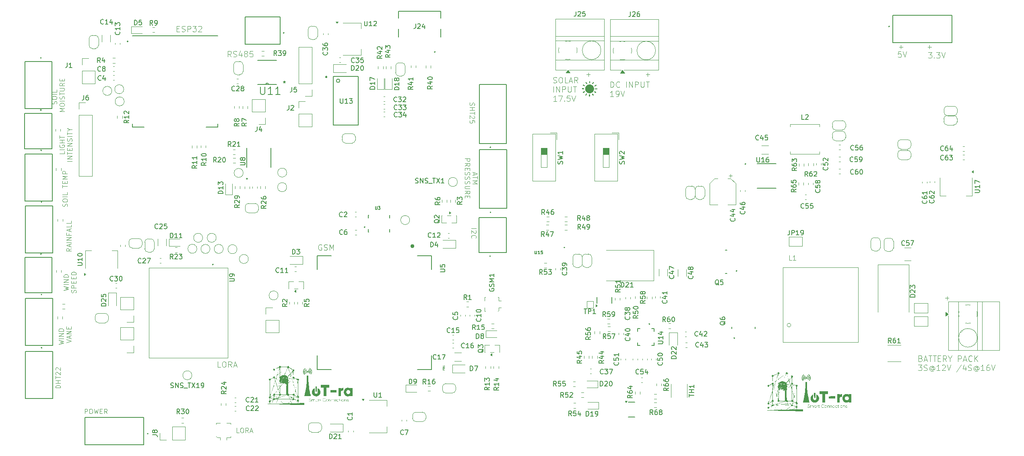
<source format=gbr>
%TF.GenerationSoftware,KiCad,Pcbnew,9.0.6*%
%TF.CreationDate,2026-02-17T13:33:00+03:00*%
%TF.ProjectId,AWS PROJECT,41575320-5052-44f4-9a45-43542e6b6963,rev?*%
%TF.SameCoordinates,Original*%
%TF.FileFunction,Legend,Top*%
%TF.FilePolarity,Positive*%
%FSLAX46Y46*%
G04 Gerber Fmt 4.6, Leading zero omitted, Abs format (unit mm)*
G04 Created by KiCad (PCBNEW 9.0.6) date 2026-02-17 13:33:00*
%MOMM*%
%LPD*%
G01*
G04 APERTURE LIST*
%ADD10C,0.100000*%
%ADD11C,0.000000*%
%ADD12C,0.150000*%
%ADD13C,0.098425*%
%ADD14C,0.120000*%
%ADD15C,0.200000*%
%ADD16C,0.127000*%
%ADD17C,0.400000*%
%ADD18C,0.152400*%
%ADD19C,0.203200*%
%ADD20C,0.254000*%
G04 APERTURE END LIST*
D10*
X230353884Y-97131466D02*
X231115789Y-97131466D01*
X230734836Y-97512419D02*
X230734836Y-96750514D01*
X159966713Y-52752675D02*
X159966713Y-51552675D01*
X159966713Y-51552675D02*
X160252427Y-51552675D01*
X160252427Y-51552675D02*
X160423856Y-51609818D01*
X160423856Y-51609818D02*
X160538141Y-51724104D01*
X160538141Y-51724104D02*
X160595284Y-51838390D01*
X160595284Y-51838390D02*
X160652427Y-52066961D01*
X160652427Y-52066961D02*
X160652427Y-52238390D01*
X160652427Y-52238390D02*
X160595284Y-52466961D01*
X160595284Y-52466961D02*
X160538141Y-52581247D01*
X160538141Y-52581247D02*
X160423856Y-52695533D01*
X160423856Y-52695533D02*
X160252427Y-52752675D01*
X160252427Y-52752675D02*
X159966713Y-52752675D01*
X161852427Y-52638390D02*
X161795284Y-52695533D01*
X161795284Y-52695533D02*
X161623856Y-52752675D01*
X161623856Y-52752675D02*
X161509570Y-52752675D01*
X161509570Y-52752675D02*
X161338141Y-52695533D01*
X161338141Y-52695533D02*
X161223856Y-52581247D01*
X161223856Y-52581247D02*
X161166713Y-52466961D01*
X161166713Y-52466961D02*
X161109570Y-52238390D01*
X161109570Y-52238390D02*
X161109570Y-52066961D01*
X161109570Y-52066961D02*
X161166713Y-51838390D01*
X161166713Y-51838390D02*
X161223856Y-51724104D01*
X161223856Y-51724104D02*
X161338141Y-51609818D01*
X161338141Y-51609818D02*
X161509570Y-51552675D01*
X161509570Y-51552675D02*
X161623856Y-51552675D01*
X161623856Y-51552675D02*
X161795284Y-51609818D01*
X161795284Y-51609818D02*
X161852427Y-51666961D01*
X163280999Y-52752675D02*
X163280999Y-51552675D01*
X163852428Y-52752675D02*
X163852428Y-51552675D01*
X163852428Y-51552675D02*
X164538142Y-52752675D01*
X164538142Y-52752675D02*
X164538142Y-51552675D01*
X165109571Y-52752675D02*
X165109571Y-51552675D01*
X165109571Y-51552675D02*
X165566714Y-51552675D01*
X165566714Y-51552675D02*
X165680999Y-51609818D01*
X165680999Y-51609818D02*
X165738142Y-51666961D01*
X165738142Y-51666961D02*
X165795285Y-51781247D01*
X165795285Y-51781247D02*
X165795285Y-51952675D01*
X165795285Y-51952675D02*
X165738142Y-52066961D01*
X165738142Y-52066961D02*
X165680999Y-52124104D01*
X165680999Y-52124104D02*
X165566714Y-52181247D01*
X165566714Y-52181247D02*
X165109571Y-52181247D01*
X166309571Y-51552675D02*
X166309571Y-52524104D01*
X166309571Y-52524104D02*
X166366714Y-52638390D01*
X166366714Y-52638390D02*
X166423857Y-52695533D01*
X166423857Y-52695533D02*
X166538142Y-52752675D01*
X166538142Y-52752675D02*
X166766714Y-52752675D01*
X166766714Y-52752675D02*
X166880999Y-52695533D01*
X166880999Y-52695533D02*
X166938142Y-52638390D01*
X166938142Y-52638390D02*
X166995285Y-52524104D01*
X166995285Y-52524104D02*
X166995285Y-51552675D01*
X167395285Y-51552675D02*
X168081000Y-51552675D01*
X167738142Y-52752675D02*
X167738142Y-51552675D01*
X160595284Y-54684608D02*
X159909570Y-54684608D01*
X160252427Y-54684608D02*
X160252427Y-53484608D01*
X160252427Y-53484608D02*
X160138141Y-53656037D01*
X160138141Y-53656037D02*
X160023856Y-53770323D01*
X160023856Y-53770323D02*
X159909570Y-53827466D01*
X161166713Y-54684608D02*
X161395284Y-54684608D01*
X161395284Y-54684608D02*
X161509570Y-54627466D01*
X161509570Y-54627466D02*
X161566713Y-54570323D01*
X161566713Y-54570323D02*
X161680998Y-54398894D01*
X161680998Y-54398894D02*
X161738141Y-54170323D01*
X161738141Y-54170323D02*
X161738141Y-53713180D01*
X161738141Y-53713180D02*
X161680998Y-53598894D01*
X161680998Y-53598894D02*
X161623856Y-53541751D01*
X161623856Y-53541751D02*
X161509570Y-53484608D01*
X161509570Y-53484608D02*
X161280998Y-53484608D01*
X161280998Y-53484608D02*
X161166713Y-53541751D01*
X161166713Y-53541751D02*
X161109570Y-53598894D01*
X161109570Y-53598894D02*
X161052427Y-53713180D01*
X161052427Y-53713180D02*
X161052427Y-53998894D01*
X161052427Y-53998894D02*
X161109570Y-54113180D01*
X161109570Y-54113180D02*
X161166713Y-54170323D01*
X161166713Y-54170323D02*
X161280998Y-54227466D01*
X161280998Y-54227466D02*
X161509570Y-54227466D01*
X161509570Y-54227466D02*
X161623856Y-54170323D01*
X161623856Y-54170323D02*
X161680998Y-54113180D01*
X161680998Y-54113180D02*
X161738141Y-53998894D01*
X162080998Y-53484608D02*
X162480998Y-54684608D01*
X162480998Y-54684608D02*
X162880998Y-53484608D01*
D11*
G36*
X154912193Y-54040677D02*
G01*
X154919347Y-54041230D01*
X154926395Y-54042267D01*
X154933317Y-54043775D01*
X154940091Y-54045742D01*
X154946695Y-54048156D01*
X154953108Y-54051004D01*
X154959309Y-54054274D01*
X154965275Y-54057954D01*
X154970986Y-54062032D01*
X154976420Y-54066494D01*
X154981555Y-54071330D01*
X154986370Y-54076526D01*
X154990844Y-54082071D01*
X154994954Y-54087952D01*
X154998680Y-54094156D01*
X155001967Y-54100604D01*
X155004775Y-54107206D01*
X155007106Y-54113939D01*
X155008961Y-54120776D01*
X155010340Y-54127693D01*
X155011244Y-54134666D01*
X155011675Y-54141670D01*
X155011634Y-54148680D01*
X155011120Y-54155671D01*
X155010137Y-54162619D01*
X155008683Y-54169499D01*
X155006761Y-54176286D01*
X155004371Y-54182955D01*
X155001515Y-54189481D01*
X154998193Y-54195841D01*
X154994406Y-54202008D01*
X154860527Y-54433519D01*
X154860527Y-54434313D01*
X154857643Y-54438629D01*
X154854581Y-54442758D01*
X154851350Y-54446696D01*
X154847957Y-54450441D01*
X154844411Y-54453992D01*
X154840719Y-54457346D01*
X154836892Y-54460502D01*
X154832935Y-54463456D01*
X154828859Y-54466209D01*
X154824671Y-54468756D01*
X154820379Y-54471097D01*
X154815991Y-54473228D01*
X154811516Y-54475149D01*
X154806963Y-54476857D01*
X154802339Y-54478350D01*
X154797652Y-54479626D01*
X154792911Y-54480683D01*
X154788124Y-54481519D01*
X154783299Y-54482132D01*
X154778445Y-54482519D01*
X154773570Y-54482680D01*
X154768682Y-54482611D01*
X154763789Y-54482311D01*
X154758899Y-54481777D01*
X154754021Y-54481008D01*
X154749164Y-54480002D01*
X154744334Y-54478756D01*
X154739541Y-54477269D01*
X154734793Y-54475538D01*
X154730098Y-54473562D01*
X154725464Y-54471338D01*
X154720900Y-54468864D01*
X154716462Y-54466170D01*
X154712206Y-54463289D01*
X154708132Y-54460231D01*
X154704243Y-54457003D01*
X154700543Y-54453613D01*
X154697032Y-54450070D01*
X154693714Y-54446383D01*
X154690591Y-54442558D01*
X154687665Y-54438604D01*
X154684939Y-54434530D01*
X154682415Y-54430343D01*
X154680096Y-54426052D01*
X154677983Y-54421664D01*
X154676080Y-54417189D01*
X154674389Y-54412633D01*
X154672911Y-54408006D01*
X154671650Y-54403315D01*
X154670608Y-54398569D01*
X154669788Y-54393775D01*
X154669191Y-54388942D01*
X154668820Y-54384078D01*
X154668677Y-54379192D01*
X154668766Y-54374290D01*
X154669088Y-54369382D01*
X154669645Y-54364476D01*
X154670440Y-54359579D01*
X154671476Y-54354701D01*
X154672755Y-54349848D01*
X154674279Y-54345029D01*
X154676051Y-54340253D01*
X154678072Y-54335528D01*
X154680346Y-54330861D01*
X154814225Y-54099085D01*
X154815868Y-54095851D01*
X154817614Y-54092691D01*
X154819461Y-54089606D01*
X154821405Y-54086599D01*
X154823444Y-54083671D01*
X154825576Y-54080823D01*
X154827798Y-54078058D01*
X154830107Y-54075377D01*
X154832500Y-54072782D01*
X154834976Y-54070274D01*
X154837532Y-54067855D01*
X154840164Y-54065528D01*
X154842871Y-54063292D01*
X154845649Y-54061151D01*
X154848496Y-54059106D01*
X154851410Y-54057158D01*
X154854388Y-54055309D01*
X154857427Y-54053561D01*
X154860525Y-54051916D01*
X154863679Y-54050375D01*
X154866887Y-54048939D01*
X154870145Y-54047612D01*
X154873452Y-54046393D01*
X154876804Y-54045286D01*
X154880200Y-54044291D01*
X154883636Y-54043410D01*
X154887109Y-54042645D01*
X154890619Y-54041998D01*
X154894160Y-54041470D01*
X154897732Y-54041063D01*
X154901332Y-54040779D01*
X154904956Y-54040619D01*
X154912193Y-54040677D01*
G37*
G36*
X156629762Y-53615580D02*
G01*
X156636642Y-53616450D01*
X156643462Y-53617780D01*
X156650199Y-53619569D01*
X156656829Y-53621816D01*
X156663327Y-53624521D01*
X156669670Y-53627683D01*
X156675833Y-53631302D01*
X156907344Y-53765181D01*
X156908138Y-53765446D01*
X156911283Y-53767144D01*
X156914354Y-53768941D01*
X156917349Y-53770833D01*
X156920267Y-53772818D01*
X156923107Y-53774895D01*
X156925866Y-53777059D01*
X156928543Y-53779309D01*
X156931137Y-53781642D01*
X156933645Y-53784056D01*
X156936067Y-53786548D01*
X156938401Y-53789115D01*
X156940645Y-53791756D01*
X156942798Y-53794467D01*
X156944857Y-53797246D01*
X156946823Y-53800091D01*
X156948692Y-53802998D01*
X156950464Y-53805966D01*
X156952137Y-53808992D01*
X156953709Y-53812073D01*
X156955179Y-53815208D01*
X156956545Y-53818392D01*
X156957806Y-53821625D01*
X156958960Y-53824903D01*
X156960005Y-53828223D01*
X156960941Y-53831584D01*
X156961764Y-53834983D01*
X156962475Y-53838417D01*
X156963071Y-53841883D01*
X156963550Y-53845380D01*
X156963912Y-53848905D01*
X156964154Y-53852454D01*
X156964275Y-53856026D01*
X156964152Y-53863157D01*
X156963547Y-53870202D01*
X156962473Y-53877143D01*
X156960942Y-53883958D01*
X156958966Y-53890626D01*
X156956557Y-53897128D01*
X156953725Y-53903443D01*
X156950484Y-53909549D01*
X156946844Y-53915427D01*
X156942819Y-53921055D01*
X156938418Y-53926414D01*
X156933656Y-53931483D01*
X156928542Y-53936241D01*
X156923089Y-53940667D01*
X156917309Y-53944741D01*
X156911214Y-53948443D01*
X156904880Y-53951720D01*
X156898392Y-53954533D01*
X156891774Y-53956884D01*
X156885050Y-53958772D01*
X156878243Y-53960200D01*
X156871376Y-53961166D01*
X156864475Y-53961673D01*
X156857562Y-53961719D01*
X156850660Y-53961307D01*
X156843795Y-53960437D01*
X156836990Y-53959109D01*
X156830267Y-53957324D01*
X156823652Y-53955083D01*
X156817167Y-53952386D01*
X156810837Y-53949234D01*
X156804685Y-53945627D01*
X156572910Y-53811748D01*
X156569747Y-53810066D01*
X156566658Y-53808285D01*
X156563644Y-53806407D01*
X156560707Y-53804435D01*
X156557849Y-53802371D01*
X156555071Y-53800219D01*
X156552375Y-53797980D01*
X156549762Y-53795657D01*
X156547234Y-53793252D01*
X156544793Y-53790769D01*
X156542440Y-53788209D01*
X156540176Y-53785575D01*
X156538004Y-53782870D01*
X156535925Y-53780096D01*
X156533940Y-53777256D01*
X156532051Y-53774352D01*
X156530260Y-53771386D01*
X156528568Y-53768363D01*
X156526977Y-53765283D01*
X156525489Y-53762149D01*
X156524104Y-53758964D01*
X156522825Y-53755731D01*
X156521653Y-53752451D01*
X156520590Y-53749128D01*
X156519637Y-53745765D01*
X156518796Y-53742362D01*
X156518069Y-53738924D01*
X156517457Y-53735452D01*
X156516961Y-53731950D01*
X156516584Y-53728419D01*
X156516326Y-53724862D01*
X156516190Y-53721282D01*
X156516286Y-53714135D01*
X156516865Y-53707072D01*
X156517916Y-53700112D01*
X156519426Y-53693277D01*
X156521384Y-53686587D01*
X156523778Y-53680064D01*
X156526597Y-53673727D01*
X156529827Y-53667598D01*
X156533458Y-53661698D01*
X156537477Y-53656047D01*
X156541874Y-53650665D01*
X156546635Y-53645574D01*
X156551749Y-53640795D01*
X156557205Y-53636348D01*
X156562990Y-53632254D01*
X156569093Y-53628533D01*
X156575436Y-53625239D01*
X156581934Y-53622410D01*
X156588564Y-53620045D01*
X156595301Y-53618145D01*
X156602121Y-53616708D01*
X156609002Y-53615733D01*
X156615918Y-53615221D01*
X156622846Y-53615170D01*
X156629762Y-53615580D01*
G37*
G36*
X154241456Y-52189798D02*
G01*
X154248407Y-52190266D01*
X154255318Y-52191200D01*
X154262165Y-52192598D01*
X154268923Y-52194459D01*
X154275568Y-52196782D01*
X154282076Y-52199568D01*
X154288423Y-52202815D01*
X154294584Y-52206521D01*
X154526359Y-52340400D01*
X154529432Y-52342139D01*
X154532432Y-52343971D01*
X154535356Y-52345897D01*
X154538203Y-52347911D01*
X154540972Y-52350013D01*
X154543660Y-52352200D01*
X154546268Y-52354469D01*
X154548792Y-52356818D01*
X154551232Y-52359245D01*
X154553587Y-52361746D01*
X154555854Y-52364320D01*
X154558032Y-52366964D01*
X154560120Y-52369676D01*
X154562116Y-52372453D01*
X154564019Y-52375292D01*
X154565828Y-52378192D01*
X154567540Y-52381149D01*
X154569155Y-52384162D01*
X154570671Y-52387228D01*
X154572086Y-52390344D01*
X154573399Y-52393508D01*
X154574608Y-52396718D01*
X154575713Y-52399971D01*
X154576711Y-52403264D01*
X154577601Y-52406595D01*
X154578381Y-52409963D01*
X154579051Y-52413363D01*
X154579608Y-52416794D01*
X154580052Y-52420254D01*
X154580380Y-52423739D01*
X154580592Y-52427248D01*
X154580685Y-52430778D01*
X154580513Y-52437821D01*
X154579873Y-52444779D01*
X154578776Y-52451633D01*
X154577232Y-52458362D01*
X154575254Y-52464947D01*
X154572852Y-52471367D01*
X154570039Y-52477603D01*
X154566826Y-52483636D01*
X154563224Y-52489444D01*
X154559244Y-52495009D01*
X154554898Y-52500310D01*
X154550198Y-52505328D01*
X154545154Y-52510042D01*
X154539779Y-52514433D01*
X154534083Y-52518482D01*
X154528079Y-52522167D01*
X154521839Y-52525439D01*
X154515446Y-52528260D01*
X154508922Y-52530630D01*
X154502291Y-52532549D01*
X154495574Y-52534019D01*
X154488796Y-52535039D01*
X154481978Y-52535610D01*
X154475144Y-52535731D01*
X154468317Y-52535404D01*
X154461520Y-52534629D01*
X154454775Y-52533405D01*
X154448106Y-52531735D01*
X154441535Y-52529616D01*
X154435086Y-52527051D01*
X154428780Y-52524039D01*
X154422642Y-52520582D01*
X154191396Y-52386702D01*
X154188202Y-52385034D01*
X154185081Y-52383264D01*
X154182037Y-52381397D01*
X154179070Y-52379434D01*
X154176181Y-52377377D01*
X154173374Y-52375230D01*
X154170648Y-52372995D01*
X154168007Y-52370675D01*
X154165451Y-52368271D01*
X154162981Y-52365788D01*
X154160601Y-52363226D01*
X154158311Y-52360590D01*
X154156113Y-52357881D01*
X154154009Y-52355101D01*
X154151999Y-52352255D01*
X154150087Y-52349343D01*
X154148273Y-52346369D01*
X154146559Y-52343336D01*
X154144947Y-52340245D01*
X154143438Y-52337099D01*
X154142034Y-52333902D01*
X154140737Y-52330655D01*
X154139548Y-52327360D01*
X154138469Y-52324022D01*
X154137501Y-52320642D01*
X154136646Y-52317222D01*
X154135907Y-52313766D01*
X154135283Y-52310276D01*
X154134777Y-52306754D01*
X154134391Y-52303203D01*
X154134126Y-52299626D01*
X154133984Y-52296025D01*
X154134073Y-52288835D01*
X154134650Y-52281730D01*
X154135704Y-52274730D01*
X154137223Y-52267856D01*
X154139196Y-52261130D01*
X154141608Y-52254572D01*
X154144450Y-52248203D01*
X154147708Y-52242045D01*
X154151370Y-52236119D01*
X154155425Y-52230445D01*
X154159861Y-52225045D01*
X154164664Y-52219940D01*
X154169824Y-52215151D01*
X154175328Y-52210700D01*
X154181164Y-52206606D01*
X154187320Y-52202891D01*
X154193718Y-52199610D01*
X154200269Y-52196800D01*
X154206950Y-52194461D01*
X154213738Y-52192591D01*
X154220606Y-52191191D01*
X154227531Y-52190260D01*
X154234490Y-52189795D01*
X154241456Y-52189798D01*
G37*
G36*
X154030000Y-52950000D02*
G01*
X154296171Y-52950000D01*
X154303370Y-52949885D01*
X154310500Y-52950260D01*
X154317538Y-52951114D01*
X154324465Y-52952436D01*
X154331257Y-52954213D01*
X154337894Y-52956435D01*
X154344355Y-52959091D01*
X154350618Y-52962168D01*
X154356662Y-52965656D01*
X154362466Y-52969543D01*
X154368008Y-52973818D01*
X154373267Y-52978469D01*
X154378222Y-52983486D01*
X154382851Y-52988856D01*
X154387134Y-52994569D01*
X154391048Y-53000612D01*
X154394538Y-53006910D01*
X154397562Y-53013377D01*
X154400122Y-53019989D01*
X154402216Y-53026722D01*
X154403844Y-53033552D01*
X154405008Y-53040454D01*
X154405706Y-53047404D01*
X154405939Y-53054378D01*
X154405706Y-53061353D01*
X154405008Y-53068303D01*
X154403844Y-53075205D01*
X154402216Y-53082035D01*
X154400122Y-53088767D01*
X154397562Y-53095379D01*
X154394538Y-53101847D01*
X154391048Y-53108144D01*
X154389138Y-53111207D01*
X154387134Y-53114188D01*
X154385037Y-53117086D01*
X154382851Y-53119900D01*
X154380579Y-53122629D01*
X154378222Y-53125271D01*
X154375784Y-53127824D01*
X154373267Y-53130287D01*
X154370674Y-53132659D01*
X154368008Y-53134939D01*
X154365271Y-53137124D01*
X154362466Y-53139214D01*
X154359596Y-53141206D01*
X154356662Y-53143101D01*
X154353669Y-53144895D01*
X154350618Y-53146589D01*
X154347513Y-53148180D01*
X154344355Y-53149666D01*
X154341148Y-53151047D01*
X154337894Y-53152322D01*
X154334596Y-53153488D01*
X154331257Y-53154544D01*
X154327879Y-53155489D01*
X154324465Y-53156321D01*
X154321017Y-53157040D01*
X154317538Y-53157643D01*
X154314032Y-53158129D01*
X154310500Y-53158496D01*
X154306945Y-53158745D01*
X154303370Y-53158872D01*
X154299778Y-53158876D01*
X154296171Y-53158756D01*
X154030000Y-53158756D01*
X154022801Y-53158872D01*
X154015671Y-53158496D01*
X154008633Y-53157643D01*
X154001707Y-53156321D01*
X153994915Y-53154544D01*
X153988277Y-53152322D01*
X153981817Y-53149666D01*
X153975553Y-53146589D01*
X153969509Y-53143101D01*
X153963705Y-53139214D01*
X153958163Y-53134939D01*
X153952904Y-53130287D01*
X153947949Y-53125271D01*
X153943320Y-53119900D01*
X153939038Y-53114188D01*
X153935124Y-53108144D01*
X153931634Y-53101847D01*
X153928609Y-53095379D01*
X153926050Y-53088767D01*
X153923956Y-53082035D01*
X153922327Y-53075205D01*
X153921164Y-53068303D01*
X153920466Y-53061353D01*
X153920233Y-53054378D01*
X153920466Y-53047404D01*
X153921164Y-53040454D01*
X153922327Y-53033552D01*
X153923956Y-53026722D01*
X153926050Y-53019989D01*
X153928609Y-53013377D01*
X153931634Y-53006910D01*
X153935124Y-53000612D01*
X153937034Y-52997550D01*
X153939038Y-52994569D01*
X153941134Y-52991670D01*
X153943320Y-52988856D01*
X153945593Y-52986128D01*
X153947949Y-52983486D01*
X153950387Y-52980933D01*
X153952904Y-52978469D01*
X153955497Y-52976097D01*
X153958163Y-52973818D01*
X153960900Y-52971633D01*
X153963705Y-52969543D01*
X153966576Y-52967550D01*
X153969509Y-52965656D01*
X153972503Y-52963861D01*
X153975553Y-52962168D01*
X153978659Y-52960577D01*
X153981817Y-52959091D01*
X153985024Y-52957709D01*
X153988277Y-52956435D01*
X153991575Y-52955269D01*
X153994915Y-52954213D01*
X153998293Y-52953268D01*
X154001707Y-52952436D01*
X154005155Y-52951717D01*
X154008633Y-52951114D01*
X154012140Y-52950628D01*
X154015671Y-52950260D01*
X154019226Y-52950012D01*
X154022801Y-52949885D01*
X154026393Y-52949881D01*
X154030000Y-52950000D01*
G37*
G36*
X155535178Y-54220003D02*
G01*
X155542128Y-54220701D01*
X155549030Y-54221864D01*
X155555860Y-54223493D01*
X155562592Y-54225587D01*
X155569204Y-54228147D01*
X155575672Y-54231171D01*
X155581969Y-54234661D01*
X155585032Y-54236571D01*
X155588013Y-54238575D01*
X155590911Y-54240672D01*
X155593725Y-54242858D01*
X155596454Y-54245130D01*
X155599096Y-54247487D01*
X155601649Y-54249925D01*
X155604112Y-54252442D01*
X155606484Y-54255035D01*
X155608764Y-54257701D01*
X155610949Y-54260438D01*
X155613039Y-54263243D01*
X155615031Y-54266113D01*
X155616926Y-54269047D01*
X155618720Y-54272040D01*
X155620414Y-54275091D01*
X155622005Y-54278196D01*
X155623491Y-54281354D01*
X155624872Y-54284561D01*
X155626147Y-54287815D01*
X155627313Y-54291113D01*
X155628369Y-54294452D01*
X155629314Y-54297830D01*
X155630146Y-54301244D01*
X155630865Y-54304692D01*
X155631468Y-54308170D01*
X155631954Y-54311677D01*
X155632321Y-54315209D01*
X155632570Y-54318764D01*
X155632697Y-54322338D01*
X155632701Y-54325931D01*
X155632581Y-54329538D01*
X155632581Y-54597031D01*
X155632697Y-54604231D01*
X155632321Y-54611360D01*
X155631468Y-54618399D01*
X155630146Y-54625325D01*
X155628369Y-54632117D01*
X155626147Y-54638754D01*
X155623491Y-54645215D01*
X155620414Y-54651478D01*
X155616926Y-54657522D01*
X155613039Y-54663326D01*
X155608764Y-54668868D01*
X155604112Y-54674127D01*
X155599096Y-54679082D01*
X155593725Y-54683711D01*
X155588013Y-54687994D01*
X155581969Y-54691908D01*
X155575672Y-54695398D01*
X155569204Y-54698423D01*
X155562592Y-54700982D01*
X155555860Y-54703076D01*
X155549030Y-54704705D01*
X155542128Y-54705868D01*
X155535178Y-54706566D01*
X155528203Y-54706799D01*
X155521229Y-54706566D01*
X155514279Y-54705868D01*
X155507377Y-54704705D01*
X155500547Y-54703076D01*
X155493814Y-54700982D01*
X155487202Y-54698423D01*
X155480735Y-54695398D01*
X155474437Y-54691908D01*
X155471375Y-54689998D01*
X155468394Y-54687994D01*
X155465495Y-54685897D01*
X155462681Y-54683711D01*
X155459953Y-54681439D01*
X155457311Y-54679082D01*
X155454758Y-54676644D01*
X155452294Y-54674127D01*
X155449922Y-54671535D01*
X155447643Y-54668868D01*
X155445458Y-54666131D01*
X155443368Y-54663326D01*
X155441375Y-54660456D01*
X155439481Y-54657522D01*
X155437686Y-54654529D01*
X155435993Y-54651478D01*
X155434402Y-54648373D01*
X155432916Y-54645215D01*
X155431534Y-54642008D01*
X155430260Y-54638754D01*
X155429094Y-54635456D01*
X155428038Y-54632117D01*
X155427093Y-54628739D01*
X155426261Y-54625325D01*
X155425542Y-54621877D01*
X155424939Y-54618399D01*
X155424453Y-54614892D01*
X155424085Y-54611360D01*
X155423837Y-54607806D01*
X155423710Y-54604231D01*
X155423706Y-54600638D01*
X155423825Y-54597031D01*
X155423825Y-54329538D01*
X155423710Y-54322338D01*
X155424085Y-54315209D01*
X155424939Y-54308170D01*
X155426261Y-54301244D01*
X155428038Y-54294452D01*
X155430260Y-54287815D01*
X155432916Y-54281354D01*
X155435993Y-54275091D01*
X155439481Y-54269047D01*
X155443368Y-54263243D01*
X155447643Y-54257701D01*
X155452294Y-54252442D01*
X155457311Y-54247487D01*
X155462681Y-54242858D01*
X155468394Y-54238575D01*
X155474437Y-54234661D01*
X155480735Y-54231171D01*
X155487202Y-54228147D01*
X155493814Y-54225587D01*
X155500547Y-54223493D01*
X155507377Y-54221864D01*
X155514279Y-54220701D01*
X155521229Y-54220003D01*
X155528203Y-54219770D01*
X155535178Y-54220003D01*
G37*
G36*
X156163565Y-54067546D02*
G01*
X156170447Y-54068182D01*
X156177228Y-54069264D01*
X156183888Y-54070780D01*
X156190409Y-54072719D01*
X156196772Y-54075072D01*
X156202957Y-54077827D01*
X156208945Y-54080973D01*
X156214717Y-54084500D01*
X156220254Y-54088397D01*
X156225538Y-54092652D01*
X156230548Y-54097255D01*
X156235265Y-54102195D01*
X156239672Y-54107461D01*
X156243747Y-54113043D01*
X156247473Y-54118929D01*
X156381352Y-54350704D01*
X156381881Y-54352027D01*
X156385158Y-54358146D01*
X156387999Y-54364419D01*
X156390404Y-54370824D01*
X156392373Y-54377339D01*
X156393907Y-54383942D01*
X156395004Y-54390611D01*
X156395666Y-54397325D01*
X156395892Y-54404061D01*
X156395682Y-54410797D01*
X156395036Y-54417513D01*
X156393954Y-54424184D01*
X156392435Y-54430791D01*
X156390481Y-54437311D01*
X156388091Y-54443721D01*
X156385265Y-54450001D01*
X156382003Y-54456127D01*
X156380217Y-54459112D01*
X156378341Y-54462024D01*
X156376377Y-54464860D01*
X156374327Y-54467620D01*
X156372195Y-54470302D01*
X156369982Y-54472904D01*
X156367691Y-54475426D01*
X156365324Y-54477866D01*
X156362883Y-54480223D01*
X156360371Y-54482495D01*
X156357790Y-54484680D01*
X156355143Y-54486779D01*
X156352432Y-54488788D01*
X156349659Y-54490707D01*
X156346827Y-54492535D01*
X156343938Y-54494270D01*
X156340994Y-54495910D01*
X156337998Y-54497455D01*
X156334952Y-54498903D01*
X156331859Y-54500252D01*
X156328721Y-54501501D01*
X156325539Y-54502649D01*
X156322318Y-54503695D01*
X156319059Y-54504637D01*
X156315763Y-54505473D01*
X156312435Y-54506203D01*
X156309076Y-54506824D01*
X156305688Y-54507337D01*
X156302274Y-54507738D01*
X156298837Y-54508028D01*
X156295378Y-54508203D01*
X156291900Y-54508264D01*
X156284962Y-54508040D01*
X156278109Y-54507361D01*
X156271361Y-54506238D01*
X156264734Y-54504684D01*
X156258250Y-54502708D01*
X156251926Y-54500321D01*
X156245783Y-54497535D01*
X156239837Y-54494360D01*
X156234110Y-54490807D01*
X156228619Y-54486888D01*
X156223384Y-54482613D01*
X156218423Y-54477993D01*
X156213756Y-54473039D01*
X156209402Y-54467762D01*
X156205379Y-54462173D01*
X156201706Y-54456283D01*
X156067292Y-54224763D01*
X156063965Y-54218642D01*
X156061075Y-54212364D01*
X156058621Y-54205951D01*
X156056604Y-54199425D01*
X156055023Y-54192807D01*
X156053879Y-54186121D01*
X156053173Y-54179387D01*
X156052903Y-54172628D01*
X156053072Y-54165866D01*
X156053677Y-54159122D01*
X156054721Y-54152419D01*
X156056202Y-54145779D01*
X156058122Y-54139223D01*
X156060479Y-54132774D01*
X156063275Y-54126454D01*
X156066510Y-54120284D01*
X156068283Y-54117276D01*
X156070148Y-54114342D01*
X156072100Y-54111483D01*
X156074139Y-54108700D01*
X156076262Y-54105995D01*
X156078466Y-54103369D01*
X156080749Y-54100823D01*
X156083109Y-54098358D01*
X156085543Y-54095977D01*
X156088050Y-54093681D01*
X156090626Y-54091470D01*
X156093269Y-54089347D01*
X156095977Y-54087313D01*
X156098747Y-54085368D01*
X156101578Y-54083515D01*
X156104466Y-54081756D01*
X156107410Y-54080090D01*
X156110406Y-54078520D01*
X156113454Y-54077047D01*
X156116549Y-54075673D01*
X156119691Y-54074398D01*
X156122876Y-54073225D01*
X156126102Y-54072154D01*
X156129367Y-54071188D01*
X156132669Y-54070326D01*
X156136004Y-54069572D01*
X156139372Y-54068926D01*
X156142768Y-54068389D01*
X156146192Y-54067964D01*
X156149640Y-54067651D01*
X156153110Y-54067451D01*
X156156601Y-54067367D01*
X156163565Y-54067546D01*
G37*
G36*
X154814435Y-51642567D02*
G01*
X154821348Y-51643291D01*
X154828151Y-51644468D01*
X154834826Y-51646083D01*
X154841353Y-51648128D01*
X154847712Y-51650589D01*
X154853885Y-51653456D01*
X154859852Y-51656716D01*
X154865593Y-51660359D01*
X154871089Y-51664374D01*
X154876321Y-51668748D01*
X154881269Y-51673470D01*
X154885914Y-51678528D01*
X154890236Y-51683913D01*
X154894215Y-51689610D01*
X154897834Y-51695611D01*
X155031713Y-51926592D01*
X155035039Y-51932713D01*
X155037930Y-51938991D01*
X155040384Y-51945404D01*
X155042401Y-51951930D01*
X155043982Y-51958547D01*
X155045125Y-51965234D01*
X155045832Y-51971968D01*
X155046101Y-51978727D01*
X155045933Y-51985489D01*
X155045327Y-51992233D01*
X155044284Y-51998936D01*
X155042803Y-52005576D01*
X155040883Y-52012132D01*
X155038525Y-52018581D01*
X155035729Y-52024901D01*
X155032495Y-52031071D01*
X155030721Y-52034079D01*
X155028857Y-52037012D01*
X155026904Y-52039872D01*
X155024866Y-52042655D01*
X155022743Y-52045360D01*
X155020539Y-52047986D01*
X155018255Y-52050532D01*
X155015895Y-52052996D01*
X155013461Y-52055378D01*
X155010955Y-52057674D01*
X155008379Y-52059885D01*
X155005736Y-52062008D01*
X155003028Y-52064042D01*
X155000258Y-52065987D01*
X154997427Y-52067839D01*
X154994539Y-52069599D01*
X154991595Y-52071265D01*
X154988598Y-52072835D01*
X154985551Y-52074308D01*
X154982455Y-52075682D01*
X154979314Y-52076957D01*
X154976129Y-52078130D01*
X154972902Y-52079201D01*
X154969637Y-52080167D01*
X154966336Y-52081028D01*
X154963000Y-52081783D01*
X154959633Y-52082429D01*
X154956236Y-52082965D01*
X154952813Y-52083391D01*
X154949365Y-52083704D01*
X154945894Y-52083903D01*
X154942404Y-52083988D01*
X154935440Y-52083808D01*
X154928558Y-52083172D01*
X154921777Y-52082091D01*
X154915116Y-52080575D01*
X154908595Y-52078635D01*
X154902233Y-52076282D01*
X154896048Y-52073527D01*
X154890060Y-52070381D01*
X154884287Y-52066854D01*
X154878750Y-52062958D01*
X154873467Y-52058703D01*
X154868457Y-52054100D01*
X154863739Y-52049160D01*
X154859333Y-52043893D01*
X154855257Y-52038312D01*
X154851532Y-52032425D01*
X154717917Y-51799857D01*
X154714511Y-51793733D01*
X154711547Y-51787447D01*
X154709025Y-51781020D01*
X154706946Y-51774474D01*
X154705310Y-51767833D01*
X154704117Y-51761119D01*
X154703368Y-51754355D01*
X154703063Y-51747562D01*
X154703201Y-51740764D01*
X154703784Y-51733983D01*
X154704812Y-51727241D01*
X154706284Y-51720562D01*
X154708202Y-51713967D01*
X154710565Y-51707480D01*
X154713374Y-51701123D01*
X154716628Y-51694918D01*
X154718414Y-51691894D01*
X154720292Y-51688946D01*
X154722260Y-51686073D01*
X154724316Y-51683278D01*
X154726456Y-51680563D01*
X154728679Y-51677927D01*
X154730981Y-51675374D01*
X154733362Y-51672904D01*
X154735817Y-51670519D01*
X154738346Y-51668220D01*
X154740944Y-51666009D01*
X154743611Y-51663886D01*
X154746343Y-51661854D01*
X154749137Y-51659914D01*
X154751993Y-51658067D01*
X154754906Y-51656315D01*
X154757875Y-51654659D01*
X154760898Y-51653100D01*
X154763971Y-51651640D01*
X154767093Y-51650281D01*
X154770260Y-51649023D01*
X154773471Y-51647868D01*
X154776723Y-51646818D01*
X154780013Y-51645874D01*
X154783340Y-51645037D01*
X154786700Y-51644309D01*
X154790092Y-51643691D01*
X154793512Y-51643185D01*
X154796959Y-51642792D01*
X154800430Y-51642513D01*
X154803922Y-51642350D01*
X154807433Y-51642305D01*
X154814435Y-51642567D01*
G37*
G36*
X155550032Y-52143815D02*
G01*
X155591529Y-52144761D01*
X155632619Y-52147512D01*
X155673260Y-52152033D01*
X155713407Y-52158288D01*
X155753020Y-52166243D01*
X155792054Y-52175861D01*
X155830467Y-52187109D01*
X155868215Y-52199950D01*
X155905257Y-52214349D01*
X155941550Y-52230272D01*
X155977050Y-52247682D01*
X156011715Y-52266546D01*
X156045501Y-52286827D01*
X156078367Y-52308490D01*
X156141164Y-52355824D01*
X156199764Y-52408264D01*
X156227383Y-52436312D01*
X156253823Y-52465531D01*
X156279043Y-52495886D01*
X156303000Y-52527342D01*
X156325650Y-52559863D01*
X156346951Y-52593415D01*
X156366860Y-52627962D01*
X156385334Y-52663469D01*
X156402330Y-52699901D01*
X156417806Y-52737223D01*
X156431719Y-52775399D01*
X156444025Y-52814394D01*
X156454683Y-52854174D01*
X156463648Y-52894702D01*
X156470820Y-52935586D01*
X156476142Y-52976423D01*
X156479641Y-53017164D01*
X156481343Y-53057760D01*
X156481274Y-53098164D01*
X156479460Y-53138324D01*
X156470701Y-53217723D01*
X156455277Y-53295565D01*
X156433397Y-53371461D01*
X156405269Y-53445019D01*
X156371104Y-53515847D01*
X156331110Y-53583556D01*
X156285497Y-53647754D01*
X156234474Y-53708049D01*
X156178251Y-53764052D01*
X156117036Y-53815371D01*
X156084623Y-53839152D01*
X156051040Y-53861615D01*
X156016314Y-53882712D01*
X155980471Y-53902393D01*
X155943537Y-53920610D01*
X155905538Y-53937314D01*
X155866841Y-53952328D01*
X155827828Y-53965520D01*
X155788554Y-53976904D01*
X155749070Y-53986497D01*
X155669689Y-54000375D01*
X155590108Y-54007284D01*
X155510752Y-54007351D01*
X155432045Y-54000705D01*
X155354412Y-53987477D01*
X155278277Y-53967794D01*
X155204064Y-53941786D01*
X155132198Y-53909582D01*
X155063103Y-53871310D01*
X154997203Y-53827100D01*
X154934922Y-53777080D01*
X154876685Y-53721380D01*
X154849216Y-53691440D01*
X154822917Y-53660128D01*
X154797841Y-53627460D01*
X154774041Y-53593453D01*
X154751762Y-53558430D01*
X154731210Y-53522743D01*
X154712378Y-53486446D01*
X154695262Y-53449595D01*
X154679857Y-53412244D01*
X154666156Y-53374449D01*
X154643847Y-53297748D01*
X154628291Y-53219931D01*
X154619445Y-53141441D01*
X154617266Y-53062719D01*
X154621709Y-52984207D01*
X154632730Y-52906345D01*
X154650287Y-52829575D01*
X154674336Y-52754338D01*
X154704832Y-52681076D01*
X154741733Y-52610230D01*
X154762572Y-52575851D01*
X154784995Y-52542241D01*
X154808997Y-52509456D01*
X154834573Y-52477551D01*
X154861718Y-52446580D01*
X154890425Y-52416600D01*
X154923901Y-52384670D01*
X154958767Y-52354574D01*
X154994946Y-52326342D01*
X155032361Y-52300007D01*
X155070936Y-52275602D01*
X155110593Y-52253156D01*
X155151256Y-52232704D01*
X155192847Y-52214275D01*
X155235289Y-52197903D01*
X155278507Y-52183619D01*
X155322421Y-52171455D01*
X155366957Y-52161443D01*
X155412036Y-52153615D01*
X155457582Y-52148002D01*
X155503518Y-52144636D01*
X155549767Y-52143550D01*
X155550032Y-52143815D01*
G37*
G36*
X156884622Y-52230300D02*
G01*
X156891337Y-52230947D01*
X156898009Y-52232029D01*
X156904615Y-52233548D01*
X156911134Y-52235503D01*
X156917544Y-52237894D01*
X156923823Y-52240720D01*
X156929949Y-52243983D01*
X156932934Y-52245769D01*
X156935845Y-52247646D01*
X156938681Y-52249610D01*
X156941440Y-52251659D01*
X156944122Y-52253792D01*
X156946724Y-52256005D01*
X156949246Y-52258297D01*
X156951685Y-52260664D01*
X156954042Y-52263105D01*
X156956313Y-52265617D01*
X156958499Y-52268198D01*
X156960597Y-52270845D01*
X156962606Y-52273556D01*
X156964525Y-52276329D01*
X156966352Y-52279161D01*
X156968087Y-52282050D01*
X156969727Y-52284994D01*
X156971271Y-52287990D01*
X156972719Y-52291036D01*
X156974068Y-52294129D01*
X156975317Y-52297268D01*
X156976465Y-52300449D01*
X156977510Y-52303670D01*
X156978451Y-52306930D01*
X156979287Y-52310225D01*
X156980017Y-52313553D01*
X156980638Y-52316912D01*
X156981150Y-52320300D01*
X156981552Y-52323713D01*
X156981841Y-52327151D01*
X156982016Y-52330610D01*
X156982077Y-52334088D01*
X156981852Y-52341025D01*
X156981173Y-52347877D01*
X156980050Y-52354626D01*
X156978495Y-52361252D01*
X156976519Y-52367736D01*
X156974132Y-52374059D01*
X156971345Y-52380203D01*
X156968170Y-52386147D01*
X156964618Y-52391875D01*
X156960698Y-52397365D01*
X156956423Y-52402600D01*
X156951803Y-52407560D01*
X156946849Y-52412227D01*
X156941573Y-52416581D01*
X156935984Y-52420604D01*
X156930094Y-52424276D01*
X156698588Y-52558152D01*
X156692467Y-52561479D01*
X156686189Y-52564369D01*
X156679776Y-52566823D01*
X156673250Y-52568841D01*
X156666632Y-52570421D01*
X156659946Y-52571565D01*
X156653212Y-52572272D01*
X156646453Y-52572541D01*
X156639691Y-52572373D01*
X156632947Y-52571767D01*
X156626244Y-52570724D01*
X156619604Y-52569242D01*
X156613048Y-52567323D01*
X156606599Y-52564965D01*
X156600279Y-52562169D01*
X156594109Y-52558934D01*
X156591101Y-52557161D01*
X156588167Y-52555297D01*
X156585308Y-52553344D01*
X156582525Y-52551305D01*
X156579820Y-52549182D01*
X156577194Y-52546978D01*
X156574648Y-52544695D01*
X156572183Y-52542335D01*
X156569802Y-52539901D01*
X156567506Y-52537395D01*
X156565295Y-52534819D01*
X156563172Y-52532176D01*
X156561138Y-52529468D01*
X156559193Y-52526697D01*
X156557340Y-52523867D01*
X156555581Y-52520978D01*
X156553915Y-52518035D01*
X156552345Y-52515038D01*
X156550872Y-52511991D01*
X156549498Y-52508895D01*
X156548223Y-52505753D01*
X156547050Y-52502568D01*
X156545979Y-52499342D01*
X156545013Y-52496077D01*
X156544151Y-52492776D01*
X156543397Y-52489440D01*
X156542751Y-52486073D01*
X156542214Y-52482676D01*
X156541789Y-52479252D01*
X156541476Y-52475804D01*
X156541276Y-52472334D01*
X156541192Y-52468844D01*
X156541371Y-52461880D01*
X156542007Y-52454998D01*
X156543089Y-52448217D01*
X156544605Y-52441556D01*
X156546544Y-52435035D01*
X156548897Y-52428672D01*
X156551652Y-52422488D01*
X156554798Y-52416499D01*
X156558325Y-52410727D01*
X156562222Y-52405190D01*
X156566477Y-52399907D01*
X156571080Y-52394897D01*
X156576020Y-52390179D01*
X156581286Y-52385773D01*
X156586868Y-52381697D01*
X156592754Y-52377971D01*
X156825852Y-52244092D01*
X156831971Y-52240816D01*
X156838245Y-52237976D01*
X156844650Y-52235572D01*
X156851165Y-52233604D01*
X156857768Y-52232071D01*
X156864437Y-52230975D01*
X156871150Y-52230314D01*
X156877886Y-52230089D01*
X156884622Y-52230300D01*
G37*
G36*
X156336873Y-51660249D02*
G01*
X156343978Y-51660826D01*
X156350978Y-51661880D01*
X156357852Y-51663400D01*
X156364579Y-51665372D01*
X156371137Y-51667784D01*
X156377505Y-51670626D01*
X156383663Y-51673884D01*
X156389590Y-51677546D01*
X156395263Y-51681601D01*
X156400663Y-51686037D01*
X156405768Y-51690840D01*
X156410557Y-51696000D01*
X156415009Y-51701504D01*
X156419102Y-51707340D01*
X156422817Y-51713496D01*
X156426098Y-51719893D01*
X156428908Y-51726445D01*
X156431248Y-51733126D01*
X156433117Y-51739913D01*
X156434517Y-51746781D01*
X156435449Y-51753707D01*
X156435913Y-51760665D01*
X156435910Y-51767632D01*
X156435442Y-51774583D01*
X156434509Y-51781494D01*
X156433111Y-51788340D01*
X156431250Y-51795098D01*
X156428926Y-51801743D01*
X156426141Y-51808251D01*
X156422894Y-51814598D01*
X156419188Y-51820759D01*
X156285309Y-52052534D01*
X156283571Y-52055607D01*
X156281738Y-52058607D01*
X156279813Y-52061531D01*
X156277798Y-52064378D01*
X156275696Y-52067147D01*
X156273509Y-52069836D01*
X156271240Y-52072443D01*
X156268891Y-52074968D01*
X156266464Y-52077408D01*
X156263963Y-52079762D01*
X156261389Y-52082029D01*
X156258745Y-52084208D01*
X156256033Y-52086296D01*
X156253257Y-52088292D01*
X156250417Y-52090195D01*
X156247517Y-52092004D01*
X156244560Y-52093716D01*
X156241547Y-52095331D01*
X156238481Y-52096847D01*
X156235365Y-52098262D01*
X156232201Y-52099575D01*
X156228991Y-52100784D01*
X156225738Y-52101889D01*
X156222445Y-52102887D01*
X156219114Y-52103777D01*
X156215746Y-52104558D01*
X156212346Y-52105228D01*
X156208915Y-52105785D01*
X156205455Y-52106228D01*
X156201970Y-52106557D01*
X156198461Y-52106768D01*
X156194931Y-52106861D01*
X156187888Y-52106690D01*
X156180929Y-52106050D01*
X156174075Y-52104952D01*
X156167346Y-52103409D01*
X156160762Y-52101430D01*
X156154341Y-52099029D01*
X156148105Y-52096216D01*
X156142072Y-52093002D01*
X156136264Y-52089400D01*
X156130699Y-52085420D01*
X156125398Y-52081074D01*
X156120380Y-52076374D01*
X156115666Y-52071330D01*
X156111274Y-52065955D01*
X156107226Y-52060259D01*
X156103541Y-52054255D01*
X156100269Y-52048015D01*
X156097448Y-52041622D01*
X156095078Y-52035098D01*
X156093158Y-52028466D01*
X156091689Y-52021750D01*
X156090669Y-52014971D01*
X156090098Y-52008154D01*
X156089977Y-52001320D01*
X156090304Y-51994493D01*
X156091079Y-51987695D01*
X156092303Y-51980951D01*
X156093974Y-51974281D01*
X156096092Y-51967710D01*
X156098658Y-51961261D01*
X156101669Y-51954955D01*
X156105127Y-51948817D01*
X156239007Y-51717307D01*
X156239006Y-51717571D01*
X156240675Y-51714377D01*
X156242444Y-51711257D01*
X156244312Y-51708212D01*
X156246275Y-51705245D01*
X156248332Y-51702357D01*
X156250479Y-51699549D01*
X156252714Y-51696824D01*
X156255034Y-51694182D01*
X156257438Y-51691626D01*
X156259921Y-51689157D01*
X156262483Y-51686777D01*
X156265119Y-51684487D01*
X156267828Y-51682289D01*
X156270608Y-51680184D01*
X156273454Y-51678175D01*
X156276366Y-51676263D01*
X156279340Y-51674449D01*
X156282373Y-51672735D01*
X156285464Y-51671123D01*
X156288610Y-51669614D01*
X156291807Y-51668210D01*
X156295054Y-51666913D01*
X156298349Y-51665724D01*
X156301687Y-51664645D01*
X156305067Y-51663677D01*
X156308487Y-51662822D01*
X156311943Y-51662082D01*
X156315433Y-51661459D01*
X156318955Y-51660953D01*
X156322506Y-51660567D01*
X156326083Y-51660302D01*
X156329684Y-51660160D01*
X156336873Y-51660249D01*
G37*
G36*
X156803363Y-52993392D02*
G01*
X157070856Y-52993392D01*
X157078056Y-52993277D01*
X157085185Y-52993652D01*
X157092224Y-52994506D01*
X157099150Y-52995827D01*
X157105942Y-52997605D01*
X157112579Y-52999827D01*
X157119040Y-53002482D01*
X157125303Y-53005560D01*
X157131347Y-53009048D01*
X157137151Y-53012935D01*
X157142693Y-53017210D01*
X157147952Y-53021861D01*
X157152907Y-53026878D01*
X157157536Y-53032248D01*
X157161819Y-53037961D01*
X157165733Y-53044004D01*
X157169223Y-53050302D01*
X157172248Y-53056769D01*
X157174807Y-53063381D01*
X157176901Y-53070114D01*
X157178530Y-53076943D01*
X157179693Y-53083845D01*
X157180391Y-53090796D01*
X157180624Y-53097770D01*
X157180391Y-53104745D01*
X157179693Y-53111695D01*
X157178530Y-53118597D01*
X157176901Y-53125426D01*
X157174807Y-53132159D01*
X157172248Y-53138771D01*
X157169223Y-53145238D01*
X157165733Y-53151536D01*
X157163823Y-53154599D01*
X157161819Y-53157580D01*
X157159722Y-53160478D01*
X157157536Y-53163292D01*
X157155264Y-53166021D01*
X157152907Y-53168662D01*
X157150469Y-53171216D01*
X157147952Y-53173679D01*
X157145360Y-53176051D01*
X157142693Y-53178330D01*
X157139956Y-53180516D01*
X157137151Y-53182605D01*
X157134281Y-53184598D01*
X157131347Y-53186493D01*
X157128354Y-53188287D01*
X157125303Y-53189981D01*
X157122198Y-53191571D01*
X157119040Y-53193058D01*
X157115833Y-53194439D01*
X157112579Y-53195713D01*
X157109281Y-53196879D01*
X157105942Y-53197935D01*
X157102564Y-53198880D01*
X157099150Y-53199713D01*
X157095702Y-53200431D01*
X157092224Y-53201034D01*
X157088717Y-53201520D01*
X157085185Y-53201888D01*
X157081631Y-53202136D01*
X157078056Y-53202263D01*
X157074463Y-53202268D01*
X157070856Y-53202148D01*
X156803363Y-53202148D01*
X156796163Y-53202263D01*
X156789034Y-53201888D01*
X156781995Y-53201034D01*
X156775069Y-53199713D01*
X156768277Y-53197935D01*
X156761640Y-53195713D01*
X156755179Y-53193058D01*
X156748916Y-53189980D01*
X156742872Y-53186492D01*
X156737068Y-53182605D01*
X156731526Y-53178330D01*
X156726267Y-53173679D01*
X156721312Y-53168662D01*
X156716683Y-53163292D01*
X156712400Y-53157580D01*
X156708486Y-53151536D01*
X156704996Y-53145238D01*
X156701972Y-53138771D01*
X156699412Y-53132159D01*
X156697318Y-53125426D01*
X156695689Y-53118597D01*
X156694526Y-53111695D01*
X156693828Y-53104744D01*
X156693595Y-53097770D01*
X156693828Y-53090795D01*
X156694526Y-53083845D01*
X156695689Y-53076943D01*
X156697318Y-53070114D01*
X156699412Y-53063381D01*
X156701972Y-53056769D01*
X156704996Y-53050302D01*
X156708486Y-53044004D01*
X156710396Y-53040942D01*
X156712400Y-53037961D01*
X156714497Y-53035062D01*
X156716683Y-53032248D01*
X156718955Y-53029519D01*
X156721312Y-53026878D01*
X156723750Y-53024324D01*
X156726267Y-53021861D01*
X156728859Y-53019489D01*
X156731526Y-53017210D01*
X156734263Y-53015024D01*
X156737068Y-53012935D01*
X156739938Y-53010942D01*
X156742872Y-53009048D01*
X156745865Y-53007253D01*
X156748916Y-53005560D01*
X156752021Y-53003969D01*
X156755179Y-53002482D01*
X156758386Y-53001101D01*
X156761640Y-52999827D01*
X156764938Y-52998661D01*
X156768277Y-52997605D01*
X156771655Y-52996660D01*
X156775069Y-52995827D01*
X156778517Y-52995109D01*
X156781995Y-52994506D01*
X156785502Y-52994020D01*
X156789034Y-52993652D01*
X156792588Y-52993404D01*
X156796163Y-52993277D01*
X156799756Y-52993272D01*
X156803363Y-52993392D01*
G37*
G36*
X154459461Y-53579291D02*
G01*
X154466219Y-53579907D01*
X154472935Y-53580961D01*
X154479588Y-53582454D01*
X154486155Y-53584386D01*
X154492615Y-53586757D01*
X154498946Y-53589568D01*
X154505125Y-53592817D01*
X154508137Y-53594598D01*
X154511075Y-53596470D01*
X154513938Y-53598431D01*
X154516724Y-53600478D01*
X154519433Y-53602609D01*
X154522062Y-53604821D01*
X154524611Y-53607113D01*
X154527077Y-53609481D01*
X154529460Y-53611923D01*
X154531759Y-53614438D01*
X154533971Y-53617022D01*
X154536095Y-53619674D01*
X154538131Y-53622390D01*
X154540076Y-53625169D01*
X154541929Y-53628009D01*
X154543689Y-53630905D01*
X154545354Y-53633858D01*
X154546924Y-53636863D01*
X154548396Y-53639919D01*
X154549770Y-53643023D01*
X154551043Y-53646173D01*
X154552215Y-53649367D01*
X154553283Y-53652601D01*
X154554248Y-53655875D01*
X154555107Y-53659185D01*
X154555858Y-53662528D01*
X154556502Y-53665904D01*
X154557035Y-53669309D01*
X154557457Y-53672740D01*
X154557767Y-53676196D01*
X154557962Y-53679675D01*
X154558042Y-53683173D01*
X154557853Y-53690152D01*
X154557207Y-53697048D01*
X154556115Y-53703842D01*
X154554587Y-53710515D01*
X154552634Y-53717048D01*
X154550268Y-53723422D01*
X154547499Y-53729617D01*
X154544338Y-53735614D01*
X154540797Y-53741394D01*
X154536885Y-53746939D01*
X154532613Y-53752228D01*
X154527994Y-53757243D01*
X154523037Y-53761964D01*
X154517753Y-53766373D01*
X154512154Y-53770451D01*
X154506250Y-53774177D01*
X154274475Y-53908056D01*
X154273682Y-53908056D01*
X154267563Y-53911330D01*
X154261290Y-53914168D01*
X154254885Y-53916571D01*
X154248371Y-53918538D01*
X154241769Y-53920069D01*
X154235100Y-53921164D01*
X154228388Y-53921824D01*
X154221653Y-53922048D01*
X154214918Y-53921836D01*
X154208204Y-53921189D01*
X154201534Y-53920105D01*
X154194929Y-53918586D01*
X154188411Y-53916631D01*
X154182002Y-53914240D01*
X154175724Y-53911414D01*
X154169599Y-53908151D01*
X154166615Y-53906365D01*
X154163705Y-53904489D01*
X154160869Y-53902525D01*
X154158110Y-53900475D01*
X154155429Y-53898343D01*
X154152828Y-53896130D01*
X154150306Y-53893839D01*
X154147867Y-53891472D01*
X154145511Y-53889031D01*
X154143240Y-53886520D01*
X154141055Y-53883939D01*
X154138957Y-53881293D01*
X154136948Y-53878582D01*
X154135029Y-53875809D01*
X154133202Y-53872977D01*
X154131468Y-53870089D01*
X154129828Y-53867146D01*
X154128284Y-53864150D01*
X154126837Y-53861105D01*
X154125488Y-53858012D01*
X154124239Y-53854874D01*
X154123091Y-53851694D01*
X154122045Y-53848473D01*
X154121104Y-53845214D01*
X154120268Y-53841920D01*
X154119538Y-53838592D01*
X154118917Y-53835233D01*
X154118404Y-53831846D01*
X154118003Y-53828433D01*
X154117713Y-53824996D01*
X154117538Y-53821538D01*
X154117476Y-53818060D01*
X154117701Y-53811124D01*
X154118379Y-53804273D01*
X154119501Y-53797525D01*
X154121055Y-53790900D01*
X154123030Y-53784417D01*
X154125415Y-53778094D01*
X154128200Y-53771951D01*
X154131374Y-53766007D01*
X154134925Y-53760280D01*
X154138842Y-53754789D01*
X154143116Y-53749554D01*
X154147734Y-53744594D01*
X154152686Y-53739926D01*
X154157961Y-53735572D01*
X154163548Y-53731548D01*
X154169436Y-53727875D01*
X154400417Y-53593467D01*
X154406555Y-53590141D01*
X154412851Y-53587252D01*
X154419281Y-53584801D01*
X154425824Y-53582788D01*
X154432458Y-53581212D01*
X154439160Y-53580075D01*
X154445910Y-53579375D01*
X154452684Y-53579114D01*
X154459461Y-53579291D01*
G37*
G36*
X155578305Y-51446640D02*
G01*
X155585255Y-51447338D01*
X155592157Y-51448501D01*
X155598987Y-51450130D01*
X155605720Y-51452224D01*
X155612332Y-51454783D01*
X155618799Y-51457808D01*
X155625097Y-51461298D01*
X155628159Y-51463208D01*
X155631140Y-51465212D01*
X155634039Y-51467309D01*
X155636853Y-51469494D01*
X155639581Y-51471767D01*
X155642223Y-51474124D01*
X155644776Y-51476562D01*
X155647240Y-51479079D01*
X155649612Y-51481671D01*
X155651891Y-51484338D01*
X155654076Y-51487075D01*
X155656166Y-51489880D01*
X155658159Y-51492750D01*
X155660053Y-51495684D01*
X155661848Y-51498677D01*
X155663541Y-51501728D01*
X155665132Y-51504834D01*
X155666619Y-51507991D01*
X155668000Y-51511198D01*
X155669274Y-51514452D01*
X155670440Y-51517750D01*
X155671496Y-51521089D01*
X155672441Y-51524468D01*
X155673274Y-51527882D01*
X155673992Y-51531329D01*
X155674595Y-51534808D01*
X155675081Y-51538314D01*
X155675449Y-51541846D01*
X155675697Y-51545401D01*
X155675824Y-51548976D01*
X155675828Y-51552568D01*
X155675709Y-51556175D01*
X155675709Y-51822346D01*
X155675824Y-51829545D01*
X155675449Y-51836675D01*
X155674595Y-51843713D01*
X155673273Y-51850640D01*
X155671496Y-51857432D01*
X155669274Y-51864069D01*
X155666618Y-51870530D01*
X155663541Y-51876793D01*
X155660053Y-51882837D01*
X155656166Y-51888641D01*
X155651891Y-51894183D01*
X155647239Y-51899442D01*
X155642223Y-51904397D01*
X155636852Y-51909026D01*
X155631140Y-51913309D01*
X155625096Y-51917223D01*
X155618798Y-51920713D01*
X155612331Y-51923737D01*
X155605719Y-51926297D01*
X155598987Y-51928391D01*
X155592157Y-51930019D01*
X155585255Y-51931183D01*
X155578305Y-51931881D01*
X155571330Y-51932114D01*
X155564356Y-51931881D01*
X155557406Y-51931183D01*
X155550504Y-51930019D01*
X155543674Y-51928391D01*
X155536941Y-51926297D01*
X155530329Y-51923737D01*
X155523862Y-51920713D01*
X155517564Y-51917223D01*
X155514502Y-51915313D01*
X155511521Y-51913309D01*
X155508623Y-51911212D01*
X155505808Y-51909026D01*
X155503080Y-51906754D01*
X155500438Y-51904397D01*
X155497885Y-51901959D01*
X155495421Y-51899442D01*
X155493049Y-51896849D01*
X155490770Y-51894183D01*
X155488585Y-51891446D01*
X155486495Y-51888641D01*
X155484502Y-51885771D01*
X155482608Y-51882837D01*
X155480813Y-51879844D01*
X155479120Y-51876793D01*
X155477529Y-51873688D01*
X155476042Y-51870530D01*
X155474661Y-51867323D01*
X155473387Y-51864069D01*
X155472221Y-51860771D01*
X155471165Y-51857432D01*
X155470220Y-51854054D01*
X155469388Y-51850640D01*
X155468669Y-51847192D01*
X155468066Y-51843713D01*
X155467580Y-51840207D01*
X155467212Y-51836675D01*
X155466964Y-51833120D01*
X155466837Y-51829545D01*
X155466833Y-51825953D01*
X155466952Y-51822346D01*
X155466952Y-51556175D01*
X155466837Y-51548976D01*
X155467212Y-51541846D01*
X155468066Y-51534808D01*
X155469387Y-51527882D01*
X155471165Y-51521089D01*
X155473387Y-51514452D01*
X155476042Y-51507991D01*
X155479120Y-51501728D01*
X155482608Y-51495684D01*
X155486495Y-51489880D01*
X155490770Y-51484338D01*
X155495421Y-51479079D01*
X155500438Y-51474124D01*
X155505808Y-51469494D01*
X155511521Y-51465212D01*
X155517564Y-51461298D01*
X155523862Y-51457808D01*
X155530329Y-51454783D01*
X155536941Y-51452224D01*
X155543674Y-51450130D01*
X155550504Y-51448501D01*
X155557406Y-51447338D01*
X155564356Y-51446640D01*
X155571330Y-51446407D01*
X155578305Y-51446640D01*
G37*
G36*
X209124587Y-119733456D02*
G01*
X209134169Y-119734311D01*
X209143678Y-119735613D01*
X209153090Y-119737361D01*
X209162379Y-119739552D01*
X209171523Y-119742182D01*
X209180497Y-119745250D01*
X209189278Y-119748752D01*
X209197840Y-119752686D01*
X209206161Y-119757048D01*
X209214216Y-119761838D01*
X209221980Y-119767050D01*
X209229431Y-119772684D01*
X209236544Y-119778736D01*
X209243296Y-119785203D01*
X209249661Y-119792084D01*
X209255616Y-119799374D01*
X209261136Y-119807071D01*
X209266053Y-119814603D01*
X209270408Y-119821842D01*
X209272386Y-119825430D01*
X209274236Y-119829042D01*
X209275962Y-119832707D01*
X209277569Y-119836458D01*
X209279061Y-119840328D01*
X209280442Y-119844347D01*
X209281716Y-119848549D01*
X209282888Y-119852964D01*
X209283962Y-119857624D01*
X209284941Y-119862562D01*
X209285831Y-119867810D01*
X209286635Y-119873399D01*
X209287358Y-119879361D01*
X209288003Y-119885728D01*
X209289080Y-119899806D01*
X209289898Y-119915886D01*
X209290492Y-119934226D01*
X209290896Y-119955079D01*
X209291142Y-119978702D01*
X209291299Y-120035274D01*
X209291130Y-120087358D01*
X209290542Y-120128866D01*
X209289415Y-120160917D01*
X209287628Y-120184631D01*
X209286449Y-120193711D01*
X209285059Y-120201127D01*
X209283444Y-120207017D01*
X209281589Y-120211523D01*
X209279477Y-120214785D01*
X209277094Y-120216941D01*
X209274426Y-120218132D01*
X209271456Y-120218498D01*
X209269956Y-120218421D01*
X209268530Y-120218182D01*
X209267176Y-120217768D01*
X209266526Y-120217491D01*
X209265893Y-120217165D01*
X209265278Y-120216789D01*
X209264679Y-120216360D01*
X209264097Y-120215878D01*
X209263532Y-120215340D01*
X209262451Y-120214091D01*
X209261433Y-120212600D01*
X209260476Y-120210854D01*
X209259580Y-120208840D01*
X209258742Y-120206544D01*
X209257961Y-120203952D01*
X209257235Y-120201052D01*
X209256561Y-120197831D01*
X209255939Y-120194274D01*
X209255366Y-120190369D01*
X209254840Y-120186103D01*
X209254361Y-120181461D01*
X209253926Y-120176432D01*
X209253533Y-120171001D01*
X209253181Y-120165155D01*
X209252867Y-120158881D01*
X209252591Y-120152165D01*
X209252350Y-120144995D01*
X209251966Y-120129238D01*
X209251703Y-120111502D01*
X209251545Y-120091681D01*
X209251479Y-120069670D01*
X209251138Y-120027676D01*
X209250050Y-119989774D01*
X209248112Y-119955772D01*
X209245226Y-119925480D01*
X209241292Y-119898707D01*
X209236208Y-119875263D01*
X209229875Y-119854956D01*
X209226209Y-119845920D01*
X209222193Y-119837597D01*
X209217815Y-119829963D01*
X209213062Y-119822994D01*
X209207921Y-119816667D01*
X209202380Y-119810957D01*
X209196427Y-119805841D01*
X209190049Y-119801295D01*
X209183233Y-119797295D01*
X209175968Y-119793817D01*
X209168239Y-119790837D01*
X209160036Y-119788333D01*
X209142154Y-119784652D01*
X209122221Y-119782583D01*
X209100138Y-119781935D01*
X209091552Y-119782033D01*
X209083518Y-119782342D01*
X209075978Y-119782882D01*
X209068876Y-119783674D01*
X209062155Y-119784740D01*
X209055759Y-119786100D01*
X209049631Y-119787777D01*
X209043715Y-119789790D01*
X209037954Y-119792162D01*
X209032292Y-119794913D01*
X209026671Y-119798064D01*
X209021036Y-119801636D01*
X209015329Y-119805652D01*
X209009495Y-119810131D01*
X209003476Y-119815095D01*
X208997216Y-119820565D01*
X208953956Y-119859062D01*
X208949590Y-120038845D01*
X208948143Y-120094498D01*
X208946595Y-120137349D01*
X208944672Y-120169056D01*
X208943483Y-120181249D01*
X208942099Y-120191278D01*
X208940483Y-120199351D01*
X208938602Y-120205675D01*
X208936421Y-120210457D01*
X208933907Y-120213905D01*
X208931024Y-120216225D01*
X208927739Y-120217626D01*
X208924018Y-120218314D01*
X208919825Y-120218498D01*
X208917634Y-120218456D01*
X208915572Y-120218307D01*
X208913635Y-120218013D01*
X208912713Y-120217800D01*
X208911820Y-120217537D01*
X208910957Y-120217219D01*
X208910123Y-120216842D01*
X208909317Y-120216401D01*
X208908539Y-120215890D01*
X208907789Y-120215307D01*
X208907066Y-120214645D01*
X208906369Y-120213901D01*
X208905698Y-120213070D01*
X208905052Y-120212146D01*
X208904432Y-120211126D01*
X208903836Y-120210005D01*
X208903264Y-120208778D01*
X208902715Y-120207440D01*
X208902190Y-120205987D01*
X208901687Y-120204415D01*
X208901206Y-120202717D01*
X208900747Y-120200891D01*
X208900309Y-120198931D01*
X208899494Y-120194591D01*
X208898757Y-120189661D01*
X208898095Y-120184102D01*
X208897503Y-120177878D01*
X208896978Y-120170952D01*
X208896516Y-120163287D01*
X208896112Y-120154845D01*
X208895763Y-120145590D01*
X208895465Y-120135483D01*
X208895214Y-120124489D01*
X208895006Y-120112569D01*
X208894704Y-120085806D01*
X208894527Y-120054896D01*
X208894444Y-120019542D01*
X208894424Y-119979447D01*
X208895046Y-119849108D01*
X208896133Y-119807139D01*
X208898012Y-119777818D01*
X208899313Y-119767240D01*
X208900890Y-119759033D01*
X208902768Y-119752931D01*
X208904972Y-119748670D01*
X208907530Y-119745987D01*
X208910466Y-119744617D01*
X208913806Y-119744297D01*
X208917576Y-119744761D01*
X208918765Y-119745022D01*
X208919951Y-119745358D01*
X208921132Y-119745766D01*
X208922306Y-119746245D01*
X208923471Y-119746791D01*
X208924626Y-119747403D01*
X208925768Y-119748078D01*
X208926895Y-119748815D01*
X208928007Y-119749610D01*
X208929101Y-119750463D01*
X208930175Y-119751370D01*
X208931228Y-119752330D01*
X208932257Y-119753340D01*
X208933261Y-119754399D01*
X208934238Y-119755503D01*
X208935186Y-119756651D01*
X208936989Y-119759068D01*
X208938655Y-119761635D01*
X208940170Y-119764331D01*
X208940865Y-119765723D01*
X208941518Y-119767141D01*
X208942125Y-119768583D01*
X208942686Y-119770046D01*
X208943197Y-119771529D01*
X208943658Y-119773029D01*
X208944066Y-119774544D01*
X208944421Y-119776072D01*
X208944719Y-119777610D01*
X208944959Y-119779157D01*
X208949326Y-119809055D01*
X208988351Y-119776247D01*
X208996154Y-119770055D01*
X209004245Y-119764353D01*
X209012598Y-119759136D01*
X209021190Y-119754402D01*
X209029997Y-119750149D01*
X209038994Y-119746374D01*
X209048159Y-119743075D01*
X209057465Y-119740247D01*
X209066890Y-119737890D01*
X209076410Y-119735999D01*
X209086001Y-119734573D01*
X209095638Y-119733608D01*
X209105297Y-119733102D01*
X209114955Y-119733052D01*
X209124587Y-119733456D01*
G37*
G36*
X201296915Y-115115347D02*
G01*
X201293673Y-115499826D01*
X201302431Y-115890963D01*
X201322938Y-116286078D01*
X201354941Y-116682490D01*
X201398186Y-117077520D01*
X201452421Y-117468487D01*
X201517394Y-117852710D01*
X201592851Y-118227508D01*
X201635620Y-118414629D01*
X201687952Y-118631577D01*
X201739167Y-118835006D01*
X201778588Y-118981571D01*
X201811925Y-119097326D01*
X201812368Y-119099313D01*
X201812455Y-119100263D01*
X201812434Y-119101183D01*
X201812293Y-119102076D01*
X201812018Y-119102940D01*
X201811595Y-119103778D01*
X201811012Y-119104588D01*
X201810255Y-119105372D01*
X201809311Y-119106129D01*
X201808165Y-119106861D01*
X201806806Y-119107568D01*
X201805220Y-119108250D01*
X201803393Y-119108908D01*
X201801313Y-119109542D01*
X201798965Y-119110152D01*
X201796337Y-119110739D01*
X201793414Y-119111304D01*
X201786635Y-119112368D01*
X201778521Y-119113346D01*
X201768965Y-119114243D01*
X201757861Y-119115063D01*
X201745103Y-119115807D01*
X201730583Y-119116481D01*
X201714195Y-119117087D01*
X201695833Y-119117629D01*
X201675390Y-119118111D01*
X201652760Y-119118536D01*
X201627836Y-119118907D01*
X201570680Y-119119504D01*
X201503070Y-119119929D01*
X201424154Y-119120211D01*
X201333079Y-119120377D01*
X201111045Y-119120477D01*
X200403416Y-119120477D01*
X200442442Y-118978263D01*
X200489973Y-118799337D01*
X200536989Y-118611249D01*
X200582703Y-118417623D01*
X200626328Y-118222084D01*
X200667074Y-118028257D01*
X200704156Y-117839766D01*
X200736786Y-117660235D01*
X200764175Y-117493289D01*
X200803702Y-117223654D01*
X200820103Y-117099174D01*
X200835217Y-116973218D01*
X200849760Y-116839510D01*
X200864449Y-116691776D01*
X200897129Y-116329123D01*
X200904834Y-116220938D01*
X200911666Y-116088197D01*
X200922049Y-115776590D01*
X200926950Y-115449381D01*
X200926930Y-115297138D01*
X200925043Y-115161649D01*
X200916179Y-114781311D01*
X201110647Y-114781311D01*
X201305116Y-114781311D01*
X201296915Y-115115347D01*
G37*
G36*
X201585180Y-113184817D02*
G01*
X201590005Y-113185228D01*
X201595056Y-113186040D01*
X201600331Y-113187252D01*
X201605827Y-113188863D01*
X201611543Y-113190871D01*
X201617477Y-113193275D01*
X201623626Y-113196073D01*
X201636563Y-113202846D01*
X201650338Y-113211180D01*
X201664933Y-113221063D01*
X201680333Y-113232483D01*
X201696522Y-113245431D01*
X201713482Y-113259893D01*
X201731197Y-113275860D01*
X201749651Y-113293320D01*
X201768827Y-113312262D01*
X201788708Y-113332674D01*
X201809279Y-113354545D01*
X201844113Y-113394582D01*
X201876254Y-113436509D01*
X201905663Y-113480173D01*
X201932299Y-113525422D01*
X201956121Y-113572107D01*
X201977088Y-113620075D01*
X201995160Y-113669176D01*
X202010297Y-113719257D01*
X202022457Y-113770167D01*
X202031599Y-113821755D01*
X202037684Y-113873871D01*
X202040670Y-113926361D01*
X202040517Y-113979076D01*
X202037183Y-114031863D01*
X202030629Y-114084572D01*
X202020814Y-114137050D01*
X202013195Y-114167929D01*
X202003647Y-114200043D01*
X201992417Y-114232947D01*
X201979748Y-114266196D01*
X201965886Y-114299344D01*
X201951077Y-114331945D01*
X201935564Y-114363556D01*
X201919594Y-114393729D01*
X201903412Y-114422021D01*
X201887263Y-114447985D01*
X201871391Y-114471176D01*
X201856043Y-114491149D01*
X201841462Y-114507459D01*
X201827895Y-114519661D01*
X201821569Y-114524082D01*
X201815587Y-114527308D01*
X201809981Y-114529285D01*
X201804782Y-114529956D01*
X201804300Y-114529929D01*
X201803748Y-114529850D01*
X201802445Y-114529536D01*
X201800892Y-114529027D01*
X201799110Y-114528332D01*
X201797116Y-114527461D01*
X201794931Y-114526426D01*
X201792574Y-114525237D01*
X201790064Y-114523904D01*
X201787421Y-114522438D01*
X201784664Y-114520848D01*
X201781812Y-114519147D01*
X201778885Y-114517343D01*
X201775903Y-114515448D01*
X201772884Y-114513472D01*
X201769847Y-114511425D01*
X201766814Y-114509319D01*
X201763496Y-114506916D01*
X201760389Y-114504494D01*
X201757493Y-114502048D01*
X201754807Y-114499575D01*
X201752332Y-114497070D01*
X201750067Y-114494531D01*
X201748013Y-114491954D01*
X201746168Y-114489335D01*
X201744534Y-114486669D01*
X201743110Y-114483955D01*
X201741895Y-114481187D01*
X201740890Y-114478363D01*
X201740095Y-114475478D01*
X201739510Y-114472529D01*
X201739133Y-114469512D01*
X201738967Y-114466423D01*
X201739009Y-114463260D01*
X201739261Y-114460017D01*
X201739722Y-114456692D01*
X201740392Y-114453281D01*
X201741271Y-114449780D01*
X201742358Y-114446185D01*
X201743655Y-114442493D01*
X201745160Y-114438700D01*
X201746873Y-114434802D01*
X201748795Y-114430796D01*
X201750925Y-114426678D01*
X201753264Y-114422445D01*
X201755810Y-114418091D01*
X201758565Y-114413615D01*
X201764698Y-114404279D01*
X201796277Y-114354393D01*
X201823988Y-114303146D01*
X201847823Y-114250738D01*
X201867771Y-114197371D01*
X201883827Y-114143246D01*
X201895980Y-114088564D01*
X201904224Y-114033526D01*
X201908548Y-113978333D01*
X201908946Y-113923187D01*
X201905409Y-113868289D01*
X201897928Y-113813839D01*
X201886495Y-113760040D01*
X201871102Y-113707091D01*
X201851740Y-113655195D01*
X201828402Y-113604552D01*
X201801078Y-113555364D01*
X201791526Y-113540446D01*
X201780420Y-113524510D01*
X201767961Y-113507772D01*
X201754354Y-113490448D01*
X201739801Y-113472754D01*
X201724506Y-113454907D01*
X201708671Y-113437122D01*
X201692499Y-113419616D01*
X201676195Y-113402604D01*
X201659960Y-113386303D01*
X201643998Y-113370929D01*
X201628512Y-113356697D01*
X201613705Y-113343824D01*
X201599780Y-113332526D01*
X201586940Y-113323019D01*
X201575388Y-113315519D01*
X201569748Y-113311955D01*
X201564459Y-113308171D01*
X201559524Y-113304186D01*
X201554942Y-113300019D01*
X201550714Y-113295689D01*
X201546840Y-113291214D01*
X201543321Y-113286613D01*
X201540157Y-113281907D01*
X201537349Y-113277112D01*
X201534898Y-113272248D01*
X201532803Y-113267334D01*
X201531065Y-113262390D01*
X201529685Y-113257432D01*
X201528664Y-113252482D01*
X201528001Y-113247557D01*
X201527697Y-113242676D01*
X201527753Y-113237858D01*
X201528169Y-113233123D01*
X201528946Y-113228488D01*
X201530083Y-113223973D01*
X201531583Y-113219597D01*
X201533444Y-113215378D01*
X201535668Y-113211335D01*
X201538255Y-113207488D01*
X201541206Y-113203855D01*
X201544521Y-113200455D01*
X201548200Y-113197307D01*
X201552244Y-113194430D01*
X201556654Y-113191842D01*
X201561430Y-113189563D01*
X201566572Y-113187611D01*
X201572081Y-113186005D01*
X201576216Y-113185204D01*
X201580583Y-113184808D01*
X201585180Y-113184817D01*
G37*
G36*
X203024081Y-119734343D02*
G01*
X203041929Y-119736847D01*
X203059573Y-119740909D01*
X203077008Y-119746528D01*
X203094225Y-119753703D01*
X203111217Y-119762434D01*
X203127977Y-119772718D01*
X203144498Y-119784554D01*
X203160772Y-119797943D01*
X203205883Y-119837630D01*
X203205883Y-119789872D01*
X203205952Y-119783822D01*
X203206160Y-119778217D01*
X203206513Y-119773049D01*
X203207012Y-119768311D01*
X203207661Y-119763996D01*
X203208464Y-119760095D01*
X203209425Y-119756602D01*
X203210546Y-119753509D01*
X203211832Y-119750808D01*
X203213286Y-119748492D01*
X203214911Y-119746552D01*
X203215789Y-119745722D01*
X203216710Y-119744983D01*
X203217677Y-119744334D01*
X203218688Y-119743775D01*
X203219745Y-119743304D01*
X203220848Y-119742922D01*
X203223193Y-119742415D01*
X203225727Y-119742248D01*
X203227274Y-119742356D01*
X203228740Y-119742694D01*
X203230129Y-119743288D01*
X203230794Y-119743689D01*
X203231441Y-119744162D01*
X203232680Y-119745339D01*
X203233846Y-119746845D01*
X203234943Y-119748702D01*
X203235971Y-119750936D01*
X203236934Y-119753570D01*
X203237833Y-119756629D01*
X203238670Y-119760137D01*
X203239447Y-119764119D01*
X203240166Y-119768597D01*
X203240830Y-119773597D01*
X203241440Y-119779143D01*
X203241999Y-119785259D01*
X203242507Y-119791969D01*
X203242969Y-119799297D01*
X203243384Y-119807268D01*
X203243757Y-119815906D01*
X203244379Y-119835278D01*
X203244851Y-119857608D01*
X203245190Y-119883089D01*
X203245412Y-119911914D01*
X203245533Y-119944278D01*
X203245570Y-119980373D01*
X203245412Y-120048831D01*
X203244851Y-120103137D01*
X203243757Y-120144840D01*
X203241999Y-120175486D01*
X203239447Y-120196627D01*
X203237833Y-120204116D01*
X203235971Y-120209810D01*
X203233846Y-120213901D01*
X203231441Y-120216584D01*
X203228740Y-120218052D01*
X203225727Y-120218498D01*
X203224436Y-120218456D01*
X203223193Y-120218331D01*
X203221997Y-120218120D01*
X203220848Y-120217824D01*
X203219745Y-120217441D01*
X203218688Y-120216971D01*
X203217677Y-120216412D01*
X203216710Y-120215763D01*
X203215789Y-120215024D01*
X203214911Y-120214193D01*
X203214077Y-120213270D01*
X203213286Y-120212254D01*
X203212538Y-120211143D01*
X203211832Y-120209937D01*
X203211168Y-120208635D01*
X203210546Y-120207236D01*
X203209965Y-120205739D01*
X203209425Y-120204143D01*
X203208925Y-120202447D01*
X203208464Y-120200650D01*
X203208043Y-120198751D01*
X203207661Y-120196749D01*
X203207317Y-120194644D01*
X203207012Y-120192434D01*
X203206743Y-120190118D01*
X203206513Y-120187696D01*
X203206318Y-120185167D01*
X203206160Y-120182529D01*
X203205952Y-120176923D01*
X203205883Y-120170873D01*
X203205883Y-120123115D01*
X203159978Y-120163465D01*
X203151584Y-120170428D01*
X203142486Y-120177205D01*
X203132781Y-120183756D01*
X203122562Y-120190045D01*
X203111924Y-120196031D01*
X203100961Y-120201678D01*
X203089767Y-120206947D01*
X203078436Y-120211800D01*
X203067064Y-120216199D01*
X203055745Y-120220106D01*
X203044572Y-120223481D01*
X203033641Y-120226288D01*
X203023045Y-120228489D01*
X203012880Y-120230044D01*
X203003238Y-120230915D01*
X202994216Y-120231066D01*
X202991918Y-120230922D01*
X202989166Y-120230595D01*
X202985997Y-120230095D01*
X202982444Y-120229433D01*
X202974336Y-120227656D01*
X202965129Y-120225344D01*
X202955109Y-120222572D01*
X202944563Y-120219420D01*
X202933779Y-120215963D01*
X202923043Y-120212281D01*
X202910766Y-120207404D01*
X202898448Y-120201559D01*
X202886171Y-120194825D01*
X202874019Y-120187281D01*
X202862073Y-120179008D01*
X202850418Y-120170083D01*
X202839134Y-120160587D01*
X202828306Y-120150599D01*
X202818016Y-120140199D01*
X202808346Y-120129466D01*
X202799380Y-120118480D01*
X202791200Y-120107319D01*
X202783889Y-120096064D01*
X202777530Y-120084794D01*
X202772205Y-120073588D01*
X202767998Y-120062526D01*
X202764905Y-120052341D01*
X202762296Y-120042037D01*
X202758499Y-120021152D01*
X202756553Y-120000019D01*
X202756404Y-119978787D01*
X202756453Y-119978124D01*
X202809008Y-119978124D01*
X202809088Y-119988978D01*
X202809335Y-119999102D01*
X202809763Y-120008546D01*
X202810385Y-120017361D01*
X202811212Y-120025597D01*
X202812259Y-120033306D01*
X202813537Y-120040539D01*
X202815060Y-120047345D01*
X202816840Y-120053777D01*
X202818891Y-120059884D01*
X202821224Y-120065717D01*
X202823853Y-120071327D01*
X202826791Y-120076766D01*
X202830050Y-120082082D01*
X202833643Y-120087329D01*
X202837582Y-120092556D01*
X202843834Y-120100197D01*
X202850280Y-120107495D01*
X202856913Y-120114446D01*
X202863726Y-120121048D01*
X202870710Y-120127301D01*
X202877859Y-120133201D01*
X202885164Y-120138747D01*
X202892618Y-120143937D01*
X202900213Y-120148769D01*
X202907942Y-120153241D01*
X202915797Y-120157352D01*
X202923771Y-120161098D01*
X202931855Y-120164480D01*
X202940042Y-120167493D01*
X202948325Y-120170138D01*
X202956695Y-120172411D01*
X202965146Y-120174310D01*
X202973669Y-120175835D01*
X202982257Y-120176983D01*
X202990903Y-120177751D01*
X202999598Y-120178139D01*
X203008336Y-120178144D01*
X203017108Y-120177764D01*
X203025906Y-120176997D01*
X203034724Y-120175843D01*
X203043554Y-120174297D01*
X203052387Y-120172359D01*
X203061217Y-120170027D01*
X203070035Y-120167299D01*
X203078834Y-120164173D01*
X203087607Y-120160646D01*
X203096345Y-120156718D01*
X203108326Y-120150472D01*
X203119588Y-120143473D01*
X203130127Y-120135768D01*
X203139942Y-120127402D01*
X203149030Y-120118421D01*
X203157390Y-120108873D01*
X203165020Y-120098803D01*
X203171917Y-120088257D01*
X203178079Y-120077281D01*
X203183504Y-120065923D01*
X203188190Y-120054227D01*
X203192135Y-120042241D01*
X203195336Y-120030010D01*
X203197792Y-120017581D01*
X203199500Y-120005000D01*
X203200459Y-119992312D01*
X203200665Y-119979565D01*
X203200118Y-119966805D01*
X203198815Y-119954077D01*
X203196753Y-119941429D01*
X203193930Y-119928905D01*
X203190346Y-119916553D01*
X203185996Y-119904418D01*
X203180880Y-119892548D01*
X203174994Y-119880987D01*
X203168338Y-119869783D01*
X203160909Y-119858981D01*
X203152704Y-119848628D01*
X203143721Y-119838770D01*
X203133959Y-119829453D01*
X203123415Y-119820723D01*
X203112088Y-119812627D01*
X203104095Y-119807439D01*
X203096616Y-119802822D01*
X203089541Y-119798753D01*
X203082765Y-119795208D01*
X203076179Y-119792163D01*
X203069677Y-119789593D01*
X203063150Y-119787477D01*
X203056492Y-119785788D01*
X203049596Y-119784505D01*
X203042353Y-119783602D01*
X203034657Y-119783056D01*
X203026400Y-119782843D01*
X203017475Y-119782939D01*
X203007774Y-119783321D01*
X202997191Y-119783964D01*
X202985617Y-119784845D01*
X202973607Y-119785905D01*
X202962745Y-119787042D01*
X202952902Y-119788318D01*
X202943951Y-119789794D01*
X202935766Y-119791532D01*
X202928218Y-119793594D01*
X202921181Y-119796041D01*
X202914527Y-119798935D01*
X202908129Y-119802337D01*
X202901859Y-119806310D01*
X202895590Y-119810914D01*
X202889196Y-119816211D01*
X202882547Y-119822264D01*
X202875518Y-119829133D01*
X202867981Y-119836880D01*
X202859808Y-119845568D01*
X202851498Y-119854567D01*
X202844142Y-119862766D01*
X202837680Y-119870316D01*
X202832058Y-119877367D01*
X202827215Y-119884071D01*
X202825069Y-119887340D01*
X202823096Y-119890579D01*
X202821290Y-119893806D01*
X202819642Y-119897041D01*
X202818147Y-119900303D01*
X202816796Y-119903610D01*
X202815584Y-119906982D01*
X202814501Y-119910437D01*
X202813542Y-119913993D01*
X202812698Y-119917671D01*
X202811964Y-119921489D01*
X202811331Y-119925466D01*
X202810341Y-119933971D01*
X202809671Y-119943338D01*
X202809264Y-119953719D01*
X202809062Y-119965264D01*
X202809008Y-119978124D01*
X202756453Y-119978124D01*
X202757996Y-119957606D01*
X202761275Y-119936624D01*
X202766187Y-119915991D01*
X202772678Y-119895855D01*
X202780692Y-119876365D01*
X202790176Y-119857671D01*
X202801075Y-119839922D01*
X202813335Y-119823266D01*
X202826900Y-119807853D01*
X202841718Y-119793831D01*
X202849579Y-119787389D01*
X202857732Y-119781350D01*
X202866171Y-119775734D01*
X202874889Y-119770558D01*
X202894093Y-119760553D01*
X202913153Y-119752114D01*
X202932062Y-119745243D01*
X202950812Y-119739937D01*
X202969397Y-119736195D01*
X202987808Y-119734016D01*
X203006039Y-119733399D01*
X203024081Y-119734343D01*
G37*
G36*
X205831955Y-119733202D02*
G01*
X205841286Y-119733946D01*
X205850569Y-119735127D01*
X205859782Y-119736745D01*
X205868905Y-119738799D01*
X205877918Y-119741288D01*
X205886798Y-119744210D01*
X205895526Y-119747564D01*
X205904081Y-119751349D01*
X205912441Y-119755564D01*
X205920585Y-119760209D01*
X205928494Y-119765281D01*
X205936146Y-119770779D01*
X205943520Y-119776703D01*
X205950596Y-119783051D01*
X205957352Y-119789823D01*
X205963767Y-119797016D01*
X205969484Y-119803942D01*
X205974511Y-119810435D01*
X205976780Y-119813616D01*
X205978892Y-119816804D01*
X205980854Y-119820038D01*
X205982671Y-119823355D01*
X205984349Y-119826794D01*
X205985893Y-119830394D01*
X205987308Y-119834192D01*
X205988601Y-119838228D01*
X205989777Y-119842539D01*
X205990841Y-119847163D01*
X205991799Y-119852140D01*
X205992657Y-119857507D01*
X205993420Y-119863302D01*
X205994093Y-119869565D01*
X205994682Y-119876333D01*
X205995193Y-119883644D01*
X205995632Y-119891537D01*
X205996003Y-119900051D01*
X205996566Y-119919093D01*
X205996926Y-119941075D01*
X205997129Y-119966305D01*
X205997237Y-120027733D01*
X205997068Y-120082078D01*
X205996481Y-120125350D01*
X205995354Y-120158727D01*
X205993566Y-120183391D01*
X205992387Y-120192823D01*
X205990997Y-120200520D01*
X205989382Y-120206627D01*
X205987526Y-120211294D01*
X205985414Y-120214667D01*
X205983032Y-120216893D01*
X205980363Y-120218121D01*
X205977393Y-120218498D01*
X205975881Y-120218415D01*
X205974445Y-120218158D01*
X205973083Y-120217710D01*
X205972429Y-120217409D01*
X205971793Y-120217056D01*
X205971174Y-120216647D01*
X205970573Y-120216180D01*
X205969989Y-120215655D01*
X205969421Y-120215068D01*
X205968337Y-120213703D01*
X205967316Y-120212071D01*
X205966359Y-120210156D01*
X205965463Y-120207942D01*
X205964627Y-120205414D01*
X205963848Y-120202557D01*
X205963124Y-120199355D01*
X205962455Y-120195792D01*
X205961837Y-120191854D01*
X205961270Y-120187525D01*
X205960751Y-120182789D01*
X205960279Y-120177631D01*
X205959852Y-120172036D01*
X205959468Y-120165988D01*
X205959125Y-120159472D01*
X205958821Y-120152472D01*
X205958324Y-120136959D01*
X205957963Y-120119326D01*
X205957724Y-120099449D01*
X205957590Y-120077206D01*
X205957549Y-120052472D01*
X205956857Y-119992203D01*
X205955939Y-119965993D01*
X205954593Y-119942213D01*
X205952784Y-119920724D01*
X205950475Y-119901386D01*
X205947633Y-119884059D01*
X205944221Y-119868603D01*
X205940204Y-119854879D01*
X205935548Y-119842747D01*
X205930217Y-119832067D01*
X205924175Y-119822700D01*
X205917388Y-119814505D01*
X205909819Y-119807344D01*
X205901435Y-119801076D01*
X205892199Y-119795562D01*
X205884721Y-119792090D01*
X205876397Y-119789162D01*
X205867336Y-119786774D01*
X205857643Y-119784920D01*
X205847425Y-119783597D01*
X205836789Y-119782800D01*
X205825842Y-119782523D01*
X205814691Y-119782762D01*
X205803442Y-119783514D01*
X205792202Y-119784772D01*
X205781078Y-119786532D01*
X205770177Y-119788790D01*
X205759605Y-119791541D01*
X205749469Y-119794780D01*
X205739876Y-119798503D01*
X205730933Y-119802705D01*
X205725345Y-119805733D01*
X205720011Y-119808926D01*
X205714927Y-119812300D01*
X205710087Y-119815873D01*
X205705486Y-119819661D01*
X205701120Y-119823682D01*
X205696984Y-119827953D01*
X205693071Y-119832491D01*
X205689378Y-119837313D01*
X205685898Y-119842437D01*
X205682628Y-119847878D01*
X205679562Y-119853655D01*
X205676695Y-119859785D01*
X205674021Y-119866284D01*
X205671537Y-119873170D01*
X205669236Y-119880459D01*
X205667114Y-119888170D01*
X205665165Y-119896318D01*
X205663385Y-119904922D01*
X205661768Y-119913998D01*
X205660310Y-119923563D01*
X205659005Y-119933634D01*
X205657849Y-119944229D01*
X205656836Y-119955365D01*
X205655218Y-119979327D01*
X205654114Y-120005656D01*
X205653480Y-120034490D01*
X205653278Y-120065965D01*
X205653161Y-120113768D01*
X205652642Y-120150409D01*
X205651465Y-120177363D01*
X205650550Y-120187669D01*
X205649376Y-120196107D01*
X205647910Y-120202862D01*
X205646122Y-120208117D01*
X205643978Y-120212058D01*
X205641447Y-120214868D01*
X205638498Y-120216733D01*
X205635098Y-120217836D01*
X205631217Y-120218363D01*
X205626821Y-120218498D01*
X205624499Y-120218465D01*
X205622316Y-120218342D01*
X205620269Y-120218090D01*
X205618353Y-120217669D01*
X205617443Y-120217384D01*
X205616564Y-120217042D01*
X205615716Y-120216638D01*
X205614897Y-120216169D01*
X205614109Y-120215628D01*
X205613349Y-120215011D01*
X205612618Y-120214314D01*
X205611915Y-120213531D01*
X205611239Y-120212657D01*
X205610590Y-120211688D01*
X205609967Y-120210619D01*
X205609370Y-120209446D01*
X205608798Y-120208162D01*
X205608251Y-120206764D01*
X205607728Y-120205246D01*
X205607228Y-120203603D01*
X205606752Y-120201832D01*
X205606298Y-120199927D01*
X205605455Y-120195694D01*
X205604696Y-120190868D01*
X205604016Y-120185409D01*
X205603411Y-120179277D01*
X205602877Y-120172436D01*
X205602408Y-120164845D01*
X205602001Y-120156467D01*
X205601652Y-120147262D01*
X205601356Y-120137191D01*
X205601109Y-120126217D01*
X205600906Y-120114300D01*
X205600616Y-120087482D01*
X205600452Y-120056428D01*
X205600379Y-120020828D01*
X205600362Y-119980373D01*
X205600906Y-119846446D01*
X205602001Y-119804279D01*
X205604016Y-119775337D01*
X205605455Y-119765051D01*
X205607228Y-119757142D01*
X205609370Y-119751300D01*
X205611915Y-119747215D01*
X205614897Y-119744577D01*
X205618353Y-119743077D01*
X205622316Y-119742404D01*
X205626821Y-119742248D01*
X205628689Y-119742274D01*
X205630475Y-119742355D01*
X205632181Y-119742491D01*
X205633807Y-119742687D01*
X205635355Y-119742942D01*
X205636828Y-119743260D01*
X205638225Y-119743644D01*
X205639549Y-119744094D01*
X205640802Y-119744613D01*
X205641984Y-119745204D01*
X205643098Y-119745868D01*
X205644145Y-119746608D01*
X205645126Y-119747426D01*
X205646042Y-119748323D01*
X205646896Y-119749303D01*
X205647689Y-119750367D01*
X205648422Y-119751518D01*
X205649097Y-119752757D01*
X205649715Y-119754087D01*
X205650279Y-119755509D01*
X205650788Y-119757027D01*
X205651245Y-119758642D01*
X205651652Y-119760356D01*
X205652009Y-119762172D01*
X205652319Y-119764092D01*
X205652582Y-119766117D01*
X205652977Y-119770494D01*
X205653205Y-119775320D01*
X205653278Y-119780612D01*
X205653278Y-119818977D01*
X205693099Y-119781803D01*
X205700368Y-119775384D01*
X205707922Y-119769421D01*
X205715740Y-119763913D01*
X205723802Y-119758859D01*
X205732086Y-119754258D01*
X205740573Y-119750108D01*
X205749241Y-119746409D01*
X205758068Y-119743159D01*
X205767036Y-119740358D01*
X205776121Y-119738004D01*
X205785304Y-119736095D01*
X205794564Y-119734632D01*
X205803880Y-119733612D01*
X205813231Y-119733034D01*
X205822597Y-119732898D01*
X205831955Y-119733202D01*
G37*
G36*
X207467747Y-119732767D02*
G01*
X207479391Y-119733853D01*
X207490943Y-119735633D01*
X207508306Y-119739570D01*
X207525404Y-119744780D01*
X207542062Y-119751110D01*
X207558103Y-119758406D01*
X207573353Y-119766515D01*
X207587636Y-119775284D01*
X207600777Y-119784560D01*
X207612601Y-119794189D01*
X207622931Y-119804018D01*
X207631594Y-119813893D01*
X207635244Y-119818801D01*
X207638412Y-119823662D01*
X207641075Y-119828459D01*
X207643212Y-119833171D01*
X207644799Y-119837780D01*
X207645817Y-119842267D01*
X207646241Y-119846612D01*
X207646052Y-119850797D01*
X207645226Y-119854801D01*
X207643741Y-119858607D01*
X207641577Y-119862194D01*
X207638711Y-119865544D01*
X207637721Y-119866493D01*
X207636737Y-119867357D01*
X207635757Y-119868134D01*
X207634779Y-119868825D01*
X207633803Y-119869428D01*
X207632827Y-119869943D01*
X207631850Y-119870370D01*
X207630871Y-119870707D01*
X207629889Y-119870955D01*
X207628902Y-119871114D01*
X207627910Y-119871181D01*
X207626910Y-119871157D01*
X207625903Y-119871042D01*
X207624886Y-119870835D01*
X207623859Y-119870534D01*
X207622821Y-119870141D01*
X207621769Y-119869654D01*
X207620704Y-119869072D01*
X207619623Y-119868396D01*
X207618526Y-119867624D01*
X207617412Y-119866756D01*
X207616278Y-119865792D01*
X207615125Y-119864731D01*
X207613951Y-119863572D01*
X207612755Y-119862315D01*
X207611535Y-119860960D01*
X207610290Y-119859505D01*
X207609019Y-119857951D01*
X207606396Y-119854542D01*
X207603655Y-119850727D01*
X207598857Y-119844335D01*
X207593630Y-119838231D01*
X207587997Y-119832420D01*
X207581981Y-119826905D01*
X207575605Y-119821691D01*
X207568890Y-119816782D01*
X207561860Y-119812180D01*
X207554537Y-119807889D01*
X207546944Y-119803915D01*
X207539104Y-119800259D01*
X207531039Y-119796927D01*
X207522771Y-119793921D01*
X207514324Y-119791246D01*
X207505720Y-119788906D01*
X207496981Y-119786903D01*
X207488131Y-119785243D01*
X207479191Y-119783928D01*
X207470185Y-119782963D01*
X207461135Y-119782351D01*
X207452064Y-119782096D01*
X207442994Y-119782201D01*
X207433949Y-119782672D01*
X207424949Y-119783511D01*
X207416019Y-119784722D01*
X207407181Y-119786309D01*
X207398458Y-119788275D01*
X207389871Y-119790626D01*
X207381444Y-119793363D01*
X207373200Y-119796492D01*
X207365160Y-119800015D01*
X207357349Y-119803937D01*
X207349787Y-119808261D01*
X207334507Y-119818484D01*
X207320626Y-119829577D01*
X207308122Y-119841464D01*
X207296975Y-119854064D01*
X207287164Y-119867301D01*
X207278667Y-119881096D01*
X207271463Y-119895370D01*
X207265531Y-119910045D01*
X207260851Y-119925043D01*
X207257400Y-119940285D01*
X207255157Y-119955693D01*
X207254102Y-119971188D01*
X207254213Y-119986693D01*
X207255470Y-120002129D01*
X207257850Y-120017417D01*
X207261334Y-120032479D01*
X207265899Y-120047237D01*
X207271524Y-120061612D01*
X207278189Y-120075527D01*
X207285873Y-120088902D01*
X207294553Y-120101659D01*
X207304209Y-120113720D01*
X207314821Y-120125007D01*
X207326366Y-120135441D01*
X207338823Y-120144944D01*
X207352172Y-120153438D01*
X207366391Y-120160843D01*
X207381460Y-120167083D01*
X207397356Y-120172077D01*
X207414059Y-120175749D01*
X207431548Y-120178020D01*
X207449801Y-120178810D01*
X207461927Y-120178504D01*
X207473878Y-120177596D01*
X207485618Y-120176101D01*
X207497113Y-120174033D01*
X207508330Y-120171409D01*
X207519235Y-120168241D01*
X207529794Y-120164547D01*
X207539973Y-120160339D01*
X207549738Y-120155634D01*
X207559056Y-120150446D01*
X207567891Y-120144791D01*
X207576211Y-120138683D01*
X207583981Y-120132136D01*
X207591168Y-120125167D01*
X207597737Y-120117789D01*
X207603655Y-120110018D01*
X207606460Y-120106115D01*
X207609128Y-120102638D01*
X207611673Y-120099582D01*
X207614107Y-120096940D01*
X207615287Y-120095774D01*
X207616443Y-120094709D01*
X207617578Y-120093745D01*
X207618693Y-120092882D01*
X207619789Y-120092119D01*
X207620869Y-120091455D01*
X207621934Y-120090890D01*
X207622985Y-120090423D01*
X207624024Y-120090053D01*
X207625053Y-120089779D01*
X207626073Y-120089602D01*
X207627086Y-120089520D01*
X207628093Y-120089532D01*
X207629095Y-120089639D01*
X207630096Y-120089839D01*
X207631095Y-120090131D01*
X207632095Y-120090516D01*
X207633096Y-120090992D01*
X207634102Y-120091559D01*
X207635113Y-120092216D01*
X207636131Y-120092962D01*
X207637157Y-120093797D01*
X207638194Y-120094720D01*
X207639242Y-120095731D01*
X207641236Y-120097858D01*
X207643001Y-120100023D01*
X207644536Y-120102226D01*
X207645843Y-120104467D01*
X207646920Y-120106747D01*
X207647767Y-120109067D01*
X207648384Y-120111426D01*
X207648770Y-120113826D01*
X207648926Y-120116266D01*
X207648851Y-120118748D01*
X207648545Y-120121271D01*
X207648008Y-120123836D01*
X207647239Y-120126444D01*
X207646238Y-120129094D01*
X207645005Y-120131788D01*
X207643540Y-120134525D01*
X207641843Y-120137307D01*
X207639912Y-120140133D01*
X207637749Y-120143005D01*
X207635352Y-120145922D01*
X207632722Y-120148884D01*
X207629858Y-120151894D01*
X207626760Y-120154949D01*
X207623428Y-120158053D01*
X207619862Y-120161203D01*
X207616060Y-120164402D01*
X207612024Y-120167650D01*
X207607752Y-120170946D01*
X207598503Y-120177688D01*
X207588309Y-120184631D01*
X207576098Y-120192181D01*
X207563369Y-120199000D01*
X207550191Y-120205080D01*
X207536628Y-120210411D01*
X207522748Y-120214986D01*
X207508616Y-120218796D01*
X207494298Y-120221833D01*
X207479862Y-120224087D01*
X207465373Y-120225551D01*
X207450898Y-120226215D01*
X207436503Y-120226072D01*
X207422253Y-120225112D01*
X207408216Y-120223328D01*
X207394458Y-120220711D01*
X207381045Y-120217252D01*
X207368043Y-120212942D01*
X207357379Y-120208745D01*
X207347021Y-120204148D01*
X207336974Y-120199162D01*
X207327246Y-120193797D01*
X207317840Y-120188063D01*
X207308764Y-120181971D01*
X207300022Y-120175530D01*
X207291622Y-120168752D01*
X207283568Y-120161646D01*
X207275867Y-120154223D01*
X207268524Y-120146493D01*
X207261545Y-120138467D01*
X207254936Y-120130154D01*
X207248704Y-120121566D01*
X207242852Y-120112712D01*
X207237389Y-120103602D01*
X207232319Y-120094248D01*
X207227648Y-120084659D01*
X207223382Y-120074846D01*
X207219527Y-120064819D01*
X207216088Y-120054588D01*
X207213073Y-120044163D01*
X207210485Y-120033556D01*
X207208332Y-120022776D01*
X207206619Y-120011834D01*
X207205352Y-120000739D01*
X207204537Y-119989503D01*
X207204179Y-119978136D01*
X207204285Y-119966647D01*
X207204860Y-119955047D01*
X207205910Y-119943347D01*
X207207441Y-119931557D01*
X207209489Y-119920385D01*
X207212242Y-119909355D01*
X207215674Y-119898485D01*
X207219758Y-119887793D01*
X207224468Y-119877299D01*
X207229776Y-119867019D01*
X207235656Y-119856973D01*
X207242083Y-119847180D01*
X207249028Y-119837657D01*
X207256466Y-119828423D01*
X207264370Y-119819496D01*
X207272714Y-119810895D01*
X207281470Y-119802638D01*
X207290613Y-119794744D01*
X207300115Y-119787230D01*
X207309951Y-119780116D01*
X207320093Y-119773420D01*
X207330515Y-119767160D01*
X207341190Y-119761355D01*
X207352093Y-119756023D01*
X207363195Y-119751182D01*
X207374472Y-119746851D01*
X207385895Y-119743048D01*
X207397439Y-119739792D01*
X207409077Y-119737101D01*
X207420783Y-119734994D01*
X207432529Y-119733488D01*
X207444290Y-119732603D01*
X207456038Y-119732357D01*
X207467747Y-119732767D01*
G37*
G36*
X203425397Y-119742287D02*
G01*
X203426589Y-119742405D01*
X203427741Y-119742601D01*
X203428853Y-119742876D01*
X203429925Y-119743230D01*
X203430957Y-119743663D01*
X203431949Y-119744176D01*
X203432902Y-119744768D01*
X203433814Y-119745439D01*
X203434687Y-119746191D01*
X203435521Y-119747022D01*
X203436315Y-119747934D01*
X203437069Y-119748926D01*
X203437784Y-119749998D01*
X203438460Y-119751151D01*
X203439097Y-119752385D01*
X203439694Y-119753700D01*
X203440252Y-119755096D01*
X203440772Y-119756573D01*
X203441252Y-119758132D01*
X203441694Y-119759772D01*
X203442097Y-119761495D01*
X203442461Y-119763299D01*
X203442786Y-119765186D01*
X203443073Y-119767155D01*
X203443321Y-119769206D01*
X203443531Y-119771340D01*
X203443703Y-119773557D01*
X203443836Y-119775857D01*
X203443932Y-119778241D01*
X203444008Y-119783258D01*
X203444008Y-119824401D01*
X203490707Y-119783258D01*
X203500010Y-119775603D01*
X203509537Y-119768678D01*
X203519175Y-119762505D01*
X203528809Y-119757107D01*
X203538326Y-119752507D01*
X203547613Y-119748727D01*
X203556555Y-119745790D01*
X203565038Y-119743719D01*
X203572950Y-119742536D01*
X203580176Y-119742264D01*
X203583496Y-119742477D01*
X203586602Y-119742926D01*
X203589479Y-119743614D01*
X203592115Y-119744544D01*
X203594493Y-119745719D01*
X203596600Y-119747141D01*
X203598423Y-119748814D01*
X203599945Y-119750740D01*
X203601155Y-119752922D01*
X203602036Y-119755363D01*
X203602575Y-119758066D01*
X203602758Y-119761033D01*
X203602708Y-119762006D01*
X203602561Y-119762989D01*
X203602319Y-119763980D01*
X203601984Y-119764977D01*
X203601558Y-119765978D01*
X203601045Y-119766982D01*
X203600447Y-119767987D01*
X203599765Y-119768991D01*
X203599002Y-119769993D01*
X203598162Y-119770990D01*
X203597246Y-119771980D01*
X203596256Y-119772963D01*
X203595195Y-119773935D01*
X203594066Y-119774896D01*
X203592871Y-119775844D01*
X203591612Y-119776776D01*
X203590292Y-119777691D01*
X203588913Y-119778587D01*
X203587478Y-119779463D01*
X203585989Y-119780316D01*
X203584448Y-119781145D01*
X203582858Y-119781948D01*
X203581222Y-119782723D01*
X203579541Y-119783469D01*
X203577818Y-119784183D01*
X203576056Y-119784864D01*
X203574257Y-119785510D01*
X203572423Y-119786119D01*
X203570557Y-119786690D01*
X203568661Y-119787220D01*
X203566738Y-119787708D01*
X203564790Y-119788153D01*
X203560642Y-119789162D01*
X203556509Y-119790351D01*
X203548304Y-119793255D01*
X203540205Y-119796837D01*
X203532242Y-119801068D01*
X203524446Y-119805919D01*
X203516844Y-119811361D01*
X203509469Y-119817366D01*
X203502349Y-119823905D01*
X203495514Y-119830949D01*
X203488994Y-119838471D01*
X203482819Y-119846440D01*
X203477019Y-119854828D01*
X203471624Y-119863608D01*
X203466663Y-119872749D01*
X203462166Y-119882223D01*
X203458163Y-119892002D01*
X203456718Y-119896527D01*
X203455314Y-119902401D01*
X203453958Y-119909529D01*
X203452659Y-119917819D01*
X203450254Y-119937511D01*
X203448158Y-119960727D01*
X203446429Y-119986722D01*
X203445122Y-120014748D01*
X203444296Y-120044057D01*
X203444008Y-120073903D01*
X203443828Y-120114490D01*
X203443214Y-120147004D01*
X203442054Y-120172267D01*
X203441235Y-120182434D01*
X203440238Y-120191097D01*
X203439048Y-120198356D01*
X203437652Y-120204315D01*
X203436036Y-120209076D01*
X203434185Y-120212741D01*
X203432087Y-120215413D01*
X203429727Y-120217195D01*
X203427091Y-120218189D01*
X203424164Y-120218498D01*
X203422618Y-120218390D01*
X203421151Y-120218052D01*
X203419762Y-120217458D01*
X203419097Y-120217057D01*
X203418450Y-120216584D01*
X203417211Y-120215407D01*
X203416045Y-120213901D01*
X203414948Y-120212044D01*
X203413920Y-120209810D01*
X203412957Y-120207176D01*
X203412058Y-120204116D01*
X203411221Y-120200608D01*
X203410444Y-120196627D01*
X203409724Y-120192148D01*
X203409061Y-120187148D01*
X203408451Y-120181602D01*
X203407892Y-120175486D01*
X203407383Y-120168776D01*
X203406922Y-120161448D01*
X203406506Y-120153477D01*
X203406134Y-120144840D01*
X203405512Y-120125467D01*
X203405040Y-120103137D01*
X203404701Y-120077657D01*
X203404478Y-120048831D01*
X203404357Y-120016468D01*
X203404320Y-119980373D01*
X203404478Y-119911914D01*
X203405040Y-119857608D01*
X203406134Y-119815906D01*
X203407892Y-119785259D01*
X203410444Y-119764119D01*
X203412058Y-119756629D01*
X203413920Y-119750936D01*
X203416045Y-119746845D01*
X203418450Y-119744162D01*
X203421151Y-119742694D01*
X203424164Y-119742248D01*
X203425397Y-119742287D01*
G37*
G36*
X206362779Y-119733731D02*
G01*
X206371452Y-119734320D01*
X206380081Y-119735286D01*
X206388651Y-119736631D01*
X206397141Y-119738356D01*
X206405537Y-119740462D01*
X206413818Y-119742951D01*
X206421969Y-119745825D01*
X206429972Y-119749084D01*
X206437808Y-119752731D01*
X206445460Y-119756767D01*
X206452911Y-119761192D01*
X206460143Y-119766010D01*
X206467138Y-119771220D01*
X206472548Y-119775605D01*
X206477697Y-119780045D01*
X206482589Y-119784563D01*
X206487231Y-119789182D01*
X206491628Y-119793924D01*
X206495787Y-119798813D01*
X206499713Y-119803872D01*
X206503412Y-119809124D01*
X206506891Y-119814591D01*
X206510155Y-119820297D01*
X206513210Y-119826264D01*
X206516062Y-119832516D01*
X206518717Y-119839076D01*
X206521181Y-119845966D01*
X206523460Y-119853210D01*
X206525560Y-119860831D01*
X206527487Y-119868851D01*
X206529246Y-119877294D01*
X206530844Y-119886182D01*
X206532287Y-119895539D01*
X206533579Y-119905388D01*
X206534729Y-119915750D01*
X206536621Y-119938112D01*
X206538009Y-119962807D01*
X206538943Y-119990021D01*
X206539468Y-120019936D01*
X206539632Y-120052736D01*
X206539521Y-120104906D01*
X206539014Y-120144828D01*
X206537854Y-120174134D01*
X206536947Y-120185315D01*
X206535780Y-120194454D01*
X206534320Y-120201754D01*
X206532534Y-120207419D01*
X206530391Y-120211654D01*
X206527857Y-120214661D01*
X206524901Y-120216646D01*
X206521491Y-120217810D01*
X206517593Y-120218360D01*
X206513175Y-120218498D01*
X206510888Y-120218467D01*
X206508736Y-120218357D01*
X206506715Y-120218138D01*
X206504821Y-120217783D01*
X206503051Y-120217265D01*
X206502211Y-120216935D01*
X206501399Y-120216554D01*
X206500617Y-120216118D01*
X206499863Y-120215623D01*
X206499136Y-120215067D01*
X206498437Y-120214444D01*
X206497764Y-120213753D01*
X206497117Y-120212989D01*
X206496496Y-120212149D01*
X206495900Y-120211230D01*
X206495329Y-120210228D01*
X206494782Y-120209139D01*
X206494258Y-120207960D01*
X206493757Y-120206687D01*
X206492823Y-120203847D01*
X206491975Y-120200591D01*
X206491208Y-120196890D01*
X206490520Y-120192718D01*
X206489905Y-120188044D01*
X206489359Y-120182843D01*
X206488879Y-120177085D01*
X206488460Y-120170742D01*
X206488099Y-120163788D01*
X206487790Y-120156192D01*
X206487531Y-120147928D01*
X206487316Y-120138968D01*
X206487004Y-120118845D01*
X206486822Y-120095600D01*
X206486737Y-120069008D01*
X206486716Y-120038845D01*
X206486716Y-119859326D01*
X206448086Y-119820565D01*
X206440912Y-119813870D01*
X206433448Y-119807797D01*
X206425719Y-119802339D01*
X206417749Y-119797490D01*
X206409565Y-119793244D01*
X206401193Y-119789593D01*
X206392657Y-119786532D01*
X206383983Y-119784054D01*
X206375197Y-119782153D01*
X206366324Y-119780823D01*
X206357389Y-119780057D01*
X206348419Y-119779848D01*
X206339438Y-119780191D01*
X206330472Y-119781080D01*
X206321546Y-119782506D01*
X206312687Y-119784465D01*
X206303919Y-119786950D01*
X206295267Y-119789955D01*
X206286759Y-119793473D01*
X206278418Y-119797497D01*
X206270270Y-119802022D01*
X206262342Y-119807042D01*
X206254658Y-119812548D01*
X206247243Y-119818537D01*
X206240124Y-119825000D01*
X206233326Y-119831932D01*
X206226874Y-119839326D01*
X206220794Y-119847176D01*
X206215111Y-119855475D01*
X206209851Y-119864218D01*
X206205039Y-119873397D01*
X206200701Y-119883007D01*
X206198556Y-119888723D01*
X206196536Y-119895341D01*
X206194644Y-119902844D01*
X206192882Y-119911213D01*
X206191250Y-119920431D01*
X206189751Y-119930478D01*
X206188386Y-119941336D01*
X206187158Y-119952988D01*
X206186068Y-119965415D01*
X206185117Y-119978599D01*
X206183642Y-120007165D01*
X206182747Y-120038541D01*
X206182445Y-120072579D01*
X206182266Y-120113565D01*
X206181652Y-120146390D01*
X206180492Y-120171886D01*
X206179673Y-120182144D01*
X206178675Y-120190882D01*
X206177485Y-120198203D01*
X206176089Y-120204210D01*
X206174473Y-120209009D01*
X206172623Y-120212702D01*
X206170524Y-120215393D01*
X206168164Y-120217187D01*
X206165528Y-120218187D01*
X206162601Y-120218498D01*
X206161055Y-120218390D01*
X206159588Y-120218052D01*
X206158199Y-120217458D01*
X206157534Y-120217057D01*
X206156887Y-120216584D01*
X206155648Y-120215407D01*
X206154482Y-120213901D01*
X206153385Y-120212044D01*
X206152357Y-120209810D01*
X206151394Y-120207176D01*
X206150495Y-120204116D01*
X206149658Y-120200608D01*
X206148881Y-120196627D01*
X206148161Y-120192148D01*
X206147498Y-120187148D01*
X206146887Y-120181602D01*
X206146329Y-120175486D01*
X206145820Y-120168776D01*
X206145359Y-120161448D01*
X206144943Y-120153477D01*
X206144571Y-120144840D01*
X206143949Y-120125467D01*
X206143477Y-120103137D01*
X206143137Y-120077657D01*
X206142915Y-120048831D01*
X206142794Y-120016468D01*
X206142757Y-119980373D01*
X206142915Y-119911914D01*
X206143477Y-119857608D01*
X206144571Y-119815906D01*
X206146329Y-119785259D01*
X206148881Y-119764119D01*
X206150495Y-119756629D01*
X206152357Y-119750936D01*
X206154482Y-119746845D01*
X206156887Y-119744162D01*
X206159588Y-119742694D01*
X206162601Y-119742248D01*
X206163846Y-119742288D01*
X206165048Y-119742406D01*
X206166209Y-119742605D01*
X206167329Y-119742883D01*
X206168407Y-119743241D01*
X206169444Y-119743679D01*
X206170440Y-119744198D01*
X206171395Y-119744797D01*
X206172310Y-119745477D01*
X206173184Y-119746238D01*
X206174017Y-119747080D01*
X206174810Y-119748004D01*
X206175564Y-119749009D01*
X206176277Y-119750096D01*
X206176950Y-119751266D01*
X206177584Y-119752517D01*
X206178178Y-119753852D01*
X206178733Y-119755269D01*
X206179248Y-119756769D01*
X206179725Y-119758352D01*
X206180162Y-119760019D01*
X206180561Y-119761769D01*
X206180921Y-119763603D01*
X206181242Y-119765521D01*
X206181526Y-119767524D01*
X206181771Y-119769611D01*
X206181977Y-119771782D01*
X206182146Y-119774039D01*
X206182277Y-119776381D01*
X206182371Y-119778808D01*
X206182445Y-119783920D01*
X206182445Y-119825459D01*
X206213268Y-119792254D01*
X206219410Y-119785954D01*
X206225844Y-119780004D01*
X206232552Y-119774405D01*
X206239516Y-119769158D01*
X206246719Y-119764265D01*
X206254144Y-119759727D01*
X206261772Y-119755546D01*
X206269586Y-119751723D01*
X206277568Y-119748260D01*
X206285701Y-119745158D01*
X206293967Y-119742419D01*
X206302349Y-119740043D01*
X206310829Y-119738033D01*
X206319389Y-119736390D01*
X206328012Y-119735116D01*
X206336680Y-119734211D01*
X206345376Y-119733678D01*
X206354082Y-119733517D01*
X206362779Y-119733731D01*
G37*
G36*
X203265310Y-117427428D02*
G01*
X203270389Y-117428271D01*
X203282101Y-117431557D01*
X203295712Y-117436863D01*
X203311016Y-117444046D01*
X203327805Y-117452967D01*
X203345874Y-117463483D01*
X203365015Y-117475456D01*
X203385022Y-117488742D01*
X203405688Y-117503202D01*
X203426806Y-117518695D01*
X203448169Y-117535080D01*
X203469571Y-117552215D01*
X203490805Y-117569961D01*
X203511664Y-117588176D01*
X203531940Y-117606719D01*
X203551429Y-117625449D01*
X203583932Y-117658043D01*
X203598173Y-117672830D01*
X203611231Y-117686822D01*
X203623225Y-117700177D01*
X203634273Y-117713055D01*
X203644493Y-117725614D01*
X203654005Y-117738013D01*
X203662925Y-117750410D01*
X203671374Y-117762964D01*
X203679468Y-117775834D01*
X203687328Y-117789178D01*
X203695070Y-117803156D01*
X203702813Y-117817926D01*
X203710677Y-117833647D01*
X203718778Y-117850477D01*
X203731570Y-117878010D01*
X203743144Y-117904115D01*
X203753552Y-117929031D01*
X203762847Y-117952999D01*
X203771082Y-117976259D01*
X203778309Y-117999049D01*
X203784581Y-118021612D01*
X203789950Y-118044185D01*
X203794470Y-118067010D01*
X203798194Y-118090325D01*
X203801173Y-118114372D01*
X203803460Y-118139390D01*
X203805109Y-118165618D01*
X203806172Y-118193297D01*
X203806702Y-118222666D01*
X203806751Y-118253966D01*
X203805645Y-118302345D01*
X203802875Y-118348623D01*
X203798370Y-118392969D01*
X203792061Y-118435551D01*
X203783876Y-118476539D01*
X203773747Y-118516102D01*
X203761601Y-118554407D01*
X203747369Y-118591625D01*
X203730981Y-118627923D01*
X203712366Y-118663470D01*
X203691454Y-118698436D01*
X203668174Y-118732989D01*
X203642457Y-118767297D01*
X203614231Y-118801530D01*
X203583427Y-118835857D01*
X203549974Y-118870446D01*
X203515345Y-118903688D01*
X203480363Y-118934529D01*
X203444947Y-118963001D01*
X203409015Y-118989138D01*
X203372487Y-119012972D01*
X203335282Y-119034536D01*
X203297319Y-119053862D01*
X203258518Y-119070983D01*
X203218798Y-119085933D01*
X203178078Y-119098743D01*
X203136276Y-119109447D01*
X203093313Y-119118077D01*
X203049107Y-119124666D01*
X203003578Y-119129247D01*
X202956645Y-119131853D01*
X202908227Y-119132515D01*
X202880921Y-119131894D01*
X202852280Y-119130374D01*
X202822888Y-119128023D01*
X202793331Y-119124909D01*
X202764197Y-119121100D01*
X202736070Y-119116666D01*
X202709536Y-119111673D01*
X202685183Y-119106190D01*
X202655617Y-119098470D01*
X202627036Y-119090057D01*
X202599347Y-119080899D01*
X202572458Y-119070940D01*
X202546278Y-119060128D01*
X202520714Y-119048410D01*
X202495675Y-119035730D01*
X202471069Y-119022036D01*
X202446804Y-119007273D01*
X202422788Y-118991389D01*
X202398929Y-118974330D01*
X202375137Y-118956041D01*
X202351317Y-118936469D01*
X202327380Y-118915561D01*
X202303232Y-118893262D01*
X202278783Y-118869520D01*
X202247081Y-118837424D01*
X202233045Y-118822696D01*
X202220083Y-118808663D01*
X202208088Y-118795188D01*
X202196960Y-118782132D01*
X202186593Y-118769357D01*
X202176885Y-118756724D01*
X202167732Y-118744097D01*
X202159030Y-118731336D01*
X202150677Y-118718303D01*
X202142568Y-118704860D01*
X202134600Y-118690869D01*
X202126670Y-118676192D01*
X202118673Y-118660691D01*
X202110508Y-118644227D01*
X202088486Y-118595737D01*
X202069400Y-118546799D01*
X202053251Y-118497477D01*
X202040038Y-118447836D01*
X202029761Y-118397939D01*
X202022420Y-118347850D01*
X202018016Y-118297633D01*
X202016548Y-118247352D01*
X202018016Y-118197071D01*
X202022420Y-118146854D01*
X202029761Y-118096765D01*
X202040038Y-118046868D01*
X202053251Y-117997227D01*
X202069400Y-117947905D01*
X202088486Y-117898967D01*
X202110508Y-117850477D01*
X202118673Y-117833993D01*
X202126670Y-117818480D01*
X202134600Y-117803798D01*
X202142568Y-117789809D01*
X202150677Y-117776373D01*
X202159030Y-117763352D01*
X202167732Y-117750606D01*
X202176885Y-117737996D01*
X202186593Y-117725383D01*
X202196960Y-117712628D01*
X202208088Y-117699591D01*
X202220083Y-117686134D01*
X202233045Y-117672117D01*
X202247081Y-117657401D01*
X202278783Y-117625317D01*
X202298301Y-117606457D01*
X202318575Y-117587821D01*
X202339403Y-117569546D01*
X202360584Y-117551769D01*
X202381920Y-117534626D01*
X202403208Y-117518256D01*
X202424249Y-117502794D01*
X202444842Y-117488378D01*
X202464787Y-117475145D01*
X202483884Y-117463232D01*
X202501932Y-117452776D01*
X202518731Y-117443914D01*
X202534081Y-117436782D01*
X202547780Y-117431519D01*
X202559629Y-117428260D01*
X202569428Y-117427144D01*
X202570390Y-117427521D01*
X202571315Y-117428661D01*
X202572205Y-117430575D01*
X202573060Y-117433274D01*
X202574665Y-117441072D01*
X202576133Y-117452147D01*
X202577469Y-117466589D01*
X202578674Y-117484489D01*
X202579752Y-117505938D01*
X202580706Y-117531026D01*
X202582254Y-117592483D01*
X202583343Y-117669585D01*
X202583999Y-117763058D01*
X202584244Y-117873628D01*
X202585230Y-118064335D01*
X202588064Y-118214908D01*
X202592560Y-118319294D01*
X202595373Y-118352276D01*
X202598532Y-118371442D01*
X202600551Y-118377968D01*
X202603022Y-118384686D01*
X202609242Y-118398612D01*
X202617035Y-118413052D01*
X202626243Y-118427843D01*
X202636708Y-118442819D01*
X202648273Y-118457813D01*
X202660780Y-118472661D01*
X202674071Y-118487197D01*
X202687988Y-118501255D01*
X202702373Y-118514671D01*
X202717070Y-118527277D01*
X202731919Y-118538910D01*
X202746764Y-118549404D01*
X202761446Y-118558592D01*
X202775809Y-118566310D01*
X202789693Y-118572393D01*
X202797314Y-118575149D01*
X202805058Y-118577667D01*
X202812950Y-118579948D01*
X202821009Y-118581994D01*
X202829260Y-118583809D01*
X202837723Y-118585394D01*
X202846421Y-118586753D01*
X202855376Y-118587887D01*
X202864610Y-118588800D01*
X202874145Y-118589494D01*
X202884004Y-118589971D01*
X202894208Y-118590233D01*
X202904779Y-118590285D01*
X202915740Y-118590127D01*
X202927112Y-118589762D01*
X202938918Y-118589194D01*
X202960493Y-118587460D01*
X202981320Y-118584735D01*
X203001407Y-118581014D01*
X203020761Y-118576293D01*
X203039392Y-118570567D01*
X203057307Y-118563830D01*
X203074513Y-118556078D01*
X203091021Y-118547307D01*
X203106837Y-118537510D01*
X203121969Y-118526685D01*
X203136427Y-118514824D01*
X203150217Y-118501925D01*
X203163348Y-118487981D01*
X203175829Y-118472988D01*
X203187667Y-118456942D01*
X203198871Y-118439836D01*
X203238956Y-118375146D01*
X203242792Y-117901145D01*
X203245287Y-117689286D01*
X203249059Y-117541659D01*
X203251452Y-117490998D01*
X203254196Y-117455274D01*
X203257303Y-117434114D01*
X203258996Y-117428879D01*
X203260784Y-117427144D01*
X203265310Y-117427428D01*
G37*
G36*
X200813291Y-113432091D02*
G01*
X200816394Y-113432549D01*
X200819510Y-113433294D01*
X200822630Y-113434313D01*
X200825743Y-113435591D01*
X200828839Y-113437114D01*
X200831908Y-113438867D01*
X200834939Y-113440836D01*
X200837923Y-113443008D01*
X200840848Y-113445367D01*
X200843706Y-113447899D01*
X200846485Y-113450590D01*
X200849176Y-113453426D01*
X200851768Y-113456393D01*
X200854251Y-113459476D01*
X200856614Y-113462660D01*
X200858848Y-113465933D01*
X200860943Y-113469278D01*
X200862888Y-113472683D01*
X200864672Y-113476132D01*
X200866286Y-113479612D01*
X200867720Y-113483107D01*
X200868963Y-113486605D01*
X200870005Y-113490090D01*
X200870835Y-113493549D01*
X200871444Y-113496966D01*
X200871822Y-113500328D01*
X200871958Y-113503621D01*
X200871841Y-113506829D01*
X200871462Y-113509940D01*
X200870811Y-113512937D01*
X200869877Y-113515808D01*
X200869401Y-113516941D01*
X200868821Y-113518128D01*
X200867357Y-113520656D01*
X200865510Y-113523365D01*
X200863308Y-113526233D01*
X200860775Y-113529233D01*
X200857938Y-113532340D01*
X200854823Y-113535530D01*
X200851455Y-113538778D01*
X200847862Y-113542058D01*
X200844067Y-113545346D01*
X200840099Y-113548616D01*
X200835981Y-113551844D01*
X200831742Y-113555004D01*
X200827406Y-113558072D01*
X200822999Y-113561022D01*
X200818548Y-113563830D01*
X200805307Y-113572620D01*
X200791563Y-113582869D01*
X200777440Y-113594435D01*
X200763060Y-113607174D01*
X200748546Y-113620944D01*
X200734023Y-113635600D01*
X200719612Y-113651001D01*
X200705438Y-113667001D01*
X200691624Y-113683459D01*
X200678293Y-113700232D01*
X200665567Y-113717175D01*
X200653572Y-113734146D01*
X200642428Y-113751001D01*
X200632261Y-113767598D01*
X200623193Y-113783792D01*
X200615347Y-113799442D01*
X200609760Y-113811553D01*
X200604784Y-113822874D01*
X200600384Y-113833612D01*
X200596525Y-113843975D01*
X200593173Y-113854170D01*
X200590293Y-113864405D01*
X200587852Y-113874889D01*
X200585813Y-113885828D01*
X200584144Y-113897431D01*
X200582809Y-113909905D01*
X200581775Y-113923459D01*
X200581005Y-113938298D01*
X200580467Y-113954633D01*
X200580125Y-113972669D01*
X200579893Y-114014680D01*
X200580058Y-114059865D01*
X200580366Y-114078768D01*
X200580915Y-114095643D01*
X200581771Y-114110812D01*
X200583005Y-114124599D01*
X200584682Y-114137328D01*
X200586872Y-114149320D01*
X200589641Y-114160901D01*
X200593058Y-114172392D01*
X200597190Y-114184117D01*
X200602106Y-114196400D01*
X200607873Y-114209563D01*
X200614558Y-114223930D01*
X200630958Y-114257568D01*
X200645414Y-114287376D01*
X200656589Y-114311785D01*
X200661019Y-114322230D01*
X200664714Y-114331645D01*
X200667704Y-114340135D01*
X200670017Y-114347807D01*
X200671682Y-114354768D01*
X200672728Y-114361124D01*
X200673183Y-114366980D01*
X200673076Y-114372445D01*
X200672436Y-114377623D01*
X200671292Y-114382621D01*
X200669671Y-114387547D01*
X200667603Y-114392505D01*
X200665592Y-114396654D01*
X200664544Y-114398604D01*
X200663467Y-114400473D01*
X200662357Y-114402262D01*
X200661214Y-114403971D01*
X200660035Y-114405602D01*
X200658818Y-114407157D01*
X200657563Y-114408635D01*
X200656266Y-114410039D01*
X200654927Y-114411368D01*
X200653544Y-114412625D01*
X200652114Y-114413810D01*
X200650636Y-114414925D01*
X200649108Y-114415970D01*
X200647528Y-114416946D01*
X200645895Y-114417855D01*
X200644206Y-114418698D01*
X200642461Y-114419475D01*
X200640656Y-114420188D01*
X200638791Y-114420838D01*
X200636864Y-114421426D01*
X200634872Y-114421953D01*
X200632814Y-114422420D01*
X200630689Y-114422828D01*
X200628494Y-114423178D01*
X200626227Y-114423471D01*
X200623887Y-114423709D01*
X200618981Y-114424021D01*
X200613760Y-114424123D01*
X200607860Y-114423998D01*
X200602378Y-114423594D01*
X200599776Y-114423274D01*
X200597259Y-114422868D01*
X200594820Y-114422371D01*
X200592451Y-114421777D01*
X200590146Y-114421081D01*
X200587899Y-114420277D01*
X200585703Y-114419361D01*
X200583550Y-114418326D01*
X200581435Y-114417167D01*
X200579351Y-114415879D01*
X200577290Y-114414457D01*
X200575247Y-114412895D01*
X200573214Y-114411187D01*
X200571185Y-114409329D01*
X200569153Y-114407314D01*
X200567111Y-114405138D01*
X200565052Y-114402795D01*
X200562971Y-114400280D01*
X200558713Y-114394711D01*
X200554281Y-114388387D01*
X200549623Y-114381267D01*
X200544685Y-114373305D01*
X200539413Y-114364460D01*
X200518226Y-114325666D01*
X200499614Y-114286061D01*
X200483583Y-114245762D01*
X200470137Y-114204889D01*
X200459282Y-114163559D01*
X200451022Y-114121891D01*
X200445364Y-114080003D01*
X200442310Y-114038013D01*
X200441868Y-113996041D01*
X200444041Y-113954204D01*
X200448835Y-113912621D01*
X200456255Y-113871411D01*
X200466305Y-113830691D01*
X200478992Y-113790580D01*
X200494319Y-113751196D01*
X200512292Y-113712659D01*
X200524895Y-113689798D01*
X200539771Y-113666260D01*
X200556606Y-113642343D01*
X200575083Y-113618343D01*
X200594889Y-113594557D01*
X200615707Y-113571281D01*
X200637222Y-113548813D01*
X200659120Y-113527450D01*
X200681083Y-113507488D01*
X200702799Y-113489225D01*
X200723950Y-113472957D01*
X200744222Y-113458981D01*
X200763300Y-113447594D01*
X200780868Y-113439093D01*
X200788987Y-113436017D01*
X200796610Y-113433774D01*
X200803699Y-113432401D01*
X200810213Y-113431936D01*
X200813291Y-113432091D01*
G37*
G36*
X201429679Y-113387508D02*
G01*
X201433758Y-113387797D01*
X201437867Y-113388353D01*
X201442023Y-113389186D01*
X201446241Y-113390303D01*
X201450537Y-113391714D01*
X201454926Y-113393426D01*
X201459425Y-113395448D01*
X201464048Y-113397788D01*
X201468812Y-113400455D01*
X201473733Y-113403457D01*
X201478826Y-113406802D01*
X201484106Y-113410500D01*
X201489590Y-113414558D01*
X201495294Y-113418985D01*
X201507421Y-113428978D01*
X201520615Y-113440547D01*
X201535000Y-113453759D01*
X201550702Y-113468681D01*
X201567847Y-113485381D01*
X201580174Y-113497657D01*
X201591789Y-113509579D01*
X201602742Y-113521215D01*
X201613083Y-113532636D01*
X201622863Y-113543913D01*
X201632132Y-113555114D01*
X201640941Y-113566311D01*
X201649339Y-113577572D01*
X201657378Y-113588968D01*
X201665108Y-113600569D01*
X201672579Y-113612445D01*
X201679841Y-113624666D01*
X201686945Y-113637301D01*
X201693941Y-113650421D01*
X201700880Y-113664096D01*
X201707812Y-113678395D01*
X201724105Y-113713037D01*
X201730699Y-113727734D01*
X201736354Y-113741217D01*
X201741141Y-113753888D01*
X201745131Y-113766148D01*
X201748395Y-113778398D01*
X201751005Y-113791041D01*
X201753033Y-113804478D01*
X201754548Y-113819110D01*
X201755624Y-113835339D01*
X201756330Y-113853566D01*
X201756739Y-113874193D01*
X201756921Y-113897621D01*
X201756892Y-113954488D01*
X201755829Y-114019833D01*
X201754541Y-114048746D01*
X201752653Y-114075510D01*
X201750092Y-114100392D01*
X201746788Y-114123659D01*
X201742668Y-114145579D01*
X201737660Y-114166419D01*
X201731693Y-114186447D01*
X201724694Y-114205930D01*
X201716592Y-114225135D01*
X201707314Y-114244330D01*
X201696789Y-114263783D01*
X201684945Y-114283761D01*
X201671710Y-114304530D01*
X201657012Y-114326359D01*
X201651194Y-114334707D01*
X201645712Y-114342263D01*
X201640520Y-114349060D01*
X201635571Y-114355135D01*
X201630815Y-114360522D01*
X201626207Y-114365257D01*
X201621698Y-114369375D01*
X201617242Y-114372910D01*
X201612790Y-114375897D01*
X201610551Y-114377197D01*
X201608295Y-114378373D01*
X201606017Y-114379430D01*
X201603710Y-114380372D01*
X201598988Y-114381928D01*
X201594080Y-114383078D01*
X201588939Y-114383855D01*
X201583518Y-114384296D01*
X201577769Y-114384436D01*
X201572528Y-114384333D01*
X201567610Y-114384020D01*
X201562997Y-114383487D01*
X201558676Y-114382724D01*
X201554630Y-114381723D01*
X201550843Y-114380473D01*
X201547300Y-114378966D01*
X201543986Y-114377193D01*
X201542409Y-114376203D01*
X201540883Y-114375143D01*
X201537977Y-114372808D01*
X201535253Y-114370179D01*
X201532693Y-114367246D01*
X201530283Y-114364000D01*
X201528007Y-114360431D01*
X201525850Y-114356530D01*
X201523794Y-114352289D01*
X201521655Y-114347315D01*
X201519913Y-114342562D01*
X201519197Y-114340245D01*
X201518588Y-114337954D01*
X201518088Y-114335681D01*
X201517698Y-114333414D01*
X201517423Y-114331146D01*
X201517264Y-114328866D01*
X201517224Y-114326564D01*
X201517304Y-114324232D01*
X201517508Y-114321860D01*
X201517837Y-114319437D01*
X201518295Y-114316955D01*
X201518883Y-114314404D01*
X201519604Y-114311774D01*
X201520461Y-114309056D01*
X201521455Y-114306240D01*
X201522589Y-114303316D01*
X201525288Y-114297109D01*
X201528576Y-114290358D01*
X201532472Y-114282985D01*
X201536996Y-114274915D01*
X201542167Y-114266072D01*
X201548004Y-114256377D01*
X201574294Y-114209535D01*
X201596174Y-114162461D01*
X201605467Y-114138878D01*
X201613664Y-114115285D01*
X201620768Y-114091700D01*
X201626781Y-114068139D01*
X201631706Y-114044617D01*
X201635545Y-114021152D01*
X201638299Y-113997759D01*
X201639972Y-113974455D01*
X201640566Y-113951256D01*
X201640083Y-113928179D01*
X201638525Y-113905240D01*
X201635895Y-113882455D01*
X201632195Y-113859840D01*
X201627426Y-113837413D01*
X201621593Y-113815188D01*
X201614696Y-113793183D01*
X201606738Y-113771414D01*
X201597722Y-113749897D01*
X201587649Y-113728649D01*
X201576523Y-113707685D01*
X201564345Y-113687023D01*
X201551117Y-113666678D01*
X201536842Y-113646666D01*
X201521523Y-113627005D01*
X201505161Y-113607711D01*
X201487759Y-113588799D01*
X201449843Y-113552189D01*
X201438362Y-113541840D01*
X201427901Y-113532189D01*
X201418424Y-113523186D01*
X201409891Y-113514777D01*
X201402263Y-113506912D01*
X201395502Y-113499538D01*
X201389569Y-113492605D01*
X201384425Y-113486059D01*
X201380031Y-113479850D01*
X201376349Y-113473926D01*
X201373340Y-113468235D01*
X201370964Y-113462724D01*
X201369184Y-113457344D01*
X201367961Y-113452041D01*
X201367255Y-113446763D01*
X201367029Y-113441461D01*
X201367132Y-113436736D01*
X201367444Y-113432279D01*
X201367970Y-113428083D01*
X201368713Y-113424141D01*
X201369679Y-113420444D01*
X201370873Y-113416985D01*
X201372297Y-113413757D01*
X201373957Y-113410752D01*
X201375858Y-113407963D01*
X201378003Y-113405381D01*
X201380398Y-113403000D01*
X201383046Y-113400812D01*
X201385953Y-113398809D01*
X201389122Y-113396984D01*
X201392558Y-113395328D01*
X201396265Y-113393836D01*
X201400665Y-113392284D01*
X201404969Y-113390932D01*
X201409194Y-113389790D01*
X201413356Y-113388865D01*
X201417469Y-113388166D01*
X201421551Y-113387701D01*
X201425615Y-113387479D01*
X201429679Y-113387508D01*
G37*
G36*
X209577292Y-119729489D02*
G01*
X209586986Y-119730847D01*
X209597361Y-119733012D01*
X209608245Y-119735904D01*
X209619467Y-119739444D01*
X209630855Y-119743550D01*
X209642240Y-119748144D01*
X209653448Y-119753145D01*
X209664308Y-119758473D01*
X209674651Y-119764049D01*
X209684303Y-119769791D01*
X209693094Y-119775620D01*
X209700853Y-119781456D01*
X209707408Y-119787220D01*
X209712587Y-119792830D01*
X209714608Y-119795552D01*
X209716221Y-119798207D01*
X209718307Y-119802300D01*
X209720081Y-119806196D01*
X209721551Y-119809890D01*
X209722724Y-119813380D01*
X209723610Y-119816663D01*
X209724216Y-119819735D01*
X209724551Y-119822593D01*
X209724621Y-119825236D01*
X209724435Y-119827659D01*
X209724002Y-119829859D01*
X209723329Y-119831835D01*
X209722424Y-119833582D01*
X209721296Y-119835097D01*
X209719952Y-119836378D01*
X209718401Y-119837422D01*
X209716650Y-119838225D01*
X209714708Y-119838785D01*
X209712582Y-119839099D01*
X209710281Y-119839163D01*
X209707812Y-119838975D01*
X209705184Y-119838531D01*
X209702405Y-119837829D01*
X209699483Y-119836865D01*
X209696426Y-119835637D01*
X209693241Y-119834142D01*
X209689938Y-119832376D01*
X209686523Y-119830337D01*
X209683005Y-119828021D01*
X209679393Y-119825426D01*
X209675693Y-119822549D01*
X209671915Y-119819386D01*
X209668066Y-119815934D01*
X209661356Y-119810155D01*
X209654298Y-119804917D01*
X209646930Y-119800211D01*
X209639288Y-119796031D01*
X209631408Y-119792368D01*
X209623327Y-119789214D01*
X209615083Y-119786561D01*
X209606712Y-119784401D01*
X209598250Y-119782727D01*
X209589735Y-119781531D01*
X209581203Y-119780804D01*
X209572691Y-119780539D01*
X209564235Y-119780727D01*
X209555874Y-119781362D01*
X209547642Y-119782434D01*
X209539578Y-119783936D01*
X209531717Y-119785861D01*
X209524098Y-119788199D01*
X209516755Y-119790944D01*
X209509727Y-119794087D01*
X209503050Y-119797620D01*
X209496760Y-119801536D01*
X209490895Y-119805827D01*
X209485491Y-119810484D01*
X209480586Y-119815500D01*
X209476215Y-119820866D01*
X209472415Y-119826575D01*
X209469224Y-119832620D01*
X209466678Y-119838991D01*
X209464814Y-119845682D01*
X209463669Y-119852683D01*
X209463279Y-119859988D01*
X209463370Y-119864576D01*
X209463646Y-119869018D01*
X209464116Y-119873318D01*
X209464785Y-119877483D01*
X209465662Y-119881518D01*
X209466752Y-119885428D01*
X209468063Y-119889218D01*
X209469602Y-119892895D01*
X209471376Y-119896463D01*
X209473391Y-119899928D01*
X209475654Y-119903296D01*
X209478174Y-119906571D01*
X209480955Y-119909759D01*
X209484006Y-119912866D01*
X209487334Y-119915897D01*
X209490945Y-119918857D01*
X209494846Y-119921753D01*
X209499044Y-119924588D01*
X209503547Y-119927369D01*
X209508361Y-119930102D01*
X209513492Y-119932791D01*
X209518949Y-119935442D01*
X209524738Y-119938061D01*
X209530866Y-119940652D01*
X209544166Y-119945775D01*
X209558906Y-119950855D01*
X209575140Y-119955935D01*
X209592925Y-119961058D01*
X209613839Y-119967091D01*
X209632829Y-119973082D01*
X209649975Y-119979100D01*
X209665356Y-119985216D01*
X209679051Y-119991498D01*
X209691139Y-119998016D01*
X209701700Y-120004840D01*
X209706432Y-120008389D01*
X209710813Y-120012040D01*
X209714851Y-120015802D01*
X209718556Y-120019684D01*
X209721940Y-120023695D01*
X209725010Y-120027843D01*
X209727779Y-120032138D01*
X209730254Y-120036587D01*
X209732447Y-120041199D01*
X209734367Y-120045983D01*
X209736024Y-120050949D01*
X209737428Y-120056103D01*
X209739516Y-120067016D01*
X209740710Y-120078791D01*
X209741091Y-120091498D01*
X209740684Y-120103470D01*
X209740175Y-120109246D01*
X209739461Y-120114883D01*
X209738541Y-120120381D01*
X209737416Y-120125742D01*
X209736085Y-120130965D01*
X209734547Y-120136051D01*
X209732801Y-120141002D01*
X209730848Y-120145817D01*
X209728686Y-120150497D01*
X209726315Y-120155043D01*
X209723735Y-120159455D01*
X209720945Y-120163735D01*
X209717944Y-120167882D01*
X209714732Y-120171898D01*
X209711309Y-120175783D01*
X209707673Y-120179537D01*
X209703825Y-120183162D01*
X209699763Y-120186657D01*
X209695488Y-120190025D01*
X209690998Y-120193264D01*
X209686294Y-120196376D01*
X209681374Y-120199361D01*
X209670887Y-120204955D01*
X209659531Y-120210049D01*
X209647304Y-120214650D01*
X209634200Y-120218763D01*
X209623830Y-120221682D01*
X209614310Y-120224186D01*
X209605510Y-120226266D01*
X209597295Y-120227917D01*
X209589535Y-120229132D01*
X209582096Y-120229904D01*
X209574848Y-120230225D01*
X209567657Y-120230090D01*
X209560392Y-120229491D01*
X209552920Y-120228422D01*
X209545110Y-120226876D01*
X209536828Y-120224846D01*
X209527944Y-120222325D01*
X209518324Y-120219307D01*
X209507837Y-120215784D01*
X209496351Y-120211751D01*
X209487214Y-120208226D01*
X209478110Y-120204144D01*
X209469116Y-120199573D01*
X209460310Y-120194578D01*
X209451766Y-120189227D01*
X209443563Y-120183585D01*
X209435777Y-120177721D01*
X209428485Y-120171700D01*
X209421763Y-120165589D01*
X209415689Y-120159455D01*
X209410339Y-120153364D01*
X209405789Y-120147383D01*
X209402117Y-120141579D01*
X209399399Y-120136018D01*
X209398421Y-120133350D01*
X209397711Y-120130768D01*
X209397278Y-120128279D01*
X209397132Y-120125894D01*
X209397249Y-120123993D01*
X209397591Y-120122187D01*
X209398145Y-120120478D01*
X209398898Y-120118866D01*
X209399835Y-120117354D01*
X209400943Y-120115942D01*
X209402209Y-120114634D01*
X209403618Y-120113429D01*
X209405159Y-120112330D01*
X209406816Y-120111339D01*
X209408578Y-120110457D01*
X209410429Y-120109685D01*
X209412357Y-120109026D01*
X209414347Y-120108480D01*
X209416388Y-120108050D01*
X209418464Y-120107736D01*
X209420563Y-120107542D01*
X209422670Y-120107467D01*
X209424774Y-120107515D01*
X209426859Y-120107685D01*
X209428912Y-120107981D01*
X209430921Y-120108403D01*
X209432871Y-120108954D01*
X209434748Y-120109634D01*
X209436540Y-120110446D01*
X209438233Y-120111390D01*
X209439813Y-120112470D01*
X209441267Y-120113685D01*
X209442582Y-120115038D01*
X209443743Y-120116531D01*
X209444737Y-120118164D01*
X209445551Y-120119940D01*
X209447984Y-120125284D01*
X209451067Y-120130398D01*
X209454764Y-120135277D01*
X209459038Y-120139916D01*
X209463854Y-120144309D01*
X209469175Y-120148452D01*
X209474966Y-120152339D01*
X209481189Y-120155965D01*
X209487810Y-120159326D01*
X209494792Y-120162415D01*
X209502099Y-120165229D01*
X209509694Y-120167761D01*
X209517542Y-120170007D01*
X209525606Y-120171961D01*
X209542240Y-120174974D01*
X209559307Y-120176759D01*
X209576517Y-120177276D01*
X209585085Y-120177045D01*
X209593581Y-120176482D01*
X209601969Y-120175581D01*
X209610212Y-120174337D01*
X209618274Y-120172745D01*
X209626119Y-120170800D01*
X209633711Y-120168497D01*
X209641014Y-120165830D01*
X209647991Y-120162795D01*
X209654608Y-120159385D01*
X209660826Y-120155597D01*
X209666611Y-120151425D01*
X209673045Y-120146094D01*
X209678830Y-120140769D01*
X209683966Y-120135451D01*
X209688457Y-120130144D01*
X209692303Y-120124849D01*
X209695506Y-120119569D01*
X209698069Y-120114306D01*
X209699992Y-120109063D01*
X209701277Y-120103843D01*
X209701926Y-120098646D01*
X209701940Y-120093477D01*
X209701322Y-120088337D01*
X209700073Y-120083228D01*
X209698195Y-120078153D01*
X209695688Y-120073115D01*
X209692556Y-120068115D01*
X209688799Y-120063157D01*
X209684420Y-120058241D01*
X209679420Y-120053372D01*
X209673800Y-120048551D01*
X209667562Y-120043780D01*
X209660709Y-120039063D01*
X209653241Y-120034401D01*
X209645160Y-120029796D01*
X209636469Y-120025252D01*
X209627168Y-120020770D01*
X209617259Y-120016352D01*
X209606745Y-120012002D01*
X209595626Y-120007722D01*
X209583904Y-120003514D01*
X209571582Y-119999379D01*
X209558660Y-119995322D01*
X209534345Y-119987416D01*
X209512290Y-119979109D01*
X209492476Y-119970377D01*
X209483404Y-119965844D01*
X209474886Y-119961195D01*
X209466921Y-119956426D01*
X209459505Y-119951536D01*
X209452636Y-119946520D01*
X209446314Y-119941376D01*
X209440534Y-119936101D01*
X209435296Y-119930690D01*
X209430597Y-119925142D01*
X209426435Y-119919453D01*
X209422808Y-119913619D01*
X209419713Y-119907638D01*
X209417149Y-119901507D01*
X209415114Y-119895222D01*
X209413604Y-119888780D01*
X209412619Y-119882179D01*
X209412156Y-119875414D01*
X209412213Y-119868483D01*
X209412788Y-119861383D01*
X209413878Y-119854110D01*
X209415482Y-119846661D01*
X209417598Y-119839034D01*
X209420222Y-119831225D01*
X209423354Y-119823230D01*
X209426991Y-119815048D01*
X209431130Y-119806674D01*
X209433209Y-119802924D01*
X209435543Y-119799196D01*
X209438121Y-119795495D01*
X209440932Y-119791828D01*
X209443965Y-119788202D01*
X209447208Y-119784623D01*
X209450650Y-119781096D01*
X209454280Y-119777630D01*
X209462058Y-119770901D01*
X209470452Y-119764488D01*
X209479372Y-119758442D01*
X209488728Y-119752815D01*
X209498430Y-119747657D01*
X209508387Y-119743020D01*
X209518509Y-119738956D01*
X209528707Y-119735515D01*
X209538890Y-119732750D01*
X209543948Y-119731637D01*
X209548969Y-119730711D01*
X209553940Y-119729980D01*
X209558852Y-119729450D01*
X209563692Y-119729128D01*
X209568450Y-119729019D01*
X209577292Y-119729489D01*
G37*
G36*
X201284041Y-113591105D02*
G01*
X201288707Y-113592338D01*
X201293814Y-113594344D01*
X201299325Y-113597086D01*
X201305207Y-113600525D01*
X201311426Y-113604621D01*
X201324735Y-113614630D01*
X201338976Y-113626804D01*
X201353874Y-113640831D01*
X201369155Y-113656401D01*
X201384541Y-113673202D01*
X201399758Y-113690925D01*
X201414532Y-113709257D01*
X201428585Y-113727889D01*
X201441643Y-113746509D01*
X201453431Y-113764806D01*
X201463673Y-113782470D01*
X201472094Y-113799190D01*
X201475535Y-113807099D01*
X201478418Y-113814655D01*
X201486467Y-113840398D01*
X201492825Y-113866941D01*
X201497519Y-113894087D01*
X201500579Y-113921640D01*
X201502034Y-113949401D01*
X201501912Y-113977173D01*
X201500243Y-114004759D01*
X201497055Y-114031961D01*
X201492377Y-114058582D01*
X201486238Y-114084423D01*
X201478668Y-114109289D01*
X201469693Y-114132980D01*
X201459345Y-114155301D01*
X201447651Y-114176052D01*
X201434641Y-114195038D01*
X201420343Y-114212060D01*
X201412479Y-114220221D01*
X201405035Y-114227397D01*
X201397971Y-114233594D01*
X201394569Y-114236327D01*
X201391247Y-114238818D01*
X201388000Y-114241067D01*
X201384823Y-114243075D01*
X201381712Y-114244843D01*
X201378661Y-114246371D01*
X201375666Y-114247662D01*
X201372721Y-114248714D01*
X201369822Y-114249530D01*
X201366963Y-114250110D01*
X201364140Y-114250454D01*
X201361347Y-114250564D01*
X201358581Y-114250441D01*
X201355835Y-114250084D01*
X201353105Y-114249496D01*
X201350386Y-114248676D01*
X201347673Y-114247626D01*
X201344961Y-114246346D01*
X201342245Y-114244837D01*
X201339521Y-114243100D01*
X201336783Y-114241136D01*
X201334026Y-114238946D01*
X201331245Y-114236529D01*
X201328436Y-114233888D01*
X201322712Y-114227935D01*
X201317679Y-114222200D01*
X201315426Y-114219490D01*
X201313353Y-114216864D01*
X201311459Y-114214305D01*
X201309747Y-114211797D01*
X201308219Y-114209323D01*
X201306876Y-114206867D01*
X201305719Y-114204413D01*
X201304750Y-114201943D01*
X201303972Y-114199443D01*
X201303385Y-114196895D01*
X201302990Y-114194282D01*
X201302791Y-114191590D01*
X201302788Y-114188801D01*
X201302983Y-114185899D01*
X201303378Y-114182867D01*
X201303974Y-114179690D01*
X201304772Y-114176350D01*
X201305775Y-114172832D01*
X201306985Y-114169119D01*
X201308402Y-114165194D01*
X201310028Y-114161042D01*
X201311865Y-114156646D01*
X201316179Y-114147056D01*
X201321357Y-114136293D01*
X201327410Y-114124226D01*
X201334354Y-114110724D01*
X201346835Y-114085064D01*
X201357234Y-114060129D01*
X201365543Y-114035853D01*
X201371750Y-114012173D01*
X201374063Y-114000535D01*
X201375846Y-113989022D01*
X201377099Y-113977625D01*
X201377820Y-113966335D01*
X201378008Y-113955146D01*
X201377662Y-113944047D01*
X201376781Y-113933032D01*
X201375363Y-113922093D01*
X201373407Y-113911220D01*
X201370912Y-113900406D01*
X201367877Y-113889643D01*
X201364299Y-113878923D01*
X201360179Y-113868237D01*
X201355514Y-113857577D01*
X201350304Y-113846935D01*
X201344548Y-113836304D01*
X201331389Y-113815037D01*
X201316027Y-113793712D01*
X201298454Y-113772264D01*
X201278658Y-113750626D01*
X201264505Y-113735455D01*
X201251309Y-113720460D01*
X201239356Y-113706029D01*
X201228933Y-113692550D01*
X201224385Y-113686289D01*
X201220327Y-113680411D01*
X201216795Y-113674965D01*
X201213825Y-113669999D01*
X201211452Y-113665561D01*
X201209713Y-113661701D01*
X201208643Y-113658466D01*
X201208279Y-113655905D01*
X201208398Y-113653309D01*
X201208751Y-113650660D01*
X201209327Y-113647968D01*
X201210117Y-113645241D01*
X201211110Y-113642488D01*
X201212299Y-113639718D01*
X201213672Y-113636940D01*
X201215220Y-113634162D01*
X201216933Y-113631394D01*
X201218803Y-113628644D01*
X201222971Y-113623235D01*
X201227646Y-113618006D01*
X201232753Y-113613026D01*
X201238212Y-113608368D01*
X201243948Y-113604101D01*
X201249884Y-113600297D01*
X201252902Y-113598590D01*
X201255941Y-113597025D01*
X201258991Y-113595612D01*
X201262043Y-113594358D01*
X201265087Y-113593273D01*
X201268113Y-113592365D01*
X201271112Y-113591643D01*
X201274074Y-113591117D01*
X201276989Y-113590795D01*
X201279848Y-113590686D01*
X201284041Y-113591105D01*
G37*
G36*
X207850481Y-119616939D02*
G01*
X207851550Y-119617119D01*
X207852559Y-119617433D01*
X207853508Y-119617885D01*
X207854401Y-119618479D01*
X207855237Y-119619221D01*
X207856018Y-119620114D01*
X207856747Y-119621162D01*
X207857424Y-119622371D01*
X207858051Y-119623744D01*
X207858630Y-119625286D01*
X207859162Y-119627001D01*
X207859648Y-119628894D01*
X207860091Y-119630969D01*
X207860491Y-119633230D01*
X207860851Y-119635682D01*
X207861171Y-119638329D01*
X207861453Y-119641176D01*
X207861700Y-119644226D01*
X207861911Y-119647485D01*
X207862090Y-119650957D01*
X207862353Y-119658556D01*
X207862502Y-119667059D01*
X207862549Y-119676499D01*
X207862549Y-119742248D01*
X207935309Y-119742248D01*
X207956781Y-119742430D01*
X207965751Y-119742695D01*
X207973634Y-119743108D01*
X207980498Y-119743695D01*
X207986411Y-119744480D01*
X207991439Y-119745489D01*
X207995651Y-119746746D01*
X207999114Y-119748275D01*
X208000585Y-119749150D01*
X208001895Y-119750103D01*
X208003052Y-119751136D01*
X208004064Y-119752252D01*
X208004939Y-119753456D01*
X208005686Y-119754749D01*
X208006830Y-119757618D01*
X208007564Y-119760884D01*
X208007954Y-119764572D01*
X208008069Y-119768706D01*
X208008042Y-119770830D01*
X208007954Y-119772840D01*
X208007798Y-119774738D01*
X208007564Y-119776528D01*
X208007244Y-119778212D01*
X208006830Y-119779794D01*
X208006314Y-119781276D01*
X208005686Y-119782663D01*
X208004939Y-119783956D01*
X208004064Y-119785160D01*
X208003052Y-119786277D01*
X208001895Y-119787310D01*
X208000585Y-119788262D01*
X207999114Y-119789137D01*
X207997471Y-119789938D01*
X207995651Y-119790667D01*
X207993642Y-119791328D01*
X207991439Y-119791923D01*
X207989031Y-119792457D01*
X207986411Y-119792932D01*
X207983569Y-119793351D01*
X207980498Y-119793718D01*
X207977190Y-119794035D01*
X207973634Y-119794305D01*
X207969824Y-119794532D01*
X207965751Y-119794718D01*
X207956781Y-119794983D01*
X207946656Y-119795123D01*
X207935309Y-119795165D01*
X207862549Y-119795165D01*
X207862682Y-119950607D01*
X207863394Y-120015297D01*
X207864333Y-120042375D01*
X207865772Y-120066220D01*
X207867793Y-120087040D01*
X207870479Y-120105046D01*
X207873912Y-120120447D01*
X207878176Y-120133451D01*
X207880646Y-120139119D01*
X207883353Y-120144267D01*
X207886310Y-120148920D01*
X207889526Y-120153105D01*
X207893012Y-120156847D01*
X207896778Y-120160174D01*
X207900834Y-120163110D01*
X207905191Y-120165682D01*
X207914848Y-120169840D01*
X207925832Y-120172855D01*
X207938225Y-120174938D01*
X207952111Y-120176297D01*
X207959018Y-120176872D01*
X207965454Y-120177557D01*
X207971423Y-120178354D01*
X207976928Y-120179263D01*
X207981972Y-120180286D01*
X207986560Y-120181424D01*
X207990694Y-120182679D01*
X207994378Y-120184052D01*
X207997615Y-120185545D01*
X208000410Y-120187158D01*
X208002765Y-120188893D01*
X208004684Y-120190752D01*
X208006170Y-120192735D01*
X208007228Y-120194845D01*
X208007860Y-120197082D01*
X208008069Y-120199448D01*
X208008021Y-120200713D01*
X208007873Y-120201929D01*
X208007625Y-120203097D01*
X208007274Y-120204217D01*
X208006818Y-120205289D01*
X208006256Y-120206315D01*
X208005585Y-120207295D01*
X208004804Y-120208229D01*
X208003910Y-120209118D01*
X208002902Y-120209963D01*
X208001778Y-120210764D01*
X208000535Y-120211521D01*
X207999173Y-120212237D01*
X207997688Y-120212910D01*
X207996079Y-120213541D01*
X207994344Y-120214132D01*
X207992482Y-120214683D01*
X207990489Y-120215193D01*
X207988365Y-120215665D01*
X207986107Y-120216098D01*
X207983714Y-120216493D01*
X207981182Y-120216851D01*
X207978512Y-120217171D01*
X207975700Y-120217456D01*
X207972744Y-120217705D01*
X207969643Y-120217919D01*
X207966395Y-120218098D01*
X207962997Y-120218244D01*
X207955747Y-120218435D01*
X207947877Y-120218498D01*
X207939503Y-120218407D01*
X207931667Y-120218125D01*
X207924329Y-120217638D01*
X207917445Y-120216931D01*
X207910976Y-120215990D01*
X207904879Y-120214800D01*
X207899113Y-120213348D01*
X207893637Y-120211618D01*
X207888409Y-120209598D01*
X207883387Y-120207271D01*
X207878530Y-120204624D01*
X207873797Y-120201643D01*
X207869147Y-120198313D01*
X207864537Y-120194619D01*
X207859926Y-120190548D01*
X207855273Y-120186086D01*
X207849763Y-120180437D01*
X207847260Y-120177734D01*
X207844916Y-120175066D01*
X207842727Y-120172399D01*
X207840688Y-120169698D01*
X207838793Y-120166929D01*
X207837037Y-120164057D01*
X207835415Y-120161049D01*
X207833921Y-120157871D01*
X207832550Y-120154486D01*
X207831297Y-120150863D01*
X207830157Y-120146965D01*
X207829124Y-120142759D01*
X207828193Y-120138211D01*
X207827359Y-120133285D01*
X207826616Y-120127949D01*
X207825960Y-120122167D01*
X207825384Y-120115905D01*
X207824884Y-120109129D01*
X207824455Y-120101804D01*
X207824090Y-120093896D01*
X207823535Y-120076195D01*
X207823177Y-120055751D01*
X207822973Y-120032289D01*
X207822861Y-119975213D01*
X207822861Y-119796752D01*
X207773385Y-119792651D01*
X207767102Y-119792043D01*
X207761244Y-119791306D01*
X207755805Y-119790438D01*
X207750775Y-119789435D01*
X207746147Y-119788291D01*
X207741912Y-119787005D01*
X207738063Y-119785571D01*
X207734590Y-119783986D01*
X207731487Y-119782246D01*
X207728744Y-119780347D01*
X207726354Y-119778285D01*
X207724309Y-119776056D01*
X207722600Y-119773657D01*
X207721219Y-119771084D01*
X207720158Y-119768332D01*
X207719410Y-119765399D01*
X207719112Y-119763668D01*
X207718893Y-119762021D01*
X207718755Y-119760457D01*
X207718704Y-119758972D01*
X207718742Y-119757567D01*
X207718875Y-119756237D01*
X207719107Y-119754983D01*
X207719441Y-119753800D01*
X207719881Y-119752689D01*
X207720433Y-119751647D01*
X207721100Y-119750671D01*
X207721886Y-119749760D01*
X207722795Y-119748913D01*
X207723832Y-119748126D01*
X207725001Y-119747399D01*
X207726305Y-119746729D01*
X207727749Y-119746115D01*
X207729338Y-119745554D01*
X207731074Y-119745045D01*
X207732963Y-119744585D01*
X207735008Y-119744173D01*
X207737214Y-119743807D01*
X207739585Y-119743485D01*
X207742124Y-119743205D01*
X207744837Y-119742965D01*
X207747727Y-119742763D01*
X207754055Y-119742467D01*
X207761141Y-119742300D01*
X207769019Y-119742248D01*
X207822861Y-119742248D01*
X207822861Y-119684172D01*
X207822936Y-119676971D01*
X207823161Y-119670201D01*
X207823536Y-119663858D01*
X207824064Y-119657937D01*
X207824746Y-119652434D01*
X207825582Y-119647346D01*
X207826574Y-119642669D01*
X207827723Y-119638399D01*
X207829031Y-119634532D01*
X207830497Y-119631064D01*
X207832124Y-119627992D01*
X207833912Y-119625311D01*
X207835863Y-119623017D01*
X207837979Y-119621107D01*
X207840259Y-119619577D01*
X207842705Y-119618423D01*
X207844171Y-119617892D01*
X207845566Y-119617469D01*
X207846893Y-119617158D01*
X207848154Y-119616963D01*
X207849349Y-119616888D01*
X207850481Y-119616939D01*
G37*
G36*
X205246262Y-119731323D02*
G01*
X205258894Y-119732579D01*
X205271786Y-119734835D01*
X205285063Y-119738089D01*
X205298850Y-119742338D01*
X205313270Y-119747580D01*
X205328449Y-119753812D01*
X205344511Y-119761033D01*
X205356073Y-119766775D01*
X205367168Y-119773001D01*
X205377789Y-119779692D01*
X205387931Y-119786831D01*
X205397587Y-119794399D01*
X205406752Y-119802379D01*
X205415420Y-119810753D01*
X205423585Y-119819502D01*
X205431242Y-119828609D01*
X205438384Y-119838056D01*
X205445006Y-119847825D01*
X205451101Y-119857897D01*
X205456665Y-119868255D01*
X205461690Y-119878881D01*
X205466172Y-119889758D01*
X205470104Y-119900865D01*
X205473481Y-119912187D01*
X205476297Y-119923705D01*
X205478545Y-119935401D01*
X205480221Y-119947257D01*
X205481318Y-119959255D01*
X205481830Y-119971377D01*
X205481752Y-119983605D01*
X205481078Y-119995921D01*
X205479802Y-120008308D01*
X205477917Y-120020746D01*
X205475419Y-120033219D01*
X205472302Y-120045708D01*
X205468558Y-120058195D01*
X205464184Y-120070663D01*
X205459172Y-120083093D01*
X205453518Y-120095467D01*
X205449021Y-120104126D01*
X205444005Y-120112585D01*
X205438495Y-120120832D01*
X205432516Y-120128856D01*
X205426090Y-120136647D01*
X205419244Y-120144194D01*
X205412002Y-120151486D01*
X205404388Y-120158512D01*
X205396427Y-120165261D01*
X205388143Y-120171723D01*
X205379561Y-120177886D01*
X205370704Y-120183740D01*
X205361599Y-120189274D01*
X205352269Y-120194477D01*
X205342739Y-120199338D01*
X205333033Y-120203846D01*
X205323176Y-120207991D01*
X205313193Y-120211762D01*
X205303107Y-120215147D01*
X205292944Y-120218136D01*
X205282727Y-120220718D01*
X205272482Y-120222882D01*
X205262233Y-120224618D01*
X205252005Y-120225914D01*
X205241821Y-120226760D01*
X205231707Y-120227145D01*
X205221687Y-120227057D01*
X205211785Y-120226487D01*
X205202026Y-120225423D01*
X205192435Y-120223854D01*
X205183036Y-120221770D01*
X205173853Y-120219159D01*
X205159153Y-120214088D01*
X205144998Y-120208390D01*
X205131398Y-120202089D01*
X205118363Y-120195207D01*
X205105903Y-120187768D01*
X205094027Y-120179794D01*
X205082744Y-120171308D01*
X205072065Y-120162334D01*
X205062000Y-120152893D01*
X205052558Y-120143011D01*
X205043748Y-120132708D01*
X205035581Y-120122009D01*
X205028066Y-120110936D01*
X205021213Y-120099513D01*
X205015031Y-120087761D01*
X205009531Y-120075705D01*
X205004722Y-120063367D01*
X205000614Y-120050771D01*
X204997216Y-120037938D01*
X204994538Y-120024893D01*
X204992590Y-120011658D01*
X204991382Y-119998256D01*
X204990923Y-119984711D01*
X204991133Y-119975151D01*
X205036099Y-119975151D01*
X205036325Y-119983159D01*
X205036953Y-119991266D01*
X205039369Y-120007687D01*
X205043257Y-120024243D01*
X205048526Y-120040762D01*
X205055086Y-120057075D01*
X205062845Y-120073010D01*
X205071712Y-120088396D01*
X205081597Y-120103062D01*
X205092408Y-120116838D01*
X205104055Y-120129552D01*
X205116447Y-120141034D01*
X205122894Y-120146259D01*
X205129494Y-120151112D01*
X205136234Y-120155571D01*
X205143103Y-120159616D01*
X205150090Y-120163224D01*
X205157184Y-120166375D01*
X205165844Y-120169467D01*
X205175282Y-120172049D01*
X205185393Y-120174127D01*
X205196072Y-120175705D01*
X205207214Y-120176789D01*
X205218713Y-120177383D01*
X205230465Y-120177493D01*
X205242364Y-120177123D01*
X205254304Y-120176279D01*
X205266182Y-120174966D01*
X205277890Y-120173188D01*
X205289325Y-120170951D01*
X205300381Y-120168260D01*
X205310953Y-120165120D01*
X205320935Y-120161535D01*
X205330222Y-120157511D01*
X205346284Y-120148973D01*
X205360923Y-120139319D01*
X205374160Y-120128640D01*
X205386016Y-120117027D01*
X205396513Y-120104571D01*
X205405671Y-120091362D01*
X205413512Y-120077493D01*
X205420056Y-120063053D01*
X205425326Y-120048134D01*
X205429341Y-120032827D01*
X205432124Y-120017222D01*
X205433695Y-120001412D01*
X205434075Y-119985485D01*
X205433286Y-119969535D01*
X205431348Y-119953650D01*
X205428283Y-119937924D01*
X205424112Y-119922445D01*
X205418856Y-119907307D01*
X205412536Y-119892598D01*
X205405173Y-119878411D01*
X205396789Y-119864836D01*
X205387404Y-119851964D01*
X205377040Y-119839887D01*
X205365717Y-119828694D01*
X205353458Y-119818478D01*
X205340282Y-119809329D01*
X205326211Y-119801338D01*
X205311267Y-119794595D01*
X205295470Y-119789193D01*
X205278841Y-119785222D01*
X205261402Y-119782772D01*
X205243174Y-119781935D01*
X205224037Y-119782639D01*
X205214725Y-119783514D01*
X205205592Y-119784733D01*
X205196639Y-119786292D01*
X205187873Y-119788188D01*
X205179297Y-119790418D01*
X205170916Y-119792978D01*
X205162734Y-119795864D01*
X205154755Y-119799074D01*
X205146984Y-119802604D01*
X205139425Y-119806450D01*
X205132082Y-119810609D01*
X205124960Y-119815078D01*
X205118063Y-119819853D01*
X205111395Y-119824930D01*
X205104961Y-119830307D01*
X205098765Y-119835979D01*
X205092811Y-119841944D01*
X205087105Y-119848198D01*
X205081649Y-119854737D01*
X205076448Y-119861558D01*
X205071508Y-119868657D01*
X205066831Y-119876032D01*
X205062423Y-119883678D01*
X205058287Y-119891593D01*
X205054429Y-119899773D01*
X205050852Y-119908213D01*
X205044559Y-119925865D01*
X205039445Y-119944522D01*
X205037948Y-119951925D01*
X205036900Y-119959512D01*
X205036287Y-119967261D01*
X205036099Y-119975151D01*
X204991133Y-119975151D01*
X204991223Y-119971044D01*
X204992292Y-119957280D01*
X204994140Y-119943440D01*
X204996775Y-119929549D01*
X205000208Y-119915629D01*
X205004449Y-119901703D01*
X205009508Y-119887794D01*
X205015393Y-119873925D01*
X205022115Y-119860119D01*
X205026470Y-119851994D01*
X205030881Y-119844356D01*
X205035395Y-119837166D01*
X205040055Y-119830381D01*
X205044907Y-119823959D01*
X205049995Y-119817860D01*
X205055363Y-119812040D01*
X205061058Y-119806459D01*
X205067123Y-119801075D01*
X205073604Y-119795846D01*
X205080544Y-119790730D01*
X205087990Y-119785687D01*
X205095985Y-119780674D01*
X205104574Y-119775649D01*
X205113802Y-119770571D01*
X205123714Y-119765399D01*
X205139613Y-119757551D01*
X205154651Y-119750724D01*
X205168952Y-119744915D01*
X205182640Y-119740123D01*
X205195842Y-119736344D01*
X205208680Y-119733577D01*
X205221279Y-119731820D01*
X205233765Y-119731069D01*
X205246262Y-119731323D01*
G37*
G36*
X195339821Y-116666467D02*
G01*
X195324632Y-116694156D01*
X195313315Y-116714394D01*
X195308930Y-116721894D01*
X195305300Y-116727742D01*
X195302353Y-116732008D01*
X195300018Y-116734762D01*
X195299057Y-116735594D01*
X195298224Y-116736075D01*
X195297507Y-116736212D01*
X195296900Y-116736015D01*
X195296392Y-116735493D01*
X195295974Y-116734655D01*
X195295377Y-116732063D01*
X195295036Y-116728310D01*
X195294881Y-116723465D01*
X195294842Y-116710784D01*
X195295035Y-116707049D01*
X195295605Y-116703102D01*
X195296538Y-116698969D01*
X195297820Y-116694672D01*
X195299438Y-116690236D01*
X195301379Y-116685686D01*
X195303627Y-116681046D01*
X195306169Y-116676339D01*
X195308992Y-116671591D01*
X195312082Y-116666825D01*
X195315425Y-116662065D01*
X195319008Y-116657337D01*
X195322816Y-116652663D01*
X195326835Y-116648069D01*
X195331053Y-116643578D01*
X195335455Y-116639215D01*
X195376069Y-116600321D01*
X195339821Y-116666467D01*
G37*
G36*
X207201092Y-118062144D02*
G01*
X207201092Y-118313498D01*
X206555111Y-118313498D01*
X206303555Y-118312801D01*
X206096225Y-118310902D01*
X205954627Y-118308084D01*
X205915198Y-118306420D01*
X205900268Y-118304634D01*
X205899812Y-118303883D01*
X205899361Y-118302534D01*
X205898481Y-118298103D01*
X205897632Y-118291467D01*
X205896818Y-118282750D01*
X205895312Y-118259574D01*
X205894000Y-118229575D01*
X205892918Y-118193753D01*
X205892100Y-118153109D01*
X205891584Y-118108641D01*
X205891404Y-118061350D01*
X205891564Y-117993328D01*
X205892140Y-117939373D01*
X205893273Y-117897839D01*
X205895108Y-117867080D01*
X205896332Y-117855226D01*
X205897785Y-117845448D01*
X205899485Y-117837541D01*
X205901449Y-117831299D01*
X205903695Y-117826515D01*
X205906242Y-117822984D01*
X205909106Y-117820501D01*
X205912305Y-117818859D01*
X205917727Y-117818027D01*
X205929450Y-117817221D01*
X205970460Y-117815701D01*
X206113322Y-117813137D01*
X206319387Y-117811418D01*
X206567148Y-117810789D01*
X207201092Y-117810789D01*
X207201092Y-118062144D01*
G37*
G36*
X197016344Y-112744275D02*
G01*
X197028961Y-112745430D01*
X197041495Y-112747363D01*
X197053901Y-112750075D01*
X197066136Y-112753570D01*
X197078157Y-112757849D01*
X197089918Y-112762916D01*
X197101376Y-112768773D01*
X197112488Y-112775423D01*
X197123209Y-112782869D01*
X197133495Y-112791113D01*
X197143302Y-112800158D01*
X197152588Y-112810007D01*
X197161306Y-112820662D01*
X197169415Y-112832125D01*
X197172300Y-112836822D01*
X197175002Y-112841835D01*
X197177520Y-112847162D01*
X197179855Y-112852802D01*
X197182007Y-112858755D01*
X197183974Y-112865019D01*
X197185757Y-112871593D01*
X197187356Y-112878477D01*
X197188771Y-112885669D01*
X197190001Y-112893169D01*
X197191046Y-112900976D01*
X197191906Y-112909088D01*
X197192581Y-112917505D01*
X197193070Y-112926225D01*
X197193373Y-112935248D01*
X197193491Y-112944573D01*
X197193756Y-113020641D01*
X197590102Y-113264719D01*
X197986448Y-113508797D01*
X198026400Y-113480222D01*
X198031651Y-113476700D01*
X198037195Y-113473402D01*
X198049085Y-113467479D01*
X198061907Y-113462454D01*
X198075499Y-113458326D01*
X198089699Y-113455096D01*
X198104346Y-113452766D01*
X198119278Y-113451335D01*
X198134333Y-113450804D01*
X198149349Y-113451174D01*
X198164165Y-113452445D01*
X198178619Y-113454618D01*
X198192548Y-113457693D01*
X198205791Y-113461672D01*
X198218186Y-113466554D01*
X198224015Y-113469334D01*
X198229572Y-113472340D01*
X198234836Y-113475573D01*
X198239786Y-113479031D01*
X198248424Y-113485687D01*
X198256649Y-113492457D01*
X198264463Y-113499337D01*
X198271864Y-113506327D01*
X198278851Y-113513423D01*
X198285423Y-113520622D01*
X198291581Y-113527922D01*
X198297323Y-113535321D01*
X198302648Y-113542817D01*
X198307557Y-113550406D01*
X198312047Y-113558086D01*
X198316119Y-113565854D01*
X198319771Y-113573709D01*
X198323004Y-113581647D01*
X198325816Y-113589666D01*
X198328207Y-113597763D01*
X198330175Y-113605937D01*
X198331721Y-113614184D01*
X198332843Y-113622501D01*
X198333541Y-113630888D01*
X198333815Y-113639340D01*
X198333662Y-113647855D01*
X198333084Y-113656432D01*
X198332078Y-113665067D01*
X198330645Y-113673757D01*
X198328783Y-113682501D01*
X198326492Y-113691296D01*
X198323772Y-113700138D01*
X198320621Y-113709027D01*
X198317039Y-113717959D01*
X198313024Y-113726931D01*
X198308578Y-113735942D01*
X198304390Y-113743801D01*
X198300144Y-113751221D01*
X198295819Y-113758226D01*
X198291390Y-113764837D01*
X198286835Y-113771079D01*
X198282131Y-113776974D01*
X198277254Y-113782546D01*
X198272181Y-113787817D01*
X198266890Y-113792810D01*
X198261358Y-113797549D01*
X198255560Y-113802057D01*
X198249475Y-113806356D01*
X198243079Y-113810470D01*
X198236349Y-113814422D01*
X198229262Y-113818235D01*
X198221795Y-113821931D01*
X198165571Y-113848654D01*
X198165571Y-114407851D01*
X198165571Y-114967180D01*
X198201951Y-114980939D01*
X198209750Y-114984102D01*
X198217415Y-114987652D01*
X198224935Y-114991573D01*
X198232300Y-114995847D01*
X198239498Y-115000457D01*
X198246521Y-115005387D01*
X198253357Y-115010620D01*
X198259996Y-115016139D01*
X198266427Y-115021927D01*
X198272640Y-115027967D01*
X198278625Y-115034243D01*
X198284371Y-115040737D01*
X198289868Y-115047434D01*
X198295105Y-115054315D01*
X198300072Y-115061365D01*
X198304758Y-115068565D01*
X198309153Y-115075901D01*
X198313246Y-115083354D01*
X198317028Y-115090907D01*
X198320487Y-115098545D01*
X198323614Y-115106250D01*
X198326397Y-115114005D01*
X198328826Y-115121794D01*
X198330892Y-115129599D01*
X198332582Y-115137404D01*
X198333888Y-115145193D01*
X198334798Y-115152947D01*
X198335303Y-115160650D01*
X198335391Y-115168286D01*
X198335052Y-115175838D01*
X198334276Y-115183289D01*
X198333052Y-115190621D01*
X198331865Y-115197066D01*
X198331487Y-115200053D01*
X198331327Y-115202924D01*
X198331345Y-115204326D01*
X198331439Y-115205710D01*
X198331614Y-115207080D01*
X198331878Y-115208441D01*
X198332238Y-115209796D01*
X198332700Y-115211148D01*
X198333271Y-115212503D01*
X198333959Y-115213863D01*
X198334770Y-115215233D01*
X198335712Y-115216616D01*
X198336790Y-115218016D01*
X198338012Y-115219437D01*
X198339385Y-115220883D01*
X198340915Y-115222358D01*
X198342610Y-115223866D01*
X198344477Y-115225409D01*
X198346522Y-115226994D01*
X198348751Y-115228622D01*
X198353795Y-115232027D01*
X198359661Y-115235655D01*
X198366406Y-115239536D01*
X198374085Y-115243702D01*
X198382752Y-115248183D01*
X198392464Y-115253010D01*
X198403274Y-115258214D01*
X198415238Y-115263825D01*
X198428412Y-115269876D01*
X198442850Y-115276395D01*
X198458607Y-115283415D01*
X198494301Y-115299079D01*
X198535933Y-115317112D01*
X198638779Y-115361277D01*
X198797842Y-115428512D01*
X198853184Y-115450818D01*
X198894895Y-115466466D01*
X198924848Y-115476116D01*
X198936002Y-115478900D01*
X198944918Y-115480433D01*
X198951831Y-115480797D01*
X198956975Y-115480076D01*
X198960584Y-115478353D01*
X198962893Y-115475710D01*
X198964661Y-115472906D01*
X198966849Y-115470032D01*
X198969436Y-115467100D01*
X198972398Y-115464119D01*
X198979364Y-115458052D01*
X198987567Y-115451916D01*
X198996832Y-115445792D01*
X199006981Y-115439765D01*
X199017836Y-115433918D01*
X199029220Y-115428333D01*
X199040957Y-115423093D01*
X199052868Y-115418283D01*
X199064776Y-115413984D01*
X199076504Y-115410281D01*
X199087875Y-115407256D01*
X199098711Y-115404992D01*
X199108836Y-115403573D01*
X199113576Y-115403206D01*
X199118071Y-115403081D01*
X199127498Y-115403365D01*
X199136890Y-115404204D01*
X199146230Y-115405581D01*
X199155502Y-115407479D01*
X199164687Y-115409880D01*
X199173768Y-115412767D01*
X199182727Y-115416123D01*
X199191548Y-115419930D01*
X199200213Y-115424171D01*
X199208705Y-115428828D01*
X199217006Y-115433885D01*
X199225099Y-115439323D01*
X199232966Y-115445126D01*
X199240591Y-115451276D01*
X199247955Y-115457756D01*
X199255042Y-115464547D01*
X199261834Y-115471634D01*
X199268314Y-115478999D01*
X199274463Y-115486623D01*
X199280266Y-115494491D01*
X199285705Y-115502583D01*
X199290761Y-115510884D01*
X199295419Y-115519376D01*
X199299660Y-115528041D01*
X199303467Y-115536862D01*
X199306823Y-115545822D01*
X199309710Y-115554903D01*
X199312111Y-115564088D01*
X199314009Y-115573359D01*
X199315386Y-115582700D01*
X199316225Y-115592092D01*
X199316508Y-115601519D01*
X199315963Y-115614665D01*
X199314356Y-115627819D01*
X199311728Y-115640914D01*
X199308120Y-115653888D01*
X199303575Y-115666674D01*
X199298133Y-115679209D01*
X199291836Y-115691429D01*
X199284725Y-115703268D01*
X199276843Y-115714662D01*
X199268230Y-115725546D01*
X199258927Y-115735857D01*
X199248978Y-115745529D01*
X199238422Y-115754498D01*
X199227301Y-115762699D01*
X199215657Y-115770068D01*
X199203532Y-115776541D01*
X199144529Y-115805248D01*
X199144529Y-117440373D01*
X199144529Y-119075498D01*
X199190831Y-119092166D01*
X199195626Y-119094030D01*
X199200434Y-119096143D01*
X199210050Y-119101079D01*
X199219616Y-119106900D01*
X199229067Y-119113534D01*
X199238340Y-119120906D01*
X199247371Y-119128943D01*
X199256096Y-119137573D01*
X199264451Y-119146721D01*
X199272372Y-119156313D01*
X199279794Y-119166277D01*
X199286655Y-119176539D01*
X199292890Y-119187026D01*
X199298435Y-119197664D01*
X199303226Y-119208380D01*
X199307199Y-119219100D01*
X199308859Y-119224438D01*
X199310291Y-119229750D01*
X199312109Y-119237965D01*
X199313476Y-119246278D01*
X199314401Y-119254672D01*
X199314892Y-119263130D01*
X199314959Y-119271637D01*
X199314610Y-119280176D01*
X199313854Y-119288731D01*
X199312699Y-119297285D01*
X199309229Y-119314326D01*
X199304270Y-119331167D01*
X199297892Y-119347678D01*
X199290166Y-119363729D01*
X199281160Y-119379186D01*
X199270945Y-119393921D01*
X199259592Y-119407801D01*
X199247169Y-119420697D01*
X199233747Y-119432476D01*
X199226683Y-119437906D01*
X199219395Y-119443008D01*
X199211893Y-119447765D01*
X199204185Y-119452161D01*
X199196279Y-119456180D01*
X199188185Y-119459806D01*
X199144529Y-119478062D01*
X199144529Y-119661946D01*
X199144529Y-119845965D01*
X199191228Y-119874804D01*
X199196237Y-119878049D01*
X199201189Y-119881549D01*
X199206078Y-119885294D01*
X199210895Y-119889271D01*
X199220293Y-119897874D01*
X199229328Y-119907265D01*
X199237948Y-119917351D01*
X199246099Y-119928038D01*
X199253728Y-119939232D01*
X199260780Y-119950839D01*
X199267204Y-119962765D01*
X199272944Y-119974917D01*
X199277948Y-119987200D01*
X199282162Y-119999522D01*
X199285532Y-120011788D01*
X199288006Y-120023904D01*
X199288890Y-120029877D01*
X199289530Y-120035777D01*
X199289919Y-120041593D01*
X199290050Y-120047312D01*
X199289609Y-120059138D01*
X199288307Y-120071015D01*
X199286172Y-120082895D01*
X199283230Y-120094727D01*
X199279512Y-120106461D01*
X199275044Y-120118048D01*
X199269854Y-120129437D01*
X199263972Y-120140578D01*
X199257424Y-120151422D01*
X199250239Y-120161918D01*
X199242446Y-120172016D01*
X199234072Y-120181667D01*
X199225145Y-120190820D01*
X199215693Y-120199425D01*
X199205745Y-120207433D01*
X199195329Y-120214793D01*
X199144529Y-120248529D01*
X199144529Y-120407542D01*
X199144529Y-120566557D01*
X199538096Y-120557827D01*
X199885031Y-120549062D01*
X200166482Y-120540496D01*
X200401300Y-120532029D01*
X200401300Y-120752294D01*
X200401300Y-120972560D01*
X200179711Y-120970444D01*
X199908563Y-120965880D01*
X199567863Y-120957743D01*
X198112654Y-120920305D01*
X196789738Y-120886570D01*
X193661040Y-120807328D01*
X192213256Y-120770088D01*
X191765697Y-120755073D01*
X191767544Y-120754662D01*
X191773686Y-120754175D01*
X191797984Y-120753004D01*
X191888563Y-120750029D01*
X192023542Y-120746534D01*
X192189030Y-120742902D01*
X192565334Y-120734320D01*
X192870597Y-120725836D01*
X193044412Y-120720147D01*
X193191404Y-120720147D01*
X193439451Y-120712210D01*
X193615382Y-120706092D01*
X193669484Y-120703839D01*
X193690011Y-120702553D01*
X193691216Y-120697526D01*
X193720571Y-120697526D01*
X193720652Y-120698385D01*
X193720896Y-120699200D01*
X193721303Y-120699972D01*
X193721872Y-120700701D01*
X193722603Y-120701386D01*
X193723497Y-120702027D01*
X193724552Y-120702625D01*
X193725770Y-120703179D01*
X193727149Y-120703690D01*
X193728690Y-120704157D01*
X193730392Y-120704581D01*
X193732256Y-120704960D01*
X193734282Y-120705296D01*
X193736468Y-120705589D01*
X193738816Y-120705837D01*
X193741324Y-120706042D01*
X193746824Y-120706321D01*
X193752966Y-120706423D01*
X193759749Y-120706351D01*
X193767173Y-120706102D01*
X193775236Y-120705678D01*
X193783938Y-120705078D01*
X193793277Y-120704301D01*
X193803253Y-120703347D01*
X193825320Y-120701641D01*
X193856434Y-120700019D01*
X193940076Y-120697162D01*
X194042718Y-120695050D01*
X194152900Y-120693954D01*
X194274916Y-120692633D01*
X194321911Y-120691319D01*
X194360085Y-120689539D01*
X194389833Y-120687269D01*
X194411545Y-120684485D01*
X194419510Y-120682894D01*
X194424364Y-120681519D01*
X194462859Y-120681519D01*
X194617641Y-120681254D01*
X194709538Y-120680181D01*
X194845414Y-120677434D01*
X195175779Y-120668554D01*
X195516314Y-120659277D01*
X195768445Y-120654267D01*
X195808970Y-120653652D01*
X195845415Y-120652627D01*
X195877332Y-120651227D01*
X195904276Y-120649487D01*
X195925801Y-120647444D01*
X195941459Y-120645132D01*
X195946948Y-120643887D01*
X195950804Y-120642588D01*
X195952969Y-120641239D01*
X195953401Y-120640548D01*
X195953390Y-120639846D01*
X195950606Y-120636253D01*
X195943255Y-120628257D01*
X195915798Y-120599990D01*
X195816468Y-120500875D01*
X195670505Y-120357408D01*
X195493015Y-120184499D01*
X195042324Y-119747010D01*
X195069946Y-119747010D01*
X195079312Y-119757045D01*
X195106159Y-119784031D01*
X195204767Y-119881452D01*
X195350729Y-120024463D01*
X195528998Y-120198257D01*
X195987918Y-120644741D01*
X196445118Y-120635482D01*
X196675491Y-120629942D01*
X196757131Y-120627100D01*
X196819867Y-120624005D01*
X196866293Y-120620500D01*
X196899006Y-120616431D01*
X196903779Y-120615373D01*
X196989101Y-120615373D01*
X196989332Y-120616004D01*
X196990248Y-120616584D01*
X196991885Y-120617112D01*
X196994278Y-120617587D01*
X197001480Y-120618377D01*
X197012140Y-120618949D01*
X197026548Y-120619300D01*
X197044990Y-120619424D01*
X197095132Y-120618978D01*
X197164870Y-120617577D01*
X197256508Y-120615187D01*
X197372348Y-120611774D01*
X197514696Y-120607303D01*
X197613482Y-120603434D01*
X197693802Y-120598770D01*
X197724459Y-120596327D01*
X197747407Y-120593909D01*
X197761614Y-120591589D01*
X197765118Y-120590490D01*
X197766050Y-120589443D01*
X197741764Y-120531454D01*
X197712482Y-120464854D01*
X197648558Y-120326150D01*
X197618732Y-120264210D01*
X197593539Y-120213987D01*
X197575388Y-120180564D01*
X197569706Y-120171740D01*
X197566686Y-120169021D01*
X197537202Y-120189426D01*
X197469667Y-120239917D01*
X197272139Y-120391204D01*
X197077488Y-120542989D01*
X197013550Y-120594099D01*
X196989101Y-120615373D01*
X196903779Y-120615373D01*
X196920600Y-120611643D01*
X196928039Y-120608930D01*
X196933671Y-120605979D01*
X196982448Y-120571246D01*
X197063436Y-120509802D01*
X197274090Y-120344853D01*
X197469712Y-120187270D01*
X197526414Y-120139652D01*
X197609946Y-120139652D01*
X197610400Y-120141606D01*
X197611733Y-120145513D01*
X197616856Y-120158760D01*
X197624952Y-120178542D01*
X197635660Y-120204012D01*
X197663468Y-120268611D01*
X197697390Y-120345762D01*
X197762776Y-120494094D01*
X197785423Y-120546495D01*
X197797006Y-120574362D01*
X197809177Y-120606112D01*
X197983140Y-120596852D01*
X198157104Y-120587723D01*
X198173520Y-120577934D01*
X198225366Y-120577934D01*
X198232476Y-120579783D01*
X198256831Y-120581182D01*
X198347753Y-120582734D01*
X198631767Y-120581605D01*
X198925008Y-120576260D01*
X199027464Y-120572541D01*
X199075076Y-120568409D01*
X199076183Y-120567942D01*
X199077246Y-120567230D01*
X199078265Y-120566269D01*
X199079243Y-120565053D01*
X199080178Y-120563577D01*
X199081072Y-120561836D01*
X199081925Y-120559823D01*
X199082738Y-120557534D01*
X199083511Y-120554964D01*
X199084245Y-120552107D01*
X199084941Y-120548958D01*
X199085598Y-120545511D01*
X199086801Y-120537702D01*
X199087858Y-120528639D01*
X199088774Y-120518278D01*
X199089554Y-120506577D01*
X199090201Y-120493492D01*
X199090721Y-120478982D01*
X199091118Y-120463002D01*
X199091395Y-120445511D01*
X199091559Y-120426465D01*
X199091612Y-120405822D01*
X199091612Y-120248263D01*
X199049676Y-120239929D01*
X199045183Y-120238895D01*
X199040365Y-120237546D01*
X199035267Y-120235902D01*
X199029932Y-120233986D01*
X199024404Y-120231820D01*
X199018729Y-120229425D01*
X199012950Y-120226824D01*
X199007111Y-120224038D01*
X199001257Y-120221089D01*
X198995431Y-120217999D01*
X198989678Y-120214790D01*
X198984043Y-120211484D01*
X198978568Y-120208103D01*
X198973299Y-120204669D01*
X198968280Y-120201203D01*
X198963554Y-120197727D01*
X198919104Y-120163861D01*
X198578717Y-120365077D01*
X198334523Y-120510548D01*
X198257267Y-120557493D01*
X198225366Y-120577934D01*
X198173520Y-120577934D01*
X198521832Y-120370236D01*
X198782430Y-120215603D01*
X198864081Y-120167737D01*
X198896879Y-120149177D01*
X198897384Y-120148898D01*
X198897856Y-120148438D01*
X198898295Y-120147800D01*
X198898702Y-120146990D01*
X198899077Y-120146013D01*
X198899419Y-120144873D01*
X198900005Y-120142124D01*
X198900460Y-120138784D01*
X198900786Y-120134889D01*
X198900981Y-120130481D01*
X198901046Y-120125596D01*
X198900981Y-120120274D01*
X198900786Y-120114554D01*
X198900460Y-120108474D01*
X198900005Y-120102073D01*
X198899419Y-120095390D01*
X198898702Y-120088463D01*
X198897856Y-120081332D01*
X198896879Y-120074035D01*
X198886560Y-120002597D01*
X198767498Y-119960926D01*
X198554504Y-119886584D01*
X198417388Y-119839763D01*
X198340994Y-119815390D01*
X198320831Y-119810037D01*
X198310165Y-119808393D01*
X198309157Y-119808429D01*
X198308117Y-119808535D01*
X198307049Y-119808710D01*
X198305955Y-119808952D01*
X198304836Y-119809258D01*
X198303695Y-119809628D01*
X198301358Y-119810551D01*
X198298961Y-119811707D01*
X198296522Y-119813082D01*
X198294061Y-119814661D01*
X198291595Y-119816430D01*
X198289143Y-119818377D01*
X198286724Y-119820486D01*
X198284355Y-119822744D01*
X198282055Y-119825137D01*
X198279843Y-119827651D01*
X198277737Y-119830272D01*
X198275756Y-119832985D01*
X198273917Y-119835778D01*
X198269907Y-119841630D01*
X198265362Y-119847224D01*
X198260311Y-119852559D01*
X198254783Y-119857628D01*
X198248805Y-119862427D01*
X198242408Y-119866953D01*
X198235619Y-119871201D01*
X198228467Y-119875166D01*
X198220981Y-119878844D01*
X198213190Y-119882231D01*
X198205122Y-119885321D01*
X198196806Y-119888112D01*
X198179544Y-119892776D01*
X198161635Y-119896186D01*
X198143307Y-119898308D01*
X198124790Y-119899106D01*
X198106313Y-119898546D01*
X198097161Y-119897746D01*
X198088106Y-119896593D01*
X198079175Y-119895083D01*
X198070398Y-119893211D01*
X198061803Y-119890973D01*
X198053418Y-119888365D01*
X198045274Y-119885382D01*
X198037397Y-119882020D01*
X198029817Y-119878275D01*
X198022563Y-119874142D01*
X198018022Y-119871471D01*
X198013445Y-119868970D01*
X198008866Y-119866648D01*
X198004313Y-119864514D01*
X197999819Y-119862577D01*
X197995414Y-119860845D01*
X197991128Y-119859329D01*
X197986993Y-119858036D01*
X197983040Y-119856976D01*
X197979299Y-119856157D01*
X197975800Y-119855588D01*
X197972576Y-119855279D01*
X197969656Y-119855237D01*
X197967071Y-119855473D01*
X197964853Y-119855995D01*
X197963891Y-119856366D01*
X197963032Y-119856812D01*
X197936466Y-119875384D01*
X197891119Y-119909768D01*
X197771606Y-120003937D01*
X197659534Y-120095253D01*
X197623489Y-120126071D01*
X197613475Y-120135361D01*
X197609946Y-120139652D01*
X197526414Y-120139652D01*
X197531911Y-120135035D01*
X197548863Y-120119720D01*
X197554383Y-120113193D01*
X197528570Y-120053001D01*
X197472098Y-119922561D01*
X197399842Y-119756484D01*
X197441299Y-119756484D01*
X197441538Y-119758784D01*
X197465287Y-119818229D01*
X197490466Y-119877502D01*
X197515836Y-119934074D01*
X197540162Y-119985417D01*
X197562206Y-120029002D01*
X197580730Y-120062301D01*
X197588286Y-120074303D01*
X197594498Y-120082785D01*
X197599212Y-120087431D01*
X197600959Y-120088217D01*
X197602273Y-120087926D01*
X197775310Y-119954047D01*
X197890470Y-119864551D01*
X197944511Y-119821887D01*
X197945024Y-119821373D01*
X197945496Y-119820774D01*
X197945927Y-119820092D01*
X197946318Y-119819332D01*
X197946668Y-119818495D01*
X197946978Y-119817585D01*
X197947248Y-119816605D01*
X197947477Y-119815556D01*
X197947818Y-119813267D01*
X197948002Y-119810742D01*
X197948029Y-119808002D01*
X197947901Y-119805070D01*
X197947620Y-119801969D01*
X197947187Y-119798722D01*
X197946603Y-119795352D01*
X197945869Y-119791880D01*
X197944988Y-119788330D01*
X197943960Y-119784724D01*
X197942786Y-119781086D01*
X197941469Y-119777437D01*
X197928107Y-119742248D01*
X197681648Y-119742248D01*
X197562499Y-119743027D01*
X197520053Y-119744097D01*
X197487774Y-119745704D01*
X197464723Y-119747913D01*
X197456364Y-119749263D01*
X197449960Y-119750787D01*
X197445392Y-119752493D01*
X197442544Y-119754389D01*
X197441299Y-119756484D01*
X197399842Y-119756484D01*
X197393649Y-119742248D01*
X196231863Y-119742248D01*
X195411242Y-119743637D01*
X195069946Y-119747010D01*
X195042324Y-119747010D01*
X195036873Y-119741719D01*
X194957630Y-119745290D01*
X194878255Y-119748863D01*
X194722019Y-120099435D01*
X194514453Y-120565763D01*
X194462859Y-120681519D01*
X194424364Y-120681519D01*
X194425614Y-120681165D01*
X194429905Y-120679297D01*
X194432432Y-120677285D01*
X194454302Y-120632932D01*
X194502987Y-120527074D01*
X194644148Y-120213090D01*
X194782606Y-119899825D01*
X194827912Y-119794867D01*
X194845050Y-119751773D01*
X194844670Y-119751280D01*
X194843542Y-119750794D01*
X194839116Y-119749844D01*
X194831921Y-119748929D01*
X194822108Y-119748052D01*
X194795218Y-119746434D01*
X194759639Y-119745026D01*
X194716563Y-119743866D01*
X194667182Y-119742992D01*
X194612688Y-119742440D01*
X194554273Y-119742248D01*
X194263496Y-119742248D01*
X194255162Y-119775188D01*
X194253961Y-119779303D01*
X194252403Y-119783529D01*
X194250503Y-119787852D01*
X194248278Y-119792258D01*
X194245743Y-119796734D01*
X194242913Y-119801266D01*
X194236434Y-119810444D01*
X194228965Y-119819684D01*
X194220633Y-119828878D01*
X194211563Y-119837917D01*
X194201881Y-119846692D01*
X194191712Y-119855095D01*
X194181181Y-119863018D01*
X194170416Y-119870351D01*
X194159539Y-119876987D01*
X194148679Y-119882817D01*
X194137959Y-119887732D01*
X194132692Y-119889812D01*
X194127506Y-119891623D01*
X194122419Y-119893152D01*
X194117446Y-119894384D01*
X194106776Y-119896407D01*
X194095931Y-119897821D01*
X194084960Y-119898637D01*
X194073912Y-119898865D01*
X194062835Y-119898516D01*
X194051778Y-119897602D01*
X194040789Y-119896132D01*
X194029918Y-119894119D01*
X194019213Y-119891572D01*
X194008723Y-119888503D01*
X193998495Y-119884922D01*
X193988579Y-119880840D01*
X193979024Y-119876269D01*
X193969878Y-119871218D01*
X193961189Y-119865699D01*
X193953007Y-119859723D01*
X193949245Y-119856846D01*
X193945548Y-119854194D01*
X193941919Y-119851766D01*
X193938358Y-119849562D01*
X193934869Y-119847581D01*
X193931451Y-119845823D01*
X193928108Y-119844288D01*
X193924840Y-119842976D01*
X193921648Y-119841885D01*
X193918535Y-119841016D01*
X193915503Y-119840369D01*
X193912552Y-119839943D01*
X193909684Y-119839737D01*
X193906901Y-119839752D01*
X193904204Y-119839987D01*
X193901595Y-119840441D01*
X193899076Y-119841115D01*
X193896648Y-119842008D01*
X193894313Y-119843120D01*
X193892072Y-119844450D01*
X193889926Y-119845998D01*
X193887879Y-119847764D01*
X193885930Y-119849747D01*
X193884081Y-119851947D01*
X193882335Y-119854364D01*
X193880693Y-119856997D01*
X193879155Y-119859846D01*
X193877725Y-119862910D01*
X193876403Y-119866190D01*
X193875191Y-119869685D01*
X193874090Y-119873394D01*
X193873103Y-119877318D01*
X193791777Y-120304338D01*
X193742506Y-120571805D01*
X193720571Y-120697526D01*
X193691216Y-120697526D01*
X193698911Y-120665417D01*
X193717625Y-120570888D01*
X193770528Y-120286512D01*
X193820776Y-120003154D01*
X193836172Y-119909896D01*
X193840427Y-119874539D01*
X193838374Y-119875249D01*
X193833890Y-119877329D01*
X193818146Y-119885325D01*
X193794232Y-119897966D01*
X193763185Y-119914690D01*
X193683841Y-119958144D01*
X193588411Y-120011197D01*
X193344201Y-120147853D01*
X193348170Y-120201829D01*
X193348658Y-120216401D01*
X193348060Y-120230854D01*
X193346413Y-120245127D01*
X193343748Y-120259157D01*
X193340102Y-120272881D01*
X193335508Y-120286238D01*
X193330000Y-120299164D01*
X193323613Y-120311598D01*
X193316381Y-120323477D01*
X193308339Y-120334738D01*
X193299520Y-120345320D01*
X193289959Y-120355159D01*
X193279691Y-120364194D01*
X193268749Y-120372362D01*
X193257168Y-120379600D01*
X193244982Y-120385847D01*
X193192066Y-120410321D01*
X193191801Y-120565235D01*
X193191404Y-120720147D01*
X193044412Y-120720147D01*
X193125258Y-120717501D01*
X193125258Y-120568409D01*
X193125258Y-120419316D01*
X193066521Y-120390874D01*
X193052871Y-120383589D01*
X193040149Y-120375441D01*
X193028352Y-120366492D01*
X193017478Y-120356802D01*
X193007524Y-120346432D01*
X192998489Y-120335442D01*
X192990371Y-120323894D01*
X192983167Y-120311848D01*
X192976875Y-120299365D01*
X192971493Y-120286506D01*
X192967019Y-120273332D01*
X192963451Y-120259903D01*
X192960786Y-120246280D01*
X192959022Y-120232524D01*
X192958158Y-120218695D01*
X192958191Y-120204855D01*
X192959118Y-120191064D01*
X192960939Y-120177383D01*
X192963650Y-120163873D01*
X192967249Y-120150595D01*
X192971735Y-120137609D01*
X192977105Y-120124976D01*
X192983357Y-120112757D01*
X192990488Y-120101012D01*
X192998498Y-120089803D01*
X193007383Y-120079190D01*
X193017141Y-120069234D01*
X193027770Y-120059996D01*
X193039269Y-120051537D01*
X193051634Y-120043917D01*
X193064864Y-120037196D01*
X193078956Y-120031437D01*
X193119377Y-120016886D01*
X193191404Y-120016886D01*
X193230695Y-120033157D01*
X193234768Y-120034895D01*
X193238881Y-120036773D01*
X193243007Y-120038774D01*
X193247118Y-120040880D01*
X193251186Y-120043072D01*
X193255184Y-120045333D01*
X193259084Y-120047646D01*
X193262858Y-120049991D01*
X193266479Y-120052352D01*
X193269919Y-120054711D01*
X193273149Y-120057050D01*
X193276143Y-120059351D01*
X193278873Y-120061596D01*
X193281311Y-120063767D01*
X193283429Y-120065847D01*
X193285199Y-120067817D01*
X193286788Y-120069681D01*
X193288419Y-120071494D01*
X193290082Y-120073248D01*
X193291762Y-120074932D01*
X193293448Y-120076538D01*
X193295126Y-120078054D01*
X193296785Y-120079472D01*
X193298412Y-120080782D01*
X193299993Y-120081974D01*
X193301517Y-120083039D01*
X193302971Y-120083966D01*
X193304342Y-120084747D01*
X193305618Y-120085371D01*
X193306786Y-120085829D01*
X193307833Y-120086110D01*
X193308307Y-120086182D01*
X193308747Y-120086206D01*
X193310221Y-120085857D01*
X193312865Y-120084833D01*
X193321397Y-120080896D01*
X193333824Y-120074674D01*
X193349625Y-120066445D01*
X193368278Y-120056486D01*
X193389263Y-120045074D01*
X193412058Y-120032487D01*
X193436144Y-120019002D01*
X193565475Y-119946589D01*
X193709194Y-119866734D01*
X193863181Y-119781671D01*
X193872177Y-119721081D01*
X193873899Y-119708792D01*
X193875284Y-119697110D01*
X193876319Y-119686304D01*
X193876989Y-119676648D01*
X193877201Y-119670678D01*
X194369858Y-119670678D01*
X194369915Y-119670950D01*
X194370646Y-119671219D01*
X194374062Y-119671747D01*
X194388255Y-119672753D01*
X194411391Y-119673673D01*
X194442420Y-119674481D01*
X194480296Y-119675153D01*
X194523970Y-119675664D01*
X194624520Y-119676102D01*
X194731203Y-119675199D01*
X194775629Y-119674114D01*
X194813317Y-119672646D01*
X194843668Y-119670825D01*
X194866086Y-119668679D01*
X194879975Y-119666239D01*
X194883534Y-119664918D01*
X194884157Y-119664202D01*
X194917856Y-119664202D01*
X194917872Y-119665163D01*
X194917958Y-119666081D01*
X194918114Y-119666957D01*
X194918339Y-119667791D01*
X194918635Y-119668583D01*
X194919001Y-119669333D01*
X194919437Y-119670043D01*
X194919944Y-119670711D01*
X194920522Y-119671339D01*
X194921172Y-119671927D01*
X194921893Y-119672474D01*
X194922686Y-119672982D01*
X194923551Y-119673451D01*
X194924488Y-119673880D01*
X194925498Y-119674271D01*
X194926581Y-119674622D01*
X194927736Y-119674936D01*
X194928965Y-119675212D01*
X194930268Y-119675450D01*
X194931644Y-119675650D01*
X194933094Y-119675814D01*
X194934618Y-119675940D01*
X194936217Y-119676030D01*
X194939638Y-119676102D01*
X194943731Y-119676061D01*
X194947333Y-119675928D01*
X194950452Y-119675688D01*
X194953097Y-119675327D01*
X194954244Y-119675096D01*
X194955276Y-119674830D01*
X194956194Y-119674527D01*
X194956998Y-119674183D01*
X194957690Y-119673799D01*
X194958270Y-119673372D01*
X194958741Y-119672900D01*
X194959102Y-119672381D01*
X194959355Y-119671814D01*
X194959501Y-119671197D01*
X194959541Y-119670527D01*
X194959476Y-119669804D01*
X194959307Y-119669025D01*
X194959035Y-119668188D01*
X194958661Y-119667292D01*
X194958186Y-119666335D01*
X194957612Y-119665315D01*
X194956938Y-119664230D01*
X194955300Y-119661858D01*
X194953279Y-119659206D01*
X194950883Y-119656258D01*
X194947518Y-119652253D01*
X194944225Y-119648525D01*
X194941091Y-119645154D01*
X194938200Y-119642219D01*
X194935638Y-119639798D01*
X194934506Y-119638805D01*
X194933489Y-119637971D01*
X194932597Y-119637305D01*
X194931840Y-119636817D01*
X194931229Y-119636517D01*
X194930982Y-119636440D01*
X194930775Y-119636415D01*
X194930592Y-119636440D01*
X194930390Y-119636517D01*
X194930170Y-119636643D01*
X194929934Y-119636817D01*
X194929681Y-119637038D01*
X194929413Y-119637305D01*
X194929130Y-119637616D01*
X194928834Y-119637971D01*
X194928203Y-119638805D01*
X194927526Y-119639798D01*
X194926811Y-119640939D01*
X194926062Y-119642219D01*
X194925287Y-119643627D01*
X194924492Y-119645154D01*
X194923684Y-119646790D01*
X194922869Y-119648525D01*
X194922052Y-119650349D01*
X194921241Y-119652253D01*
X194920443Y-119654226D01*
X194919663Y-119656258D01*
X194919200Y-119657525D01*
X194918806Y-119658748D01*
X194918479Y-119659926D01*
X194918220Y-119661061D01*
X194918030Y-119662151D01*
X194917909Y-119663198D01*
X194917856Y-119664202D01*
X194884157Y-119664202D01*
X194884737Y-119663534D01*
X194884457Y-119661238D01*
X194883615Y-119659063D01*
X194882208Y-119657008D01*
X194880233Y-119655074D01*
X194877689Y-119653261D01*
X194874572Y-119651568D01*
X194870880Y-119649995D01*
X194866611Y-119648542D01*
X194861762Y-119647209D01*
X194856331Y-119645996D01*
X194850314Y-119644902D01*
X194843710Y-119643928D01*
X194828728Y-119642339D01*
X194811365Y-119641226D01*
X194791601Y-119640590D01*
X194769415Y-119640428D01*
X194744787Y-119640741D01*
X194717697Y-119641526D01*
X194688123Y-119642783D01*
X194656047Y-119644512D01*
X194621447Y-119646711D01*
X194584303Y-119649378D01*
X194502725Y-119655962D01*
X194435111Y-119662162D01*
X194388483Y-119667294D01*
X194375231Y-119669247D01*
X194369858Y-119670678D01*
X193877201Y-119670678D01*
X193877281Y-119668411D01*
X193877181Y-119661866D01*
X193876980Y-119659313D01*
X193876675Y-119657284D01*
X193876265Y-119655814D01*
X193875749Y-119654936D01*
X193873754Y-119653861D01*
X193869009Y-119651814D01*
X193859005Y-119647853D01*
X194341148Y-119647853D01*
X194341222Y-119648609D01*
X194342102Y-119649137D01*
X194346296Y-119649500D01*
X194353770Y-119648923D01*
X194378722Y-119644881D01*
X194390113Y-119643160D01*
X194408655Y-119640935D01*
X194463306Y-119635339D01*
X194534899Y-119628826D01*
X194545059Y-119627983D01*
X194955365Y-119627983D01*
X194955403Y-119628856D01*
X194955592Y-119629794D01*
X194955932Y-119630802D01*
X194956420Y-119631886D01*
X194957056Y-119633050D01*
X194957839Y-119634301D01*
X194958767Y-119635643D01*
X194961053Y-119638623D01*
X194963903Y-119642032D01*
X194967308Y-119645912D01*
X194971256Y-119650305D01*
X194973448Y-119652602D01*
X194975868Y-119654759D01*
X194977229Y-119655786D01*
X194978724Y-119656779D01*
X194980380Y-119657740D01*
X194982221Y-119658668D01*
X194984275Y-119659564D01*
X194986565Y-119660430D01*
X194989119Y-119661264D01*
X194991962Y-119662069D01*
X194995120Y-119662843D01*
X194998618Y-119663589D01*
X195006739Y-119664996D01*
X195016531Y-119666293D01*
X195028199Y-119667485D01*
X195041951Y-119668576D01*
X195057990Y-119669571D01*
X195076525Y-119670475D01*
X195097760Y-119671291D01*
X195121901Y-119672024D01*
X195149155Y-119672679D01*
X195179728Y-119673260D01*
X195213825Y-119673771D01*
X195251652Y-119674217D01*
X195293415Y-119674602D01*
X195389574Y-119675208D01*
X195503949Y-119675625D01*
X195638188Y-119675887D01*
X195793939Y-119676030D01*
X196176565Y-119676102D01*
X197011359Y-119674531D01*
X197358592Y-119670678D01*
X197358389Y-119669686D01*
X197357794Y-119667833D01*
X197355506Y-119661734D01*
X197351887Y-119652760D01*
X197347099Y-119641293D01*
X197341299Y-119627710D01*
X197334649Y-119612393D01*
X197327307Y-119595721D01*
X197319433Y-119578074D01*
X197308996Y-119555565D01*
X197304173Y-119545761D01*
X197299581Y-119536882D01*
X197295198Y-119528896D01*
X197290998Y-119521771D01*
X197286958Y-119515475D01*
X197283053Y-119509977D01*
X197279260Y-119505245D01*
X197275555Y-119501247D01*
X197271913Y-119497951D01*
X197268311Y-119495326D01*
X197264724Y-119493339D01*
X197261129Y-119491959D01*
X197257501Y-119491155D01*
X197253816Y-119490894D01*
X197250984Y-119490747D01*
X197247962Y-119490318D01*
X197244776Y-119489619D01*
X197241455Y-119488665D01*
X197238026Y-119487472D01*
X197234515Y-119486052D01*
X197230950Y-119484421D01*
X197227358Y-119482592D01*
X197223766Y-119480581D01*
X197220201Y-119478401D01*
X197216690Y-119476066D01*
X197213261Y-119473592D01*
X197209940Y-119470992D01*
X197207001Y-119468491D01*
X197324275Y-119468491D01*
X197324534Y-119475410D01*
X197325476Y-119482893D01*
X197327075Y-119490966D01*
X197332140Y-119508999D01*
X197339526Y-119529732D01*
X197349029Y-119553388D01*
X197360444Y-119580191D01*
X197401851Y-119676102D01*
X197661936Y-119676102D01*
X197921889Y-119676102D01*
X197942130Y-119631652D01*
X197962239Y-119587070D01*
X197881937Y-119520924D01*
X197858352Y-119501876D01*
X197848099Y-119493916D01*
X197838734Y-119486933D01*
X197830152Y-119480877D01*
X197822250Y-119475699D01*
X197814924Y-119471348D01*
X197808069Y-119467776D01*
X197801582Y-119464932D01*
X197795357Y-119462767D01*
X197789293Y-119461232D01*
X197783283Y-119460276D01*
X197777224Y-119459851D01*
X197771013Y-119459907D01*
X197764545Y-119460393D01*
X197757715Y-119461261D01*
X197751397Y-119462093D01*
X197745456Y-119462646D01*
X197739848Y-119462900D01*
X197734525Y-119462840D01*
X197729442Y-119462448D01*
X197724552Y-119461707D01*
X197719810Y-119460600D01*
X197715167Y-119459111D01*
X197710579Y-119457221D01*
X197705999Y-119454915D01*
X197701381Y-119452174D01*
X197696677Y-119448982D01*
X197691843Y-119445322D01*
X197686832Y-119441177D01*
X197681597Y-119436529D01*
X197676092Y-119431362D01*
X197669467Y-119425071D01*
X197667201Y-119423002D01*
X197824497Y-119423002D01*
X197824644Y-119425659D01*
X197825092Y-119428371D01*
X197825845Y-119431149D01*
X197826910Y-119434005D01*
X197828293Y-119436952D01*
X197830000Y-119440000D01*
X197832037Y-119443161D01*
X197834411Y-119446447D01*
X197837126Y-119449869D01*
X197840190Y-119453440D01*
X197843608Y-119457171D01*
X197847386Y-119461073D01*
X197851531Y-119465159D01*
X197856048Y-119469439D01*
X197860944Y-119473927D01*
X197871895Y-119483568D01*
X197884433Y-119494175D01*
X197898606Y-119505843D01*
X197973748Y-119567226D01*
X198014626Y-119542488D01*
X198019060Y-119539931D01*
X198023895Y-119537334D01*
X198029086Y-119534715D01*
X198034583Y-119532092D01*
X198046310Y-119526909D01*
X198058696Y-119521933D01*
X198071360Y-119517309D01*
X198083924Y-119513187D01*
X198096007Y-119509712D01*
X198101750Y-119508264D01*
X198107230Y-119507033D01*
X198115650Y-119505236D01*
X198123149Y-119503468D01*
X198129797Y-119501653D01*
X198135664Y-119499718D01*
X198138327Y-119498682D01*
X198140821Y-119497588D01*
X198143156Y-119496427D01*
X198145339Y-119495190D01*
X198145839Y-119494865D01*
X198196633Y-119494865D01*
X198196687Y-119499676D01*
X198196893Y-119501895D01*
X198197222Y-119504007D01*
X198197675Y-119506023D01*
X198198256Y-119507956D01*
X198198966Y-119509816D01*
X198199807Y-119511617D01*
X198200782Y-119513371D01*
X198201894Y-119515089D01*
X198204535Y-119518466D01*
X198207748Y-119521846D01*
X198211551Y-119525324D01*
X198215962Y-119528998D01*
X198221001Y-119532962D01*
X198227317Y-119537664D01*
X198233558Y-119542078D01*
X198239560Y-119546101D01*
X198245161Y-119549631D01*
X198250197Y-119552566D01*
X198252452Y-119553778D01*
X198254506Y-119554803D01*
X198256337Y-119555628D01*
X198257925Y-119556240D01*
X198259250Y-119556626D01*
X198260292Y-119556774D01*
X198261837Y-119557147D01*
X198263562Y-119558144D01*
X198265450Y-119559729D01*
X198267487Y-119561867D01*
X198271948Y-119567668D01*
X198276826Y-119575267D01*
X198282001Y-119584387D01*
X198287353Y-119594749D01*
X198292763Y-119606077D01*
X198298111Y-119618092D01*
X198303277Y-119630516D01*
X198308143Y-119643072D01*
X198312588Y-119655481D01*
X198316493Y-119667466D01*
X198319738Y-119678748D01*
X198322204Y-119689050D01*
X198323772Y-119698094D01*
X198324181Y-119702058D01*
X198324321Y-119705603D01*
X198324354Y-119708529D01*
X198324466Y-119711314D01*
X198324678Y-119713969D01*
X198325011Y-119716507D01*
X198325485Y-119718938D01*
X198326120Y-119721275D01*
X198326937Y-119723529D01*
X198327957Y-119725713D01*
X198329200Y-119727839D01*
X198330686Y-119729917D01*
X198332436Y-119731960D01*
X198334471Y-119733980D01*
X198336811Y-119735989D01*
X198339477Y-119737999D01*
X198342489Y-119740020D01*
X198345868Y-119742066D01*
X198349634Y-119744148D01*
X198353807Y-119746278D01*
X198358409Y-119748467D01*
X198363459Y-119750728D01*
X198368979Y-119753073D01*
X198374988Y-119755513D01*
X198381508Y-119758060D01*
X198388559Y-119760725D01*
X198404334Y-119766461D01*
X198422479Y-119772815D01*
X198443158Y-119779882D01*
X198466534Y-119787756D01*
X198609707Y-119836605D01*
X198754269Y-119887239D01*
X198811443Y-119907410D01*
X198859539Y-119924082D01*
X198893497Y-119935497D01*
X198903593Y-119938682D01*
X198908256Y-119939891D01*
X198908755Y-119939877D01*
X198909356Y-119939761D01*
X198910056Y-119939547D01*
X198910851Y-119939236D01*
X198912717Y-119938334D01*
X198914927Y-119937076D01*
X198917455Y-119935482D01*
X198920276Y-119933571D01*
X198923365Y-119931363D01*
X198926694Y-119928878D01*
X198930239Y-119926136D01*
X198933974Y-119923156D01*
X198937873Y-119919958D01*
X198941910Y-119916563D01*
X198946059Y-119912989D01*
X198950295Y-119909256D01*
X198954591Y-119905385D01*
X198958923Y-119901395D01*
X198963424Y-119897356D01*
X198968264Y-119893342D01*
X198973398Y-119889377D01*
X198978780Y-119885487D01*
X198984365Y-119881696D01*
X198990108Y-119878029D01*
X198995963Y-119874511D01*
X199001885Y-119871166D01*
X199007829Y-119868020D01*
X199013750Y-119865097D01*
X199019601Y-119862422D01*
X199025338Y-119860020D01*
X199030916Y-119857916D01*
X199036288Y-119856134D01*
X199041410Y-119854700D01*
X199046236Y-119853637D01*
X199091612Y-119845171D01*
X199091612Y-119662608D01*
X199091612Y-119480046D01*
X199032610Y-119451471D01*
X199024218Y-119447277D01*
X199016424Y-119443096D01*
X199009179Y-119438877D01*
X199002435Y-119434573D01*
X198996146Y-119430133D01*
X198990264Y-119425507D01*
X198984740Y-119420648D01*
X198979528Y-119415504D01*
X198974579Y-119410027D01*
X198969846Y-119404167D01*
X198965282Y-119397876D01*
X198960837Y-119391102D01*
X198956466Y-119383798D01*
X198952120Y-119375913D01*
X198947751Y-119367399D01*
X198943313Y-119358205D01*
X198940123Y-119351613D01*
X198936823Y-119345202D01*
X198933437Y-119339008D01*
X198929991Y-119333062D01*
X198926510Y-119327398D01*
X198923019Y-119322049D01*
X198919545Y-119317050D01*
X198916111Y-119312432D01*
X198912744Y-119308231D01*
X198909469Y-119304477D01*
X198906312Y-119301206D01*
X198903297Y-119298451D01*
X198900451Y-119296244D01*
X198897798Y-119294619D01*
X198895364Y-119293610D01*
X198894237Y-119293347D01*
X198893175Y-119293250D01*
X198862225Y-119295150D01*
X198792716Y-119300510D01*
X198694955Y-119308524D01*
X198579247Y-119318386D01*
X198468341Y-119328324D01*
X198383482Y-119337417D01*
X198349615Y-119342072D01*
X198320814Y-119347028D01*
X198296597Y-119352453D01*
X198276481Y-119358519D01*
X198259985Y-119365396D01*
X198246628Y-119373254D01*
X198235926Y-119382264D01*
X198227399Y-119392595D01*
X198220563Y-119404418D01*
X198214938Y-119417904D01*
X198210041Y-119433223D01*
X198205391Y-119450545D01*
X198200863Y-119468905D01*
X198199176Y-119476595D01*
X198197896Y-119483421D01*
X198197042Y-119489479D01*
X198196633Y-119494865D01*
X198145839Y-119494865D01*
X198147380Y-119493866D01*
X198149288Y-119492448D01*
X198151071Y-119490926D01*
X198152738Y-119489289D01*
X198154299Y-119487531D01*
X198155761Y-119485639D01*
X198157134Y-119483607D01*
X198158426Y-119481424D01*
X198159646Y-119479080D01*
X198160804Y-119476568D01*
X198161908Y-119473877D01*
X198162966Y-119470998D01*
X198164983Y-119464640D01*
X198166924Y-119457419D01*
X198168860Y-119449262D01*
X198170862Y-119440094D01*
X198172272Y-119433193D01*
X198173474Y-119426630D01*
X198174469Y-119420403D01*
X198175257Y-119414512D01*
X198175839Y-119408955D01*
X198176216Y-119403733D01*
X198176387Y-119398844D01*
X198176352Y-119394288D01*
X198176114Y-119390063D01*
X198175671Y-119386169D01*
X198175024Y-119382606D01*
X198174174Y-119379372D01*
X198173120Y-119376466D01*
X198171864Y-119373889D01*
X198170406Y-119371639D01*
X198168745Y-119369715D01*
X198165990Y-119367829D01*
X198161804Y-119366184D01*
X198149521Y-119363593D01*
X198132654Y-119361883D01*
X198111961Y-119360998D01*
X198088200Y-119360881D01*
X198062126Y-119361475D01*
X198006076Y-119364572D01*
X197949871Y-119369832D01*
X197923604Y-119373132D01*
X197899571Y-119376803D01*
X197878530Y-119380787D01*
X197861237Y-119385029D01*
X197848450Y-119389471D01*
X197843983Y-119391749D01*
X197840927Y-119394056D01*
X197838177Y-119396880D01*
X197835659Y-119399631D01*
X197833381Y-119402320D01*
X197831349Y-119404958D01*
X197829567Y-119407558D01*
X197828043Y-119410131D01*
X197826783Y-119412689D01*
X197825792Y-119415243D01*
X197825076Y-119417806D01*
X197824643Y-119420388D01*
X197824497Y-119423002D01*
X197667201Y-119423002D01*
X197663440Y-119419567D01*
X197660584Y-119417098D01*
X197657796Y-119414811D01*
X197655051Y-119412702D01*
X197652320Y-119410766D01*
X197649578Y-119408998D01*
X197646798Y-119407394D01*
X197643952Y-119405948D01*
X197641015Y-119404657D01*
X197637958Y-119403514D01*
X197634755Y-119402517D01*
X197631380Y-119401658D01*
X197627805Y-119400935D01*
X197624004Y-119400342D01*
X197619950Y-119399875D01*
X197615615Y-119399528D01*
X197610974Y-119399297D01*
X197605999Y-119399177D01*
X197600664Y-119399164D01*
X197594941Y-119399253D01*
X197588804Y-119399439D01*
X197575180Y-119400082D01*
X197559577Y-119401056D01*
X197521575Y-119403846D01*
X197448948Y-119409985D01*
X197419584Y-119413306D01*
X197394581Y-119417093D01*
X197373736Y-119421570D01*
X197364808Y-119424136D01*
X197356843Y-119426958D01*
X197349816Y-119430065D01*
X197343700Y-119433483D01*
X197338470Y-119437241D01*
X197334101Y-119441367D01*
X197330567Y-119445889D01*
X197327843Y-119450834D01*
X197325904Y-119456231D01*
X197324723Y-119462107D01*
X197324275Y-119468491D01*
X197207001Y-119468491D01*
X197206755Y-119468281D01*
X197203732Y-119465473D01*
X197200900Y-119462583D01*
X197174441Y-119434141D01*
X196092428Y-119522908D01*
X195319117Y-119587384D01*
X194979194Y-119618025D01*
X194973887Y-119619140D01*
X194969270Y-119620178D01*
X194965334Y-119621182D01*
X194962066Y-119622195D01*
X194960680Y-119622718D01*
X194959458Y-119623258D01*
X194958397Y-119623822D01*
X194957497Y-119624414D01*
X194956757Y-119625040D01*
X194956175Y-119625704D01*
X194955750Y-119626413D01*
X194955480Y-119627171D01*
X194955365Y-119627983D01*
X194545059Y-119627983D01*
X194615656Y-119622127D01*
X194681830Y-119616776D01*
X194731649Y-119612335D01*
X194767538Y-119608214D01*
X194781015Y-119606088D01*
X194791918Y-119603821D01*
X194800551Y-119601338D01*
X194807214Y-119598566D01*
X194812213Y-119595431D01*
X194814933Y-119592758D01*
X194950883Y-119592758D01*
X194950974Y-119593044D01*
X194951243Y-119593306D01*
X194951687Y-119593544D01*
X194952300Y-119593758D01*
X194954017Y-119594116D01*
X194956359Y-119594381D01*
X194959291Y-119594553D01*
X194962778Y-119594635D01*
X194966784Y-119594626D01*
X194971273Y-119594527D01*
X194976210Y-119594341D01*
X194981560Y-119594067D01*
X194993355Y-119593260D01*
X195006375Y-119592116D01*
X195020336Y-119590641D01*
X195372861Y-119559900D01*
X196122855Y-119497111D01*
X197169679Y-119411518D01*
X197170402Y-119411470D01*
X197171156Y-119411328D01*
X197171938Y-119411093D01*
X197172747Y-119410768D01*
X197173581Y-119410356D01*
X197174439Y-119409859D01*
X197175317Y-119409279D01*
X197176215Y-119408618D01*
X197177130Y-119407880D01*
X197178061Y-119407065D01*
X197179006Y-119406178D01*
X197179962Y-119405219D01*
X197181903Y-119403098D01*
X197183867Y-119400720D01*
X197185841Y-119398106D01*
X197187810Y-119395273D01*
X197189757Y-119392240D01*
X197191668Y-119389027D01*
X197193529Y-119385651D01*
X197195323Y-119382133D01*
X197197035Y-119378490D01*
X197198651Y-119374741D01*
X197200958Y-119368650D01*
X197201914Y-119365627D01*
X197202728Y-119362585D01*
X197203392Y-119359495D01*
X197203898Y-119356331D01*
X197204239Y-119353065D01*
X197204406Y-119349672D01*
X197204391Y-119346124D01*
X197204187Y-119342393D01*
X197203787Y-119338454D01*
X197203181Y-119334279D01*
X197202362Y-119329841D01*
X197201323Y-119325113D01*
X197200056Y-119320069D01*
X197198552Y-119314681D01*
X197196804Y-119308923D01*
X197194804Y-119302767D01*
X197190016Y-119289155D01*
X197184126Y-119273630D01*
X197177071Y-119255977D01*
X197168788Y-119235979D01*
X197159215Y-119213422D01*
X197135945Y-119159767D01*
X197058157Y-118981571D01*
X196982221Y-118974692D01*
X196970289Y-118973534D01*
X196959466Y-118972308D01*
X196959288Y-118972283D01*
X197103154Y-118972283D01*
X197103172Y-118973913D01*
X197103256Y-118975617D01*
X197103407Y-118977398D01*
X197103627Y-118979263D01*
X197103917Y-118981215D01*
X197104711Y-118985399D01*
X197105799Y-118989988D01*
X197107189Y-118995017D01*
X197108891Y-119000523D01*
X197110914Y-119006543D01*
X197113269Y-119013113D01*
X197115963Y-119020270D01*
X197119007Y-119028049D01*
X197122410Y-119036488D01*
X197126182Y-119045623D01*
X197130331Y-119055490D01*
X197134867Y-119066125D01*
X197145138Y-119089849D01*
X197157070Y-119117085D01*
X197170737Y-119148126D01*
X197192111Y-119195936D01*
X197210508Y-119235430D01*
X197226399Y-119267421D01*
X197240257Y-119292721D01*
X197246570Y-119303115D01*
X197252551Y-119312142D01*
X197258260Y-119319902D01*
X197263755Y-119326497D01*
X197269095Y-119332028D01*
X197274338Y-119336597D01*
X197279545Y-119340306D01*
X197284773Y-119343257D01*
X197288464Y-119345148D01*
X197292129Y-119347187D01*
X197295746Y-119349356D01*
X197299292Y-119351634D01*
X197302745Y-119354003D01*
X197306083Y-119356444D01*
X197309283Y-119358937D01*
X197312323Y-119361463D01*
X197315179Y-119364003D01*
X197317830Y-119366538D01*
X197320254Y-119369048D01*
X197322427Y-119371515D01*
X197324327Y-119373919D01*
X197325931Y-119376241D01*
X197327218Y-119378462D01*
X197328165Y-119380562D01*
X197328741Y-119381940D01*
X197329382Y-119383248D01*
X197330090Y-119384486D01*
X197330871Y-119385655D01*
X197331726Y-119386755D01*
X197332660Y-119387787D01*
X197333678Y-119388752D01*
X197334781Y-119389651D01*
X197335975Y-119390484D01*
X197337262Y-119391252D01*
X197338647Y-119391956D01*
X197340133Y-119392596D01*
X197341725Y-119393174D01*
X197343424Y-119393689D01*
X197345237Y-119394143D01*
X197347165Y-119394536D01*
X197349213Y-119394869D01*
X197351384Y-119395142D01*
X197353683Y-119395357D01*
X197356112Y-119395514D01*
X197358676Y-119395613D01*
X197361379Y-119395656D01*
X197364223Y-119395644D01*
X197367213Y-119395576D01*
X197370353Y-119395453D01*
X197373645Y-119395277D01*
X197380705Y-119394766D01*
X197388421Y-119394049D01*
X197396824Y-119393130D01*
X197428103Y-119389668D01*
X197468261Y-119385573D01*
X197512091Y-119381354D01*
X197554383Y-119377520D01*
X197581021Y-119374977D01*
X197602413Y-119372408D01*
X197611289Y-119371066D01*
X197619030Y-119369662D01*
X197625695Y-119368176D01*
X197631344Y-119366589D01*
X197636034Y-119364883D01*
X197639825Y-119363039D01*
X197642775Y-119361037D01*
X197644945Y-119358860D01*
X197646392Y-119356489D01*
X197647175Y-119353904D01*
X197647354Y-119351087D01*
X197646987Y-119348019D01*
X197646451Y-119346679D01*
X197645277Y-119344827D01*
X197641077Y-119339646D01*
X197634517Y-119332591D01*
X197625728Y-119323776D01*
X197614838Y-119313319D01*
X197601979Y-119301333D01*
X197570870Y-119273241D01*
X197533443Y-119240423D01*
X197490737Y-119203804D01*
X197443792Y-119164308D01*
X197393649Y-119122858D01*
X197311807Y-119055998D01*
X197249821Y-119005960D01*
X197204537Y-118970702D01*
X197187174Y-118957978D01*
X197172804Y-118948184D01*
X197161035Y-118941063D01*
X197151471Y-118936362D01*
X197143719Y-118933824D01*
X197137385Y-118933195D01*
X197132075Y-118934220D01*
X197127396Y-118936642D01*
X197122952Y-118940208D01*
X197118350Y-118944661D01*
X197113856Y-118949262D01*
X197111861Y-118951439D01*
X197110047Y-118953583D01*
X197108424Y-118955730D01*
X197107000Y-118957917D01*
X197106365Y-118959037D01*
X197105784Y-118960180D01*
X197105258Y-118961352D01*
X197104788Y-118962556D01*
X197104374Y-118963797D01*
X197104019Y-118965081D01*
X197103723Y-118966410D01*
X197103487Y-118967791D01*
X197103313Y-118969227D01*
X197103201Y-118970723D01*
X197103154Y-118972283D01*
X196959288Y-118972283D01*
X196949641Y-118970959D01*
X196940699Y-118969435D01*
X196932525Y-118967683D01*
X196925006Y-118965648D01*
X196918029Y-118963278D01*
X196911479Y-118960520D01*
X196905241Y-118957320D01*
X196899203Y-118953625D01*
X196893251Y-118949381D01*
X196887269Y-118944536D01*
X196881145Y-118939035D01*
X196874765Y-118932827D01*
X196868014Y-118925856D01*
X196860778Y-118918071D01*
X196829916Y-118884436D01*
X197174240Y-118884436D01*
X197174318Y-118885939D01*
X197174487Y-118887461D01*
X197174751Y-118889008D01*
X197175116Y-118890585D01*
X197175585Y-118892197D01*
X197176165Y-118893848D01*
X197176861Y-118895545D01*
X197177676Y-118897291D01*
X197178617Y-118899093D01*
X197179688Y-118900955D01*
X197182240Y-118904880D01*
X197185373Y-118909107D01*
X197189126Y-118913677D01*
X197193538Y-118918630D01*
X197198651Y-118924007D01*
X197204503Y-118929849D01*
X197211134Y-118936196D01*
X197218584Y-118943090D01*
X197226893Y-118950570D01*
X197236101Y-118958677D01*
X197246247Y-118967453D01*
X197257371Y-118976937D01*
X197269514Y-118987170D01*
X197297011Y-119010048D01*
X197329057Y-119036412D01*
X197408068Y-119100898D01*
X197457416Y-119140656D01*
X197504325Y-119177643D01*
X197547709Y-119211059D01*
X197586480Y-119240102D01*
X197619553Y-119263973D01*
X197645840Y-119281873D01*
X197664255Y-119293001D01*
X197670171Y-119295775D01*
X197673711Y-119296557D01*
X197678904Y-119295846D01*
X197685195Y-119294833D01*
X197692342Y-119293567D01*
X197700102Y-119292092D01*
X197708235Y-119290457D01*
X197716498Y-119288707D01*
X197724650Y-119286888D01*
X197732448Y-119285048D01*
X197737886Y-119283816D01*
X197742970Y-119282912D01*
X197747752Y-119282359D01*
X197750045Y-119282220D01*
X197752281Y-119282177D01*
X197754467Y-119282232D01*
X197756608Y-119282388D01*
X197758712Y-119282647D01*
X197760783Y-119283013D01*
X197762830Y-119283488D01*
X197764856Y-119284074D01*
X197766870Y-119284775D01*
X197768878Y-119285593D01*
X197770885Y-119286531D01*
X197772898Y-119287591D01*
X197774922Y-119288777D01*
X197776966Y-119290090D01*
X197779034Y-119291534D01*
X197781133Y-119293111D01*
X197785449Y-119296675D01*
X197789965Y-119300804D01*
X197794730Y-119305520D01*
X197799794Y-119310844D01*
X197805208Y-119316798D01*
X197810468Y-119322561D01*
X197815460Y-119327757D01*
X197820227Y-119332406D01*
X197824812Y-119336528D01*
X197829258Y-119340142D01*
X197833607Y-119343268D01*
X197835758Y-119344655D01*
X197837901Y-119345926D01*
X197840041Y-119347085D01*
X197842184Y-119348135D01*
X197844334Y-119349077D01*
X197846498Y-119349914D01*
X197848679Y-119350648D01*
X197850885Y-119351283D01*
X197853120Y-119351820D01*
X197855389Y-119352262D01*
X197857697Y-119352611D01*
X197860051Y-119352870D01*
X197864915Y-119353127D01*
X197870024Y-119353053D01*
X197875419Y-119352667D01*
X197881143Y-119351988D01*
X197891456Y-119350707D01*
X197905599Y-119349187D01*
X197942841Y-119345654D01*
X197987798Y-119341849D01*
X198035396Y-119338230D01*
X198070823Y-119335515D01*
X198098272Y-119332888D01*
X198109352Y-119331494D01*
X198118856Y-119329988D01*
X198126922Y-119328323D01*
X198133688Y-119326455D01*
X198139296Y-119324339D01*
X198143883Y-119321930D01*
X198147588Y-119319183D01*
X198150552Y-119316053D01*
X198152912Y-119312496D01*
X198154808Y-119308465D01*
X198156380Y-119303917D01*
X198157766Y-119298806D01*
X198158704Y-119295603D01*
X198159870Y-119292408D01*
X198161248Y-119289241D01*
X198162819Y-119286122D01*
X198164569Y-119283072D01*
X198166479Y-119280109D01*
X198168533Y-119277256D01*
X198170713Y-119274531D01*
X198173004Y-119271954D01*
X198175388Y-119269547D01*
X198177849Y-119267329D01*
X198180368Y-119265320D01*
X198182931Y-119263540D01*
X198185519Y-119262011D01*
X198188116Y-119260751D01*
X198190706Y-119259780D01*
X198192501Y-119259123D01*
X198194267Y-119258286D01*
X198196007Y-119257260D01*
X198197726Y-119256035D01*
X198199427Y-119254603D01*
X198201112Y-119252954D01*
X198202787Y-119251078D01*
X198204454Y-119248967D01*
X198204721Y-119248588D01*
X198262911Y-119248588D01*
X198262917Y-119256554D01*
X198263374Y-119263722D01*
X198264267Y-119270216D01*
X198265582Y-119276161D01*
X198267304Y-119281681D01*
X198269420Y-119286900D01*
X198272032Y-119292457D01*
X198274536Y-119297341D01*
X198275782Y-119299541D01*
X198277042Y-119301584D01*
X198278332Y-119303474D01*
X198279664Y-119305216D01*
X198281053Y-119306813D01*
X198282512Y-119308270D01*
X198284055Y-119309589D01*
X198285698Y-119310775D01*
X198287452Y-119311832D01*
X198289333Y-119312764D01*
X198291354Y-119313575D01*
X198293530Y-119314268D01*
X198295873Y-119314847D01*
X198298399Y-119315317D01*
X198301121Y-119315681D01*
X198304053Y-119315943D01*
X198307209Y-119316108D01*
X198310603Y-119316178D01*
X198314249Y-119316158D01*
X198318161Y-119316052D01*
X198326838Y-119315596D01*
X198336746Y-119314842D01*
X198347996Y-119313821D01*
X198360701Y-119312564D01*
X198482211Y-119301336D01*
X198667618Y-119285444D01*
X198833825Y-119271703D01*
X198909050Y-119265998D01*
X198912677Y-119265868D01*
X198915636Y-119265473D01*
X198917914Y-119264805D01*
X198918794Y-119264365D01*
X198919498Y-119263854D01*
X198920025Y-119263270D01*
X198920373Y-119262613D01*
X198920541Y-119261881D01*
X198920526Y-119261072D01*
X198920328Y-119260187D01*
X198919945Y-119259224D01*
X198918614Y-119257060D01*
X198916522Y-119254570D01*
X198913653Y-119251748D01*
X198909996Y-119248584D01*
X198905536Y-119245069D01*
X198900260Y-119241195D01*
X198894154Y-119236954D01*
X198887205Y-119232337D01*
X198879400Y-119227336D01*
X198861165Y-119216145D01*
X198839342Y-119203314D01*
X198813823Y-119188775D01*
X198784499Y-119172459D01*
X198751264Y-119154299D01*
X198714008Y-119134225D01*
X198672624Y-119112170D01*
X198627004Y-119088066D01*
X198513082Y-119028588D01*
X198419289Y-118980446D01*
X198355337Y-118948576D01*
X198337585Y-118940286D01*
X198330936Y-118937915D01*
X198330379Y-118939138D01*
X198329468Y-118941911D01*
X198326663Y-118951778D01*
X198322682Y-118966864D01*
X198317689Y-118986515D01*
X198305318Y-119036904D01*
X198290851Y-119097723D01*
X198280841Y-119141235D01*
X198273159Y-119177083D01*
X198267687Y-119206263D01*
X198264310Y-119229766D01*
X198263370Y-119239700D01*
X198262911Y-119248588D01*
X198204721Y-119248588D01*
X198206117Y-119246612D01*
X198207779Y-119244002D01*
X198209444Y-119241129D01*
X198211116Y-119237984D01*
X198212798Y-119234556D01*
X198214494Y-119230838D01*
X198216207Y-119226819D01*
X198217942Y-119222490D01*
X198219700Y-119217843D01*
X198221486Y-119212867D01*
X198225157Y-119201893D01*
X198228983Y-119189496D01*
X198232992Y-119175599D01*
X198237212Y-119160130D01*
X198241673Y-119143014D01*
X198246402Y-119124176D01*
X198251428Y-119103543D01*
X198278746Y-118990947D01*
X198294158Y-118928654D01*
X198295331Y-118924143D01*
X198296297Y-118920236D01*
X198297024Y-118916936D01*
X198297478Y-118914245D01*
X198297593Y-118913128D01*
X198297627Y-118912165D01*
X198297576Y-118911355D01*
X198297437Y-118910699D01*
X198297205Y-118910198D01*
X198296876Y-118909850D01*
X198296446Y-118909658D01*
X198295911Y-118909621D01*
X198295267Y-118909739D01*
X198294509Y-118910012D01*
X198293633Y-118910442D01*
X198292636Y-118911028D01*
X198291514Y-118911771D01*
X198290261Y-118912671D01*
X198287349Y-118914943D01*
X198283869Y-118917847D01*
X198279787Y-118921385D01*
X198269684Y-118930374D01*
X198260631Y-118938261D01*
X198251837Y-118945468D01*
X198243242Y-118952018D01*
X198234784Y-118957936D01*
X198226404Y-118963244D01*
X198218041Y-118967967D01*
X198209634Y-118972128D01*
X198201124Y-118975750D01*
X198192449Y-118978858D01*
X198183550Y-118981474D01*
X198174365Y-118983623D01*
X198164835Y-118985329D01*
X198154898Y-118986614D01*
X198144495Y-118987503D01*
X198133564Y-118988019D01*
X198122047Y-118988185D01*
X198108373Y-118987699D01*
X198094911Y-118986257D01*
X198081697Y-118983883D01*
X198068768Y-118980599D01*
X198056163Y-118976431D01*
X198043919Y-118971400D01*
X198032073Y-118965532D01*
X198020662Y-118958850D01*
X198009724Y-118951376D01*
X197999296Y-118943136D01*
X197989416Y-118934153D01*
X197980121Y-118924450D01*
X197971448Y-118914050D01*
X197963435Y-118902978D01*
X197956120Y-118891258D01*
X197949539Y-118878912D01*
X197945461Y-118870578D01*
X198360171Y-118870578D01*
X198370310Y-118877870D01*
X198390805Y-118890298D01*
X198456906Y-118927455D01*
X198647873Y-119029229D01*
X198837798Y-119126190D01*
X198902597Y-119157333D01*
X198922245Y-119165851D01*
X198931407Y-119168631D01*
X198932374Y-119168504D01*
X198933364Y-119168323D01*
X198935404Y-119167804D01*
X198937510Y-119167085D01*
X198939667Y-119166180D01*
X198941858Y-119165099D01*
X198944067Y-119163855D01*
X198946277Y-119162460D01*
X198948473Y-119160925D01*
X198950637Y-119159264D01*
X198952755Y-119157487D01*
X198954808Y-119155608D01*
X198956782Y-119153637D01*
X198958660Y-119151587D01*
X198960426Y-119149470D01*
X198962062Y-119147298D01*
X198963554Y-119145083D01*
X198964443Y-119143386D01*
X198965173Y-119141385D01*
X198965740Y-119139067D01*
X198966142Y-119136420D01*
X198966374Y-119133429D01*
X198966434Y-119130081D01*
X198966024Y-119122261D01*
X198964884Y-119112852D01*
X198962989Y-119101748D01*
X198960311Y-119088842D01*
X198956824Y-119074026D01*
X198952501Y-119057193D01*
X198947316Y-119038236D01*
X198941242Y-119017047D01*
X198934254Y-118993520D01*
X198926323Y-118967548D01*
X198917424Y-118939023D01*
X198896615Y-118873885D01*
X198708364Y-118287039D01*
X198632608Y-118049892D01*
X198610539Y-117982395D01*
X198596229Y-117941643D01*
X198587594Y-117922154D01*
X198584752Y-117918670D01*
X198582548Y-117918448D01*
X198580719Y-117920802D01*
X198579005Y-117925046D01*
X198574881Y-117936467D01*
X198556615Y-117996279D01*
X198527157Y-118110438D01*
X198452147Y-118425648D01*
X198384827Y-118729795D01*
X198364980Y-118830126D01*
X198360423Y-118859026D01*
X198360171Y-118870578D01*
X197945461Y-118870578D01*
X197925329Y-118829435D01*
X197558881Y-118829435D01*
X197192433Y-118829435D01*
X197178543Y-118866080D01*
X197177336Y-118869367D01*
X197176272Y-118872509D01*
X197175391Y-118875546D01*
X197174732Y-118878519D01*
X197174335Y-118881469D01*
X197174247Y-118882948D01*
X197174240Y-118884436D01*
X196829916Y-118884436D01*
X196815138Y-118868329D01*
X196448557Y-118982497D01*
X195784321Y-119189004D01*
X195384209Y-119313798D01*
X195156365Y-119387458D01*
X195092417Y-119410092D01*
X195053984Y-119425919D01*
X195035215Y-119436932D01*
X195031376Y-119441254D01*
X195030258Y-119445121D01*
X195030193Y-119447082D01*
X195030001Y-119448989D01*
X195029688Y-119450833D01*
X195029262Y-119452603D01*
X195028729Y-119454290D01*
X195028096Y-119455883D01*
X195027369Y-119457372D01*
X195026554Y-119458747D01*
X195025659Y-119459998D01*
X195024690Y-119461114D01*
X195023654Y-119462087D01*
X195023112Y-119462516D01*
X195022557Y-119462906D01*
X195021987Y-119463254D01*
X195021405Y-119463560D01*
X195020811Y-119463822D01*
X195020206Y-119464039D01*
X195019590Y-119464211D01*
X195018965Y-119464334D01*
X195018332Y-119464410D01*
X195017691Y-119464435D01*
X195016579Y-119464747D01*
X195015218Y-119465657D01*
X195011819Y-119469130D01*
X195007644Y-119474566D01*
X195002843Y-119481677D01*
X194997565Y-119490174D01*
X194991960Y-119499770D01*
X194986177Y-119510177D01*
X194980368Y-119521106D01*
X194974681Y-119532269D01*
X194969266Y-119543378D01*
X194964273Y-119554144D01*
X194959852Y-119564281D01*
X194956153Y-119573498D01*
X194953325Y-119581509D01*
X194951519Y-119588025D01*
X194951045Y-119590633D01*
X194950883Y-119592758D01*
X194814933Y-119592758D01*
X194815849Y-119591859D01*
X194818425Y-119587776D01*
X194820245Y-119583108D01*
X194822825Y-119571723D01*
X194824009Y-119564610D01*
X194824878Y-119557581D01*
X194825427Y-119550818D01*
X194825653Y-119544505D01*
X194825643Y-119541574D01*
X194825550Y-119538824D01*
X194825373Y-119536278D01*
X194825113Y-119533959D01*
X194824769Y-119531889D01*
X194824339Y-119530092D01*
X194823824Y-119528590D01*
X194823222Y-119527407D01*
X194821640Y-119525342D01*
X194819573Y-119523512D01*
X194817021Y-119521918D01*
X194813984Y-119520560D01*
X194810463Y-119519437D01*
X194806458Y-119518549D01*
X194801968Y-119517897D01*
X194796995Y-119517480D01*
X194791538Y-119517299D01*
X194785598Y-119517352D01*
X194772267Y-119518165D01*
X194757005Y-119519918D01*
X194739812Y-119522611D01*
X194720691Y-119526243D01*
X194699643Y-119530814D01*
X194676669Y-119536324D01*
X194651772Y-119542773D01*
X194624952Y-119550159D01*
X194596212Y-119558483D01*
X194565552Y-119567744D01*
X194532974Y-119577941D01*
X194471717Y-119597731D01*
X194421808Y-119614539D01*
X194383569Y-119628224D01*
X194357324Y-119638647D01*
X194348799Y-119642590D01*
X194343394Y-119645665D01*
X194341148Y-119647853D01*
X193859005Y-119647853D01*
X193851839Y-119645016D01*
X193790834Y-119622110D01*
X193701974Y-119589655D01*
X193594497Y-119551086D01*
X193318801Y-119452793D01*
X193274483Y-119491687D01*
X193269874Y-119495656D01*
X193265195Y-119499512D01*
X193260479Y-119503235D01*
X193255760Y-119506806D01*
X193251070Y-119510204D01*
X193246443Y-119513411D01*
X193241911Y-119516407D01*
X193237508Y-119519171D01*
X193233266Y-119521684D01*
X193229217Y-119523926D01*
X193225396Y-119525877D01*
X193221835Y-119527518D01*
X193218568Y-119528828D01*
X193215626Y-119529789D01*
X193213042Y-119530380D01*
X193210851Y-119530581D01*
X193209352Y-119530698D01*
X193207929Y-119531062D01*
X193206581Y-119531698D01*
X193205306Y-119532630D01*
X193204101Y-119533880D01*
X193202965Y-119535472D01*
X193201896Y-119537429D01*
X193200892Y-119539776D01*
X193199951Y-119542534D01*
X193199072Y-119545729D01*
X193198252Y-119549383D01*
X193197489Y-119553519D01*
X193196782Y-119558162D01*
X193196129Y-119563335D01*
X193195528Y-119569060D01*
X193194976Y-119575362D01*
X193194473Y-119582264D01*
X193194016Y-119589789D01*
X193193232Y-119606804D01*
X193192611Y-119626594D01*
X193192136Y-119649346D01*
X193191793Y-119675249D01*
X193191567Y-119704489D01*
X193191442Y-119737255D01*
X193191404Y-119773733D01*
X193191404Y-120016886D01*
X193119377Y-120016886D01*
X193125258Y-120014769D01*
X193125258Y-119773733D01*
X193125258Y-119532698D01*
X193086100Y-119524099D01*
X193081286Y-119522861D01*
X193076402Y-119521265D01*
X193071461Y-119519326D01*
X193066475Y-119517057D01*
X193061456Y-119514473D01*
X193056417Y-119511587D01*
X193046328Y-119504970D01*
X193036306Y-119497319D01*
X193026450Y-119488747D01*
X193016860Y-119479369D01*
X193007635Y-119469297D01*
X192998873Y-119458645D01*
X192990673Y-119447527D01*
X192983135Y-119436056D01*
X192976358Y-119424347D01*
X192973493Y-119418616D01*
X193342396Y-119418616D01*
X193342481Y-119420514D01*
X193349254Y-119424215D01*
X193366504Y-119431354D01*
X193426511Y-119453903D01*
X193607131Y-119517765D01*
X193789636Y-119579370D01*
X193852000Y-119599098D01*
X193870781Y-119604403D01*
X193879321Y-119605988D01*
X193880734Y-119605568D01*
X193882172Y-119604721D01*
X193883639Y-119603434D01*
X193885138Y-119601692D01*
X193886674Y-119599481D01*
X193888249Y-119596788D01*
X193889867Y-119593599D01*
X193891531Y-119589900D01*
X193895014Y-119580916D01*
X193898727Y-119569727D01*
X193902697Y-119556221D01*
X193903256Y-119554129D01*
X193932502Y-119554129D01*
X193981979Y-119528332D01*
X193987811Y-119525448D01*
X193993784Y-119522751D01*
X193999879Y-119520245D01*
X194006075Y-119517935D01*
X194012352Y-119515825D01*
X194018691Y-119513919D01*
X194025071Y-119512222D01*
X194031473Y-119510738D01*
X194037876Y-119509470D01*
X194044261Y-119508424D01*
X194050607Y-119507604D01*
X194056896Y-119507013D01*
X194063105Y-119506656D01*
X194069217Y-119506538D01*
X194075210Y-119506662D01*
X194081066Y-119507033D01*
X194100704Y-119509084D01*
X194104750Y-119509355D01*
X194108460Y-119509404D01*
X194111840Y-119509167D01*
X194114895Y-119508581D01*
X194116302Y-119508138D01*
X194117630Y-119507585D01*
X194118880Y-119506912D01*
X194120051Y-119506114D01*
X194121145Y-119505180D01*
X194122163Y-119504105D01*
X194123104Y-119502880D01*
X194123970Y-119501496D01*
X194124761Y-119499947D01*
X194125478Y-119498224D01*
X194126122Y-119496320D01*
X194126693Y-119494226D01*
X194127618Y-119489439D01*
X194128261Y-119483800D01*
X194128625Y-119477245D01*
X194128716Y-119469713D01*
X194128539Y-119461139D01*
X194128099Y-119451462D01*
X194127402Y-119440618D01*
X194126452Y-119428543D01*
X194123816Y-119400454D01*
X194120234Y-119366689D01*
X194115745Y-119326746D01*
X194104217Y-119226310D01*
X194078433Y-118997480D01*
X194106443Y-118997480D01*
X194106465Y-119001660D01*
X194107383Y-119017168D01*
X194109381Y-119041323D01*
X194112353Y-119073067D01*
X194120794Y-119155085D01*
X194131866Y-119254753D01*
X194161234Y-119510737D01*
X194208727Y-119565770D01*
X194218396Y-119576814D01*
X194227616Y-119587169D01*
X194236172Y-119596606D01*
X194243851Y-119604896D01*
X194250438Y-119611809D01*
X194255720Y-119617116D01*
X194259482Y-119620588D01*
X194260727Y-119621564D01*
X194261511Y-119621994D01*
X194262926Y-119621838D01*
X194266066Y-119621138D01*
X194277157Y-119618216D01*
X194316032Y-119607046D01*
X194372295Y-119590220D01*
X194440105Y-119569475D01*
X194608453Y-119516945D01*
X194648725Y-119503902D01*
X194825714Y-119503902D01*
X194826017Y-119505975D01*
X194826675Y-119508029D01*
X194827687Y-119510059D01*
X194829051Y-119512056D01*
X194830765Y-119514014D01*
X194832829Y-119515927D01*
X194835241Y-119517787D01*
X194837998Y-119519589D01*
X194841100Y-119521325D01*
X194844545Y-119522988D01*
X194848330Y-119524572D01*
X194852456Y-119526070D01*
X194856919Y-119527476D01*
X194861719Y-119528782D01*
X194866854Y-119529982D01*
X194872323Y-119531069D01*
X194878123Y-119532036D01*
X194918422Y-119538237D01*
X194932947Y-119540575D01*
X194940961Y-119541958D01*
X194941467Y-119542041D01*
X194941967Y-119542091D01*
X194942459Y-119542109D01*
X194942945Y-119542095D01*
X194943422Y-119542051D01*
X194943891Y-119541977D01*
X194944351Y-119541873D01*
X194944800Y-119541741D01*
X194945239Y-119541581D01*
X194945666Y-119541393D01*
X194946082Y-119541178D01*
X194946484Y-119540937D01*
X194946874Y-119540671D01*
X194947250Y-119540380D01*
X194947611Y-119540065D01*
X194947956Y-119539726D01*
X194948286Y-119539364D01*
X194948600Y-119538980D01*
X194948896Y-119538575D01*
X194949174Y-119538149D01*
X194949434Y-119537702D01*
X194949675Y-119537236D01*
X194949895Y-119536751D01*
X194950096Y-119536247D01*
X194950275Y-119535726D01*
X194950432Y-119535188D01*
X194950568Y-119534634D01*
X194950679Y-119534063D01*
X194950768Y-119533478D01*
X194950832Y-119532879D01*
X194950870Y-119532266D01*
X194950883Y-119531639D01*
X194950925Y-119530308D01*
X194951045Y-119528803D01*
X194951241Y-119527144D01*
X194
... [943078 chars truncated]
</source>
